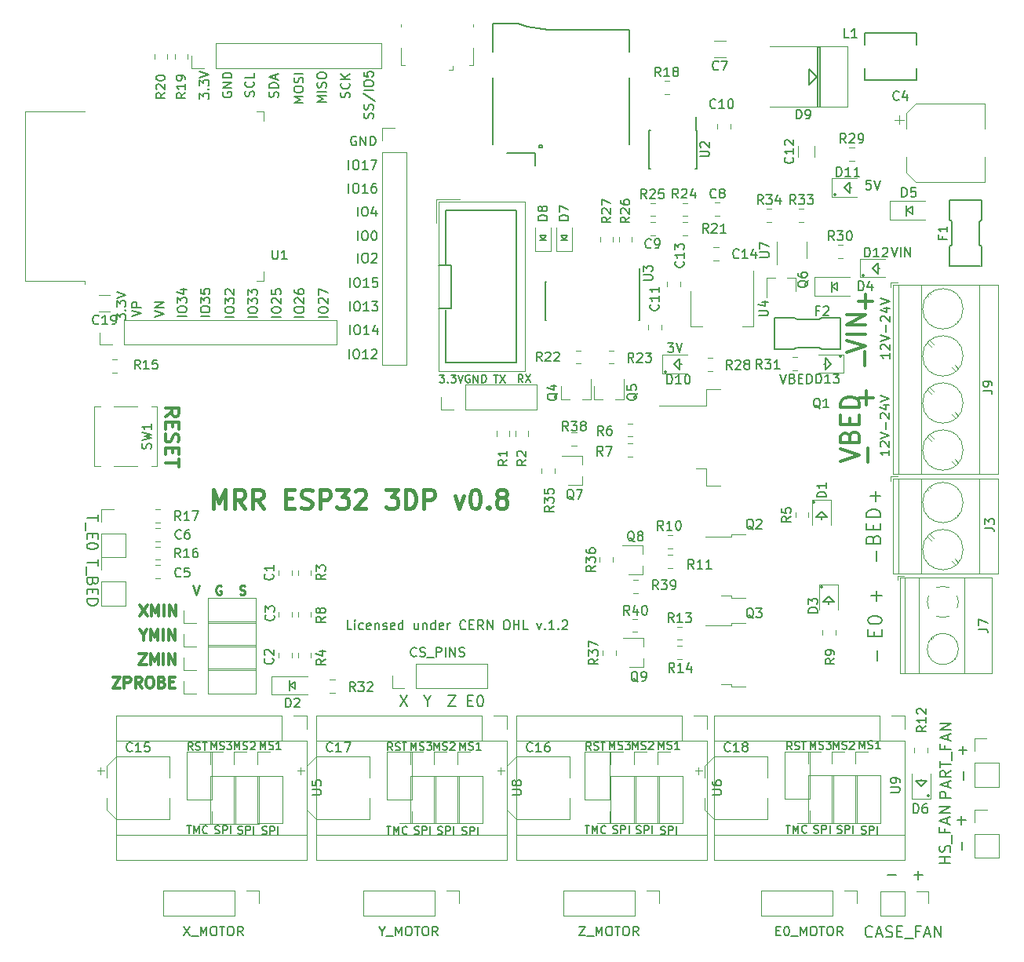
<source format=gto>
G04 #@! TF.GenerationSoftware,KiCad,Pcbnew,5.0.2-bee76a0~70~ubuntu18.04.1*
G04 #@! TF.CreationDate,2019-01-25T21:39:14+09:00*
G04 #@! TF.ProjectId,MRR_ESP_3DP,4d52525f-4553-4505-9f33-44502e6b6963,rev?*
G04 #@! TF.SameCoordinates,Original*
G04 #@! TF.FileFunction,Legend,Top*
G04 #@! TF.FilePolarity,Positive*
%FSLAX46Y46*%
G04 Gerber Fmt 4.6, Leading zero omitted, Abs format (unit mm)*
G04 Created by KiCad (PCBNEW 5.0.2-bee76a0~70~ubuntu18.04.1) date Fri 25 Jan 2019 09:39:14 PM JST*
%MOMM*%
%LPD*%
G01*
G04 APERTURE LIST*
%ADD10C,0.200000*%
%ADD11C,0.400000*%
%ADD12C,0.300000*%
%ADD13C,0.250000*%
%ADD14C,0.120000*%
%ADD15C,0.150000*%
G04 APERTURE END LIST*
D10*
X74094047Y-102552380D02*
X73617857Y-102552380D01*
X73617857Y-101552380D01*
X74427380Y-102552380D02*
X74427380Y-101885714D01*
X74427380Y-101552380D02*
X74379761Y-101600000D01*
X74427380Y-101647619D01*
X74475000Y-101600000D01*
X74427380Y-101552380D01*
X74427380Y-101647619D01*
X75332142Y-102504761D02*
X75236904Y-102552380D01*
X75046428Y-102552380D01*
X74951190Y-102504761D01*
X74903571Y-102457142D01*
X74855952Y-102361904D01*
X74855952Y-102076190D01*
X74903571Y-101980952D01*
X74951190Y-101933333D01*
X75046428Y-101885714D01*
X75236904Y-101885714D01*
X75332142Y-101933333D01*
X76141666Y-102504761D02*
X76046428Y-102552380D01*
X75855952Y-102552380D01*
X75760714Y-102504761D01*
X75713095Y-102409523D01*
X75713095Y-102028571D01*
X75760714Y-101933333D01*
X75855952Y-101885714D01*
X76046428Y-101885714D01*
X76141666Y-101933333D01*
X76189285Y-102028571D01*
X76189285Y-102123809D01*
X75713095Y-102219047D01*
X76617857Y-101885714D02*
X76617857Y-102552380D01*
X76617857Y-101980952D02*
X76665476Y-101933333D01*
X76760714Y-101885714D01*
X76903571Y-101885714D01*
X76998809Y-101933333D01*
X77046428Y-102028571D01*
X77046428Y-102552380D01*
X77475000Y-102504761D02*
X77570238Y-102552380D01*
X77760714Y-102552380D01*
X77855952Y-102504761D01*
X77903571Y-102409523D01*
X77903571Y-102361904D01*
X77855952Y-102266666D01*
X77760714Y-102219047D01*
X77617857Y-102219047D01*
X77522619Y-102171428D01*
X77475000Y-102076190D01*
X77475000Y-102028571D01*
X77522619Y-101933333D01*
X77617857Y-101885714D01*
X77760714Y-101885714D01*
X77855952Y-101933333D01*
X78713095Y-102504761D02*
X78617857Y-102552380D01*
X78427380Y-102552380D01*
X78332142Y-102504761D01*
X78284523Y-102409523D01*
X78284523Y-102028571D01*
X78332142Y-101933333D01*
X78427380Y-101885714D01*
X78617857Y-101885714D01*
X78713095Y-101933333D01*
X78760714Y-102028571D01*
X78760714Y-102123809D01*
X78284523Y-102219047D01*
X79617857Y-102552380D02*
X79617857Y-101552380D01*
X79617857Y-102504761D02*
X79522619Y-102552380D01*
X79332142Y-102552380D01*
X79236904Y-102504761D01*
X79189285Y-102457142D01*
X79141666Y-102361904D01*
X79141666Y-102076190D01*
X79189285Y-101980952D01*
X79236904Y-101933333D01*
X79332142Y-101885714D01*
X79522619Y-101885714D01*
X79617857Y-101933333D01*
X81284523Y-101885714D02*
X81284523Y-102552380D01*
X80855952Y-101885714D02*
X80855952Y-102409523D01*
X80903571Y-102504761D01*
X80998809Y-102552380D01*
X81141666Y-102552380D01*
X81236904Y-102504761D01*
X81284523Y-102457142D01*
X81760714Y-101885714D02*
X81760714Y-102552380D01*
X81760714Y-101980952D02*
X81808333Y-101933333D01*
X81903571Y-101885714D01*
X82046428Y-101885714D01*
X82141666Y-101933333D01*
X82189285Y-102028571D01*
X82189285Y-102552380D01*
X83094047Y-102552380D02*
X83094047Y-101552380D01*
X83094047Y-102504761D02*
X82998809Y-102552380D01*
X82808333Y-102552380D01*
X82713095Y-102504761D01*
X82665476Y-102457142D01*
X82617857Y-102361904D01*
X82617857Y-102076190D01*
X82665476Y-101980952D01*
X82713095Y-101933333D01*
X82808333Y-101885714D01*
X82998809Y-101885714D01*
X83094047Y-101933333D01*
X83951190Y-102504761D02*
X83855952Y-102552380D01*
X83665476Y-102552380D01*
X83570238Y-102504761D01*
X83522619Y-102409523D01*
X83522619Y-102028571D01*
X83570238Y-101933333D01*
X83665476Y-101885714D01*
X83855952Y-101885714D01*
X83951190Y-101933333D01*
X83998809Y-102028571D01*
X83998809Y-102123809D01*
X83522619Y-102219047D01*
X84427380Y-102552380D02*
X84427380Y-101885714D01*
X84427380Y-102076190D02*
X84475000Y-101980952D01*
X84522619Y-101933333D01*
X84617857Y-101885714D01*
X84713095Y-101885714D01*
X86379761Y-102457142D02*
X86332142Y-102504761D01*
X86189285Y-102552380D01*
X86094047Y-102552380D01*
X85951190Y-102504761D01*
X85855952Y-102409523D01*
X85808333Y-102314285D01*
X85760714Y-102123809D01*
X85760714Y-101980952D01*
X85808333Y-101790476D01*
X85855952Y-101695238D01*
X85951190Y-101600000D01*
X86094047Y-101552380D01*
X86189285Y-101552380D01*
X86332142Y-101600000D01*
X86379761Y-101647619D01*
X86808333Y-102028571D02*
X87141666Y-102028571D01*
X87284523Y-102552380D02*
X86808333Y-102552380D01*
X86808333Y-101552380D01*
X87284523Y-101552380D01*
X88284523Y-102552380D02*
X87951190Y-102076190D01*
X87713095Y-102552380D02*
X87713095Y-101552380D01*
X88094047Y-101552380D01*
X88189285Y-101600000D01*
X88236904Y-101647619D01*
X88284523Y-101742857D01*
X88284523Y-101885714D01*
X88236904Y-101980952D01*
X88189285Y-102028571D01*
X88094047Y-102076190D01*
X87713095Y-102076190D01*
X88713095Y-102552380D02*
X88713095Y-101552380D01*
X89284523Y-102552380D01*
X89284523Y-101552380D01*
X90713095Y-101552380D02*
X90903571Y-101552380D01*
X90998809Y-101600000D01*
X91094047Y-101695238D01*
X91141666Y-101885714D01*
X91141666Y-102219047D01*
X91094047Y-102409523D01*
X90998809Y-102504761D01*
X90903571Y-102552380D01*
X90713095Y-102552380D01*
X90617857Y-102504761D01*
X90522619Y-102409523D01*
X90475000Y-102219047D01*
X90475000Y-101885714D01*
X90522619Y-101695238D01*
X90617857Y-101600000D01*
X90713095Y-101552380D01*
X91570238Y-102552380D02*
X91570238Y-101552380D01*
X91570238Y-102028571D02*
X92141666Y-102028571D01*
X92141666Y-102552380D02*
X92141666Y-101552380D01*
X93094047Y-102552380D02*
X92617857Y-102552380D01*
X92617857Y-101552380D01*
X94094047Y-101885714D02*
X94332142Y-102552380D01*
X94570238Y-101885714D01*
X94951190Y-102457142D02*
X94998809Y-102504761D01*
X94951190Y-102552380D01*
X94903571Y-102504761D01*
X94951190Y-102457142D01*
X94951190Y-102552380D01*
X95951190Y-102552380D02*
X95379761Y-102552380D01*
X95665476Y-102552380D02*
X95665476Y-101552380D01*
X95570238Y-101695238D01*
X95475000Y-101790476D01*
X95379761Y-101838095D01*
X96379761Y-102457142D02*
X96427380Y-102504761D01*
X96379761Y-102552380D01*
X96332142Y-102504761D01*
X96379761Y-102457142D01*
X96379761Y-102552380D01*
X96808333Y-101647619D02*
X96855952Y-101600000D01*
X96951190Y-101552380D01*
X97189285Y-101552380D01*
X97284523Y-101600000D01*
X97332142Y-101647619D01*
X97379761Y-101742857D01*
X97379761Y-101838095D01*
X97332142Y-101980952D01*
X96760714Y-102552380D01*
X97379761Y-102552380D01*
D11*
X59140476Y-89479761D02*
X59140476Y-87479761D01*
X59807142Y-88908333D01*
X60473809Y-87479761D01*
X60473809Y-89479761D01*
X62569047Y-89479761D02*
X61902380Y-88527380D01*
X61426190Y-89479761D02*
X61426190Y-87479761D01*
X62188095Y-87479761D01*
X62378571Y-87575000D01*
X62473809Y-87670238D01*
X62569047Y-87860714D01*
X62569047Y-88146428D01*
X62473809Y-88336904D01*
X62378571Y-88432142D01*
X62188095Y-88527380D01*
X61426190Y-88527380D01*
X64569047Y-89479761D02*
X63902380Y-88527380D01*
X63426190Y-89479761D02*
X63426190Y-87479761D01*
X64188095Y-87479761D01*
X64378571Y-87575000D01*
X64473809Y-87670238D01*
X64569047Y-87860714D01*
X64569047Y-88146428D01*
X64473809Y-88336904D01*
X64378571Y-88432142D01*
X64188095Y-88527380D01*
X63426190Y-88527380D01*
X66950000Y-88432142D02*
X67616666Y-88432142D01*
X67902380Y-89479761D02*
X66950000Y-89479761D01*
X66950000Y-87479761D01*
X67902380Y-87479761D01*
X68664285Y-89384523D02*
X68950000Y-89479761D01*
X69426190Y-89479761D01*
X69616666Y-89384523D01*
X69711904Y-89289285D01*
X69807142Y-89098809D01*
X69807142Y-88908333D01*
X69711904Y-88717857D01*
X69616666Y-88622619D01*
X69426190Y-88527380D01*
X69045238Y-88432142D01*
X68854761Y-88336904D01*
X68759523Y-88241666D01*
X68664285Y-88051190D01*
X68664285Y-87860714D01*
X68759523Y-87670238D01*
X68854761Y-87575000D01*
X69045238Y-87479761D01*
X69521428Y-87479761D01*
X69807142Y-87575000D01*
X70664285Y-89479761D02*
X70664285Y-87479761D01*
X71426190Y-87479761D01*
X71616666Y-87575000D01*
X71711904Y-87670238D01*
X71807142Y-87860714D01*
X71807142Y-88146428D01*
X71711904Y-88336904D01*
X71616666Y-88432142D01*
X71426190Y-88527380D01*
X70664285Y-88527380D01*
X72473809Y-87479761D02*
X73711904Y-87479761D01*
X73045238Y-88241666D01*
X73330952Y-88241666D01*
X73521428Y-88336904D01*
X73616666Y-88432142D01*
X73711904Y-88622619D01*
X73711904Y-89098809D01*
X73616666Y-89289285D01*
X73521428Y-89384523D01*
X73330952Y-89479761D01*
X72759523Y-89479761D01*
X72569047Y-89384523D01*
X72473809Y-89289285D01*
X74473809Y-87670238D02*
X74569047Y-87575000D01*
X74759523Y-87479761D01*
X75235714Y-87479761D01*
X75426190Y-87575000D01*
X75521428Y-87670238D01*
X75616666Y-87860714D01*
X75616666Y-88051190D01*
X75521428Y-88336904D01*
X74378571Y-89479761D01*
X75616666Y-89479761D01*
X77807142Y-87479761D02*
X79045238Y-87479761D01*
X78378571Y-88241666D01*
X78664285Y-88241666D01*
X78854761Y-88336904D01*
X78950000Y-88432142D01*
X79045238Y-88622619D01*
X79045238Y-89098809D01*
X78950000Y-89289285D01*
X78854761Y-89384523D01*
X78664285Y-89479761D01*
X78092857Y-89479761D01*
X77902380Y-89384523D01*
X77807142Y-89289285D01*
X79902380Y-89479761D02*
X79902380Y-87479761D01*
X80378571Y-87479761D01*
X80664285Y-87575000D01*
X80854761Y-87765476D01*
X80950000Y-87955952D01*
X81045238Y-88336904D01*
X81045238Y-88622619D01*
X80950000Y-89003571D01*
X80854761Y-89194047D01*
X80664285Y-89384523D01*
X80378571Y-89479761D01*
X79902380Y-89479761D01*
X81902380Y-89479761D02*
X81902380Y-87479761D01*
X82664285Y-87479761D01*
X82854761Y-87575000D01*
X82950000Y-87670238D01*
X83045238Y-87860714D01*
X83045238Y-88146428D01*
X82950000Y-88336904D01*
X82854761Y-88432142D01*
X82664285Y-88527380D01*
X81902380Y-88527380D01*
X85235714Y-88146428D02*
X85711904Y-89479761D01*
X86188095Y-88146428D01*
X87330952Y-87479761D02*
X87521428Y-87479761D01*
X87711904Y-87575000D01*
X87807142Y-87670238D01*
X87902380Y-87860714D01*
X87997619Y-88241666D01*
X87997619Y-88717857D01*
X87902380Y-89098809D01*
X87807142Y-89289285D01*
X87711904Y-89384523D01*
X87521428Y-89479761D01*
X87330952Y-89479761D01*
X87140476Y-89384523D01*
X87045238Y-89289285D01*
X86950000Y-89098809D01*
X86854761Y-88717857D01*
X86854761Y-88241666D01*
X86950000Y-87860714D01*
X87045238Y-87670238D01*
X87140476Y-87575000D01*
X87330952Y-87479761D01*
X88854761Y-89289285D02*
X88950000Y-89384523D01*
X88854761Y-89479761D01*
X88759523Y-89384523D01*
X88854761Y-89289285D01*
X88854761Y-89479761D01*
X90092857Y-88336904D02*
X89902380Y-88241666D01*
X89807142Y-88146428D01*
X89711904Y-87955952D01*
X89711904Y-87860714D01*
X89807142Y-87670238D01*
X89902380Y-87575000D01*
X90092857Y-87479761D01*
X90473809Y-87479761D01*
X90664285Y-87575000D01*
X90759523Y-87670238D01*
X90854761Y-87860714D01*
X90854761Y-87955952D01*
X90759523Y-88146428D01*
X90664285Y-88241666D01*
X90473809Y-88336904D01*
X90092857Y-88336904D01*
X89902380Y-88432142D01*
X89807142Y-88527380D01*
X89711904Y-88717857D01*
X89711904Y-89098809D01*
X89807142Y-89289285D01*
X89902380Y-89384523D01*
X90092857Y-89479761D01*
X90473809Y-89479761D01*
X90664285Y-89384523D01*
X90759523Y-89289285D01*
X90854761Y-89098809D01*
X90854761Y-88717857D01*
X90759523Y-88527380D01*
X90664285Y-88432142D01*
X90473809Y-88336904D01*
D10*
X120314285Y-75002380D02*
X120647619Y-76002380D01*
X120980952Y-75002380D01*
X121647619Y-75478571D02*
X121790476Y-75526190D01*
X121838095Y-75573809D01*
X121885714Y-75669047D01*
X121885714Y-75811904D01*
X121838095Y-75907142D01*
X121790476Y-75954761D01*
X121695238Y-76002380D01*
X121314285Y-76002380D01*
X121314285Y-75002380D01*
X121647619Y-75002380D01*
X121742857Y-75050000D01*
X121790476Y-75097619D01*
X121838095Y-75192857D01*
X121838095Y-75288095D01*
X121790476Y-75383333D01*
X121742857Y-75430952D01*
X121647619Y-75478571D01*
X121314285Y-75478571D01*
X122314285Y-75478571D02*
X122647619Y-75478571D01*
X122790476Y-76002380D02*
X122314285Y-76002380D01*
X122314285Y-75002380D01*
X122790476Y-75002380D01*
X123219047Y-76002380D02*
X123219047Y-75002380D01*
X123457142Y-75002380D01*
X123599999Y-75050000D01*
X123695238Y-75145238D01*
X123742857Y-75240476D01*
X123790476Y-75430952D01*
X123790476Y-75573809D01*
X123742857Y-75764285D01*
X123695238Y-75859523D01*
X123599999Y-75954761D01*
X123457142Y-76002380D01*
X123219047Y-76002380D01*
X132329761Y-61327380D02*
X132663095Y-62327380D01*
X132996428Y-61327380D01*
X133329761Y-62327380D02*
X133329761Y-61327380D01*
X133805952Y-62327380D02*
X133805952Y-61327380D01*
X134377380Y-62327380D01*
X134377380Y-61327380D01*
X130109523Y-54077380D02*
X129633333Y-54077380D01*
X129585714Y-54553571D01*
X129633333Y-54505952D01*
X129728571Y-54458333D01*
X129966666Y-54458333D01*
X130061904Y-54505952D01*
X130109523Y-54553571D01*
X130157142Y-54648809D01*
X130157142Y-54886904D01*
X130109523Y-54982142D01*
X130061904Y-55029761D01*
X129966666Y-55077380D01*
X129728571Y-55077380D01*
X129633333Y-55029761D01*
X129585714Y-54982142D01*
X130442857Y-54077380D02*
X130776190Y-55077380D01*
X131109523Y-54077380D01*
X108188095Y-71627380D02*
X108807142Y-71627380D01*
X108473809Y-72008333D01*
X108616666Y-72008333D01*
X108711904Y-72055952D01*
X108759523Y-72103571D01*
X108807142Y-72198809D01*
X108807142Y-72436904D01*
X108759523Y-72532142D01*
X108711904Y-72579761D01*
X108616666Y-72627380D01*
X108330952Y-72627380D01*
X108235714Y-72579761D01*
X108188095Y-72532142D01*
X109092857Y-71627380D02*
X109426190Y-72627380D01*
X109759523Y-71627380D01*
X84200000Y-73775000D02*
X84200000Y-68050000D01*
X84525000Y-73775000D02*
X84200000Y-73775000D01*
X91825000Y-73775000D02*
X84525000Y-73775000D01*
X91825000Y-57325000D02*
X91825000Y-73775000D01*
X84200000Y-57325000D02*
X91825000Y-57325000D01*
X84200000Y-63250000D02*
X84200000Y-57325000D01*
X84850000Y-67925000D02*
X83500000Y-67925000D01*
X84850000Y-63250000D02*
X84850000Y-67925000D01*
X83500000Y-63250000D02*
X84850000Y-63250000D01*
X73823809Y-73327380D02*
X73823809Y-72327380D01*
X74490476Y-72327380D02*
X74680952Y-72327380D01*
X74776190Y-72375000D01*
X74871428Y-72470238D01*
X74919047Y-72660714D01*
X74919047Y-72994047D01*
X74871428Y-73184523D01*
X74776190Y-73279761D01*
X74680952Y-73327380D01*
X74490476Y-73327380D01*
X74395238Y-73279761D01*
X74300000Y-73184523D01*
X74252380Y-72994047D01*
X74252380Y-72660714D01*
X74300000Y-72470238D01*
X74395238Y-72375000D01*
X74490476Y-72327380D01*
X75871428Y-73327380D02*
X75300000Y-73327380D01*
X75585714Y-73327380D02*
X75585714Y-72327380D01*
X75490476Y-72470238D01*
X75395238Y-72565476D01*
X75300000Y-72613095D01*
X76252380Y-72422619D02*
X76300000Y-72375000D01*
X76395238Y-72327380D01*
X76633333Y-72327380D01*
X76728571Y-72375000D01*
X76776190Y-72422619D01*
X76823809Y-72517857D01*
X76823809Y-72613095D01*
X76776190Y-72755952D01*
X76204761Y-73327380D01*
X76823809Y-73327380D01*
X73923809Y-70702380D02*
X73923809Y-69702380D01*
X74590476Y-69702380D02*
X74780952Y-69702380D01*
X74876190Y-69750000D01*
X74971428Y-69845238D01*
X75019047Y-70035714D01*
X75019047Y-70369047D01*
X74971428Y-70559523D01*
X74876190Y-70654761D01*
X74780952Y-70702380D01*
X74590476Y-70702380D01*
X74495238Y-70654761D01*
X74400000Y-70559523D01*
X74352380Y-70369047D01*
X74352380Y-70035714D01*
X74400000Y-69845238D01*
X74495238Y-69750000D01*
X74590476Y-69702380D01*
X75971428Y-70702380D02*
X75400000Y-70702380D01*
X75685714Y-70702380D02*
X75685714Y-69702380D01*
X75590476Y-69845238D01*
X75495238Y-69940476D01*
X75400000Y-69988095D01*
X76828571Y-70035714D02*
X76828571Y-70702380D01*
X76590476Y-69654761D02*
X76352380Y-70369047D01*
X76971428Y-70369047D01*
X73898809Y-68177380D02*
X73898809Y-67177380D01*
X74565476Y-67177380D02*
X74755952Y-67177380D01*
X74851190Y-67225000D01*
X74946428Y-67320238D01*
X74994047Y-67510714D01*
X74994047Y-67844047D01*
X74946428Y-68034523D01*
X74851190Y-68129761D01*
X74755952Y-68177380D01*
X74565476Y-68177380D01*
X74470238Y-68129761D01*
X74375000Y-68034523D01*
X74327380Y-67844047D01*
X74327380Y-67510714D01*
X74375000Y-67320238D01*
X74470238Y-67225000D01*
X74565476Y-67177380D01*
X75946428Y-68177380D02*
X75375000Y-68177380D01*
X75660714Y-68177380D02*
X75660714Y-67177380D01*
X75565476Y-67320238D01*
X75470238Y-67415476D01*
X75375000Y-67463095D01*
X76279761Y-67177380D02*
X76898809Y-67177380D01*
X76565476Y-67558333D01*
X76708333Y-67558333D01*
X76803571Y-67605952D01*
X76851190Y-67653571D01*
X76898809Y-67748809D01*
X76898809Y-67986904D01*
X76851190Y-68082142D01*
X76803571Y-68129761D01*
X76708333Y-68177380D01*
X76422619Y-68177380D01*
X76327380Y-68129761D01*
X76279761Y-68082142D01*
X73898809Y-65602380D02*
X73898809Y-64602380D01*
X74565476Y-64602380D02*
X74755952Y-64602380D01*
X74851190Y-64650000D01*
X74946428Y-64745238D01*
X74994047Y-64935714D01*
X74994047Y-65269047D01*
X74946428Y-65459523D01*
X74851190Y-65554761D01*
X74755952Y-65602380D01*
X74565476Y-65602380D01*
X74470238Y-65554761D01*
X74375000Y-65459523D01*
X74327380Y-65269047D01*
X74327380Y-64935714D01*
X74375000Y-64745238D01*
X74470238Y-64650000D01*
X74565476Y-64602380D01*
X75946428Y-65602380D02*
X75375000Y-65602380D01*
X75660714Y-65602380D02*
X75660714Y-64602380D01*
X75565476Y-64745238D01*
X75470238Y-64840476D01*
X75375000Y-64888095D01*
X76851190Y-64602380D02*
X76375000Y-64602380D01*
X76327380Y-65078571D01*
X76375000Y-65030952D01*
X76470238Y-64983333D01*
X76708333Y-64983333D01*
X76803571Y-65030952D01*
X76851190Y-65078571D01*
X76898809Y-65173809D01*
X76898809Y-65411904D01*
X76851190Y-65507142D01*
X76803571Y-65554761D01*
X76708333Y-65602380D01*
X76470238Y-65602380D01*
X76375000Y-65554761D01*
X76327380Y-65507142D01*
X74775000Y-62952380D02*
X74775000Y-61952380D01*
X75441666Y-61952380D02*
X75632142Y-61952380D01*
X75727380Y-62000000D01*
X75822619Y-62095238D01*
X75870238Y-62285714D01*
X75870238Y-62619047D01*
X75822619Y-62809523D01*
X75727380Y-62904761D01*
X75632142Y-62952380D01*
X75441666Y-62952380D01*
X75346428Y-62904761D01*
X75251190Y-62809523D01*
X75203571Y-62619047D01*
X75203571Y-62285714D01*
X75251190Y-62095238D01*
X75346428Y-62000000D01*
X75441666Y-61952380D01*
X76251190Y-62047619D02*
X76298809Y-62000000D01*
X76394047Y-61952380D01*
X76632142Y-61952380D01*
X76727380Y-62000000D01*
X76775000Y-62047619D01*
X76822619Y-62142857D01*
X76822619Y-62238095D01*
X76775000Y-62380952D01*
X76203571Y-62952380D01*
X76822619Y-62952380D01*
X74750000Y-60552380D02*
X74750000Y-59552380D01*
X75416666Y-59552380D02*
X75607142Y-59552380D01*
X75702380Y-59600000D01*
X75797619Y-59695238D01*
X75845238Y-59885714D01*
X75845238Y-60219047D01*
X75797619Y-60409523D01*
X75702380Y-60504761D01*
X75607142Y-60552380D01*
X75416666Y-60552380D01*
X75321428Y-60504761D01*
X75226190Y-60409523D01*
X75178571Y-60219047D01*
X75178571Y-59885714D01*
X75226190Y-59695238D01*
X75321428Y-59600000D01*
X75416666Y-59552380D01*
X76464285Y-59552380D02*
X76559523Y-59552380D01*
X76654761Y-59600000D01*
X76702380Y-59647619D01*
X76750000Y-59742857D01*
X76797619Y-59933333D01*
X76797619Y-60171428D01*
X76750000Y-60361904D01*
X76702380Y-60457142D01*
X76654761Y-60504761D01*
X76559523Y-60552380D01*
X76464285Y-60552380D01*
X76369047Y-60504761D01*
X76321428Y-60457142D01*
X76273809Y-60361904D01*
X76226190Y-60171428D01*
X76226190Y-59933333D01*
X76273809Y-59742857D01*
X76321428Y-59647619D01*
X76369047Y-59600000D01*
X76464285Y-59552380D01*
X74750000Y-57952380D02*
X74750000Y-56952380D01*
X75416666Y-56952380D02*
X75607142Y-56952380D01*
X75702380Y-57000000D01*
X75797619Y-57095238D01*
X75845238Y-57285714D01*
X75845238Y-57619047D01*
X75797619Y-57809523D01*
X75702380Y-57904761D01*
X75607142Y-57952380D01*
X75416666Y-57952380D01*
X75321428Y-57904761D01*
X75226190Y-57809523D01*
X75178571Y-57619047D01*
X75178571Y-57285714D01*
X75226190Y-57095238D01*
X75321428Y-57000000D01*
X75416666Y-56952380D01*
X76702380Y-57285714D02*
X76702380Y-57952380D01*
X76464285Y-56904761D02*
X76226190Y-57619047D01*
X76845238Y-57619047D01*
X73773809Y-55427380D02*
X73773809Y-54427380D01*
X74440476Y-54427380D02*
X74630952Y-54427380D01*
X74726190Y-54475000D01*
X74821428Y-54570238D01*
X74869047Y-54760714D01*
X74869047Y-55094047D01*
X74821428Y-55284523D01*
X74726190Y-55379761D01*
X74630952Y-55427380D01*
X74440476Y-55427380D01*
X74345238Y-55379761D01*
X74250000Y-55284523D01*
X74202380Y-55094047D01*
X74202380Y-54760714D01*
X74250000Y-54570238D01*
X74345238Y-54475000D01*
X74440476Y-54427380D01*
X75821428Y-55427380D02*
X75250000Y-55427380D01*
X75535714Y-55427380D02*
X75535714Y-54427380D01*
X75440476Y-54570238D01*
X75345238Y-54665476D01*
X75250000Y-54713095D01*
X76678571Y-54427380D02*
X76488095Y-54427380D01*
X76392857Y-54475000D01*
X76345238Y-54522619D01*
X76250000Y-54665476D01*
X76202380Y-54855952D01*
X76202380Y-55236904D01*
X76250000Y-55332142D01*
X76297619Y-55379761D01*
X76392857Y-55427380D01*
X76583333Y-55427380D01*
X76678571Y-55379761D01*
X76726190Y-55332142D01*
X76773809Y-55236904D01*
X76773809Y-54998809D01*
X76726190Y-54903571D01*
X76678571Y-54855952D01*
X76583333Y-54808333D01*
X76392857Y-54808333D01*
X76297619Y-54855952D01*
X76250000Y-54903571D01*
X76202380Y-54998809D01*
X73773809Y-52902380D02*
X73773809Y-51902380D01*
X74440476Y-51902380D02*
X74630952Y-51902380D01*
X74726190Y-51950000D01*
X74821428Y-52045238D01*
X74869047Y-52235714D01*
X74869047Y-52569047D01*
X74821428Y-52759523D01*
X74726190Y-52854761D01*
X74630952Y-52902380D01*
X74440476Y-52902380D01*
X74345238Y-52854761D01*
X74250000Y-52759523D01*
X74202380Y-52569047D01*
X74202380Y-52235714D01*
X74250000Y-52045238D01*
X74345238Y-51950000D01*
X74440476Y-51902380D01*
X75821428Y-52902380D02*
X75250000Y-52902380D01*
X75535714Y-52902380D02*
X75535714Y-51902380D01*
X75440476Y-52045238D01*
X75345238Y-52140476D01*
X75250000Y-52188095D01*
X76154761Y-51902380D02*
X76821428Y-51902380D01*
X76392857Y-52902380D01*
X74563095Y-49375000D02*
X74467857Y-49327380D01*
X74325000Y-49327380D01*
X74182142Y-49375000D01*
X74086904Y-49470238D01*
X74039285Y-49565476D01*
X73991666Y-49755952D01*
X73991666Y-49898809D01*
X74039285Y-50089285D01*
X74086904Y-50184523D01*
X74182142Y-50279761D01*
X74325000Y-50327380D01*
X74420238Y-50327380D01*
X74563095Y-50279761D01*
X74610714Y-50232142D01*
X74610714Y-49898809D01*
X74420238Y-49898809D01*
X75039285Y-50327380D02*
X75039285Y-49327380D01*
X75610714Y-50327380D01*
X75610714Y-49327380D01*
X76086904Y-50327380D02*
X76086904Y-49327380D01*
X76325000Y-49327380D01*
X76467857Y-49375000D01*
X76563095Y-49470238D01*
X76610714Y-49565476D01*
X76658333Y-49755952D01*
X76658333Y-49898809D01*
X76610714Y-50089285D01*
X76563095Y-50184523D01*
X76467857Y-50279761D01*
X76325000Y-50327380D01*
X76086904Y-50327380D01*
X71502380Y-68826190D02*
X70502380Y-68826190D01*
X70502380Y-68159523D02*
X70502380Y-67969047D01*
X70550000Y-67873809D01*
X70645238Y-67778571D01*
X70835714Y-67730952D01*
X71169047Y-67730952D01*
X71359523Y-67778571D01*
X71454761Y-67873809D01*
X71502380Y-67969047D01*
X71502380Y-68159523D01*
X71454761Y-68254761D01*
X71359523Y-68350000D01*
X71169047Y-68397619D01*
X70835714Y-68397619D01*
X70645238Y-68350000D01*
X70550000Y-68254761D01*
X70502380Y-68159523D01*
X70597619Y-67350000D02*
X70550000Y-67302380D01*
X70502380Y-67207142D01*
X70502380Y-66969047D01*
X70550000Y-66873809D01*
X70597619Y-66826190D01*
X70692857Y-66778571D01*
X70788095Y-66778571D01*
X70930952Y-66826190D01*
X71502380Y-67397619D01*
X71502380Y-66778571D01*
X70502380Y-66445238D02*
X70502380Y-65778571D01*
X71502380Y-66207142D01*
X68927380Y-68801190D02*
X67927380Y-68801190D01*
X67927380Y-68134523D02*
X67927380Y-67944047D01*
X67975000Y-67848809D01*
X68070238Y-67753571D01*
X68260714Y-67705952D01*
X68594047Y-67705952D01*
X68784523Y-67753571D01*
X68879761Y-67848809D01*
X68927380Y-67944047D01*
X68927380Y-68134523D01*
X68879761Y-68229761D01*
X68784523Y-68325000D01*
X68594047Y-68372619D01*
X68260714Y-68372619D01*
X68070238Y-68325000D01*
X67975000Y-68229761D01*
X67927380Y-68134523D01*
X68022619Y-67325000D02*
X67975000Y-67277380D01*
X67927380Y-67182142D01*
X67927380Y-66944047D01*
X67975000Y-66848809D01*
X68022619Y-66801190D01*
X68117857Y-66753571D01*
X68213095Y-66753571D01*
X68355952Y-66801190D01*
X68927380Y-67372619D01*
X68927380Y-66753571D01*
X67927380Y-65896428D02*
X67927380Y-66086904D01*
X67975000Y-66182142D01*
X68022619Y-66229761D01*
X68165476Y-66325000D01*
X68355952Y-66372619D01*
X68736904Y-66372619D01*
X68832142Y-66325000D01*
X68879761Y-66277380D01*
X68927380Y-66182142D01*
X68927380Y-65991666D01*
X68879761Y-65896428D01*
X68832142Y-65848809D01*
X68736904Y-65801190D01*
X68498809Y-65801190D01*
X68403571Y-65848809D01*
X68355952Y-65896428D01*
X68308333Y-65991666D01*
X68308333Y-66182142D01*
X68355952Y-66277380D01*
X68403571Y-66325000D01*
X68498809Y-66372619D01*
X66452380Y-68826190D02*
X65452380Y-68826190D01*
X65452380Y-68159523D02*
X65452380Y-67969047D01*
X65500000Y-67873809D01*
X65595238Y-67778571D01*
X65785714Y-67730952D01*
X66119047Y-67730952D01*
X66309523Y-67778571D01*
X66404761Y-67873809D01*
X66452380Y-67969047D01*
X66452380Y-68159523D01*
X66404761Y-68254761D01*
X66309523Y-68350000D01*
X66119047Y-68397619D01*
X65785714Y-68397619D01*
X65595238Y-68350000D01*
X65500000Y-68254761D01*
X65452380Y-68159523D01*
X65547619Y-67350000D02*
X65500000Y-67302380D01*
X65452380Y-67207142D01*
X65452380Y-66969047D01*
X65500000Y-66873809D01*
X65547619Y-66826190D01*
X65642857Y-66778571D01*
X65738095Y-66778571D01*
X65880952Y-66826190D01*
X66452380Y-67397619D01*
X66452380Y-66778571D01*
X65452380Y-65873809D02*
X65452380Y-66350000D01*
X65928571Y-66397619D01*
X65880952Y-66350000D01*
X65833333Y-66254761D01*
X65833333Y-66016666D01*
X65880952Y-65921428D01*
X65928571Y-65873809D01*
X66023809Y-65826190D01*
X66261904Y-65826190D01*
X66357142Y-65873809D01*
X66404761Y-65921428D01*
X66452380Y-66016666D01*
X66452380Y-66254761D01*
X66404761Y-66350000D01*
X66357142Y-66397619D01*
X63902380Y-68851190D02*
X62902380Y-68851190D01*
X62902380Y-68184523D02*
X62902380Y-67994047D01*
X62950000Y-67898809D01*
X63045238Y-67803571D01*
X63235714Y-67755952D01*
X63569047Y-67755952D01*
X63759523Y-67803571D01*
X63854761Y-67898809D01*
X63902380Y-67994047D01*
X63902380Y-68184523D01*
X63854761Y-68279761D01*
X63759523Y-68375000D01*
X63569047Y-68422619D01*
X63235714Y-68422619D01*
X63045238Y-68375000D01*
X62950000Y-68279761D01*
X62902380Y-68184523D01*
X62902380Y-67422619D02*
X62902380Y-66803571D01*
X63283333Y-67136904D01*
X63283333Y-66994047D01*
X63330952Y-66898809D01*
X63378571Y-66851190D01*
X63473809Y-66803571D01*
X63711904Y-66803571D01*
X63807142Y-66851190D01*
X63854761Y-66898809D01*
X63902380Y-66994047D01*
X63902380Y-67279761D01*
X63854761Y-67375000D01*
X63807142Y-67422619D01*
X62902380Y-66470238D02*
X62902380Y-65851190D01*
X63283333Y-66184523D01*
X63283333Y-66041666D01*
X63330952Y-65946428D01*
X63378571Y-65898809D01*
X63473809Y-65851190D01*
X63711904Y-65851190D01*
X63807142Y-65898809D01*
X63854761Y-65946428D01*
X63902380Y-66041666D01*
X63902380Y-66327380D01*
X63854761Y-66422619D01*
X63807142Y-66470238D01*
X61402380Y-68826190D02*
X60402380Y-68826190D01*
X60402380Y-68159523D02*
X60402380Y-67969047D01*
X60450000Y-67873809D01*
X60545238Y-67778571D01*
X60735714Y-67730952D01*
X61069047Y-67730952D01*
X61259523Y-67778571D01*
X61354761Y-67873809D01*
X61402380Y-67969047D01*
X61402380Y-68159523D01*
X61354761Y-68254761D01*
X61259523Y-68350000D01*
X61069047Y-68397619D01*
X60735714Y-68397619D01*
X60545238Y-68350000D01*
X60450000Y-68254761D01*
X60402380Y-68159523D01*
X60402380Y-67397619D02*
X60402380Y-66778571D01*
X60783333Y-67111904D01*
X60783333Y-66969047D01*
X60830952Y-66873809D01*
X60878571Y-66826190D01*
X60973809Y-66778571D01*
X61211904Y-66778571D01*
X61307142Y-66826190D01*
X61354761Y-66873809D01*
X61402380Y-66969047D01*
X61402380Y-67254761D01*
X61354761Y-67350000D01*
X61307142Y-67397619D01*
X60497619Y-66397619D02*
X60450000Y-66350000D01*
X60402380Y-66254761D01*
X60402380Y-66016666D01*
X60450000Y-65921428D01*
X60497619Y-65873809D01*
X60592857Y-65826190D01*
X60688095Y-65826190D01*
X60830952Y-65873809D01*
X61402380Y-66445238D01*
X61402380Y-65826190D01*
X58777380Y-68776190D02*
X57777380Y-68776190D01*
X57777380Y-68109523D02*
X57777380Y-67919047D01*
X57825000Y-67823809D01*
X57920238Y-67728571D01*
X58110714Y-67680952D01*
X58444047Y-67680952D01*
X58634523Y-67728571D01*
X58729761Y-67823809D01*
X58777380Y-67919047D01*
X58777380Y-68109523D01*
X58729761Y-68204761D01*
X58634523Y-68300000D01*
X58444047Y-68347619D01*
X58110714Y-68347619D01*
X57920238Y-68300000D01*
X57825000Y-68204761D01*
X57777380Y-68109523D01*
X57777380Y-67347619D02*
X57777380Y-66728571D01*
X58158333Y-67061904D01*
X58158333Y-66919047D01*
X58205952Y-66823809D01*
X58253571Y-66776190D01*
X58348809Y-66728571D01*
X58586904Y-66728571D01*
X58682142Y-66776190D01*
X58729761Y-66823809D01*
X58777380Y-66919047D01*
X58777380Y-67204761D01*
X58729761Y-67300000D01*
X58682142Y-67347619D01*
X57777380Y-65823809D02*
X57777380Y-66300000D01*
X58253571Y-66347619D01*
X58205952Y-66300000D01*
X58158333Y-66204761D01*
X58158333Y-65966666D01*
X58205952Y-65871428D01*
X58253571Y-65823809D01*
X58348809Y-65776190D01*
X58586904Y-65776190D01*
X58682142Y-65823809D01*
X58729761Y-65871428D01*
X58777380Y-65966666D01*
X58777380Y-66204761D01*
X58729761Y-66300000D01*
X58682142Y-66347619D01*
X56277380Y-68776190D02*
X55277380Y-68776190D01*
X55277380Y-68109523D02*
X55277380Y-67919047D01*
X55325000Y-67823809D01*
X55420238Y-67728571D01*
X55610714Y-67680952D01*
X55944047Y-67680952D01*
X56134523Y-67728571D01*
X56229761Y-67823809D01*
X56277380Y-67919047D01*
X56277380Y-68109523D01*
X56229761Y-68204761D01*
X56134523Y-68300000D01*
X55944047Y-68347619D01*
X55610714Y-68347619D01*
X55420238Y-68300000D01*
X55325000Y-68204761D01*
X55277380Y-68109523D01*
X55277380Y-67347619D02*
X55277380Y-66728571D01*
X55658333Y-67061904D01*
X55658333Y-66919047D01*
X55705952Y-66823809D01*
X55753571Y-66776190D01*
X55848809Y-66728571D01*
X56086904Y-66728571D01*
X56182142Y-66776190D01*
X56229761Y-66823809D01*
X56277380Y-66919047D01*
X56277380Y-67204761D01*
X56229761Y-67300000D01*
X56182142Y-67347619D01*
X55610714Y-65871428D02*
X56277380Y-65871428D01*
X55229761Y-66109523D02*
X55944047Y-66347619D01*
X55944047Y-65728571D01*
X52802380Y-68832142D02*
X53802380Y-68498809D01*
X52802380Y-68165476D01*
X53802380Y-67832142D02*
X52802380Y-67832142D01*
X53802380Y-67260714D01*
X52802380Y-67260714D01*
X50377380Y-68783333D02*
X51377380Y-68450000D01*
X50377380Y-68116666D01*
X51377380Y-67783333D02*
X50377380Y-67783333D01*
X50377380Y-67402380D01*
X50425000Y-67307142D01*
X50472619Y-67259523D01*
X50567857Y-67211904D01*
X50710714Y-67211904D01*
X50805952Y-67259523D01*
X50853571Y-67307142D01*
X50901190Y-67402380D01*
X50901190Y-67783333D01*
X48727380Y-69126190D02*
X48727380Y-68507142D01*
X49108333Y-68840476D01*
X49108333Y-68697619D01*
X49155952Y-68602380D01*
X49203571Y-68554761D01*
X49298809Y-68507142D01*
X49536904Y-68507142D01*
X49632142Y-68554761D01*
X49679761Y-68602380D01*
X49727380Y-68697619D01*
X49727380Y-68983333D01*
X49679761Y-69078571D01*
X49632142Y-69126190D01*
X49632142Y-68078571D02*
X49679761Y-68030952D01*
X49727380Y-68078571D01*
X49679761Y-68126190D01*
X49632142Y-68078571D01*
X49727380Y-68078571D01*
X48727380Y-67697619D02*
X48727380Y-67078571D01*
X49108333Y-67411904D01*
X49108333Y-67269047D01*
X49155952Y-67173809D01*
X49203571Y-67126190D01*
X49298809Y-67078571D01*
X49536904Y-67078571D01*
X49632142Y-67126190D01*
X49679761Y-67173809D01*
X49727380Y-67269047D01*
X49727380Y-67554761D01*
X49679761Y-67650000D01*
X49632142Y-67697619D01*
X48727380Y-66792857D02*
X49727380Y-66459523D01*
X48727380Y-66126190D01*
X76354761Y-47398809D02*
X76402380Y-47255952D01*
X76402380Y-47017857D01*
X76354761Y-46922619D01*
X76307142Y-46875000D01*
X76211904Y-46827380D01*
X76116666Y-46827380D01*
X76021428Y-46875000D01*
X75973809Y-46922619D01*
X75926190Y-47017857D01*
X75878571Y-47208333D01*
X75830952Y-47303571D01*
X75783333Y-47351190D01*
X75688095Y-47398809D01*
X75592857Y-47398809D01*
X75497619Y-47351190D01*
X75450000Y-47303571D01*
X75402380Y-47208333D01*
X75402380Y-46970238D01*
X75450000Y-46827380D01*
X76354761Y-46446428D02*
X76402380Y-46303571D01*
X76402380Y-46065476D01*
X76354761Y-45970238D01*
X76307142Y-45922619D01*
X76211904Y-45875000D01*
X76116666Y-45875000D01*
X76021428Y-45922619D01*
X75973809Y-45970238D01*
X75926190Y-46065476D01*
X75878571Y-46255952D01*
X75830952Y-46351190D01*
X75783333Y-46398809D01*
X75688095Y-46446428D01*
X75592857Y-46446428D01*
X75497619Y-46398809D01*
X75450000Y-46351190D01*
X75402380Y-46255952D01*
X75402380Y-46017857D01*
X75450000Y-45875000D01*
X75354761Y-44732142D02*
X76640476Y-45589285D01*
X76402380Y-44398809D02*
X75402380Y-44398809D01*
X75402380Y-43732142D02*
X75402380Y-43541666D01*
X75450000Y-43446428D01*
X75545238Y-43351190D01*
X75735714Y-43303571D01*
X76069047Y-43303571D01*
X76259523Y-43351190D01*
X76354761Y-43446428D01*
X76402380Y-43541666D01*
X76402380Y-43732142D01*
X76354761Y-43827380D01*
X76259523Y-43922619D01*
X76069047Y-43970238D01*
X75735714Y-43970238D01*
X75545238Y-43922619D01*
X75450000Y-43827380D01*
X75402380Y-43732142D01*
X75402380Y-42398809D02*
X75402380Y-42875000D01*
X75878571Y-42922619D01*
X75830952Y-42875000D01*
X75783333Y-42779761D01*
X75783333Y-42541666D01*
X75830952Y-42446428D01*
X75878571Y-42398809D01*
X75973809Y-42351190D01*
X76211904Y-42351190D01*
X76307142Y-42398809D01*
X76354761Y-42446428D01*
X76402380Y-42541666D01*
X76402380Y-42779761D01*
X76354761Y-42875000D01*
X76307142Y-42922619D01*
X73854761Y-45160714D02*
X73902380Y-45017857D01*
X73902380Y-44779761D01*
X73854761Y-44684523D01*
X73807142Y-44636904D01*
X73711904Y-44589285D01*
X73616666Y-44589285D01*
X73521428Y-44636904D01*
X73473809Y-44684523D01*
X73426190Y-44779761D01*
X73378571Y-44970238D01*
X73330952Y-45065476D01*
X73283333Y-45113095D01*
X73188095Y-45160714D01*
X73092857Y-45160714D01*
X72997619Y-45113095D01*
X72950000Y-45065476D01*
X72902380Y-44970238D01*
X72902380Y-44732142D01*
X72950000Y-44589285D01*
X73807142Y-43589285D02*
X73854761Y-43636904D01*
X73902380Y-43779761D01*
X73902380Y-43875000D01*
X73854761Y-44017857D01*
X73759523Y-44113095D01*
X73664285Y-44160714D01*
X73473809Y-44208333D01*
X73330952Y-44208333D01*
X73140476Y-44160714D01*
X73045238Y-44113095D01*
X72950000Y-44017857D01*
X72902380Y-43875000D01*
X72902380Y-43779761D01*
X72950000Y-43636904D01*
X72997619Y-43589285D01*
X73902380Y-43160714D02*
X72902380Y-43160714D01*
X73902380Y-42589285D02*
X73330952Y-43017857D01*
X72902380Y-42589285D02*
X73473809Y-43160714D01*
X71352380Y-45646428D02*
X70352380Y-45646428D01*
X71066666Y-45313095D01*
X70352380Y-44979761D01*
X71352380Y-44979761D01*
X71352380Y-44503571D02*
X70352380Y-44503571D01*
X71304761Y-44075000D02*
X71352380Y-43932142D01*
X71352380Y-43694047D01*
X71304761Y-43598809D01*
X71257142Y-43551190D01*
X71161904Y-43503571D01*
X71066666Y-43503571D01*
X70971428Y-43551190D01*
X70923809Y-43598809D01*
X70876190Y-43694047D01*
X70828571Y-43884523D01*
X70780952Y-43979761D01*
X70733333Y-44027380D01*
X70638095Y-44075000D01*
X70542857Y-44075000D01*
X70447619Y-44027380D01*
X70400000Y-43979761D01*
X70352380Y-43884523D01*
X70352380Y-43646428D01*
X70400000Y-43503571D01*
X70352380Y-42884523D02*
X70352380Y-42694047D01*
X70400000Y-42598809D01*
X70495238Y-42503571D01*
X70685714Y-42455952D01*
X71019047Y-42455952D01*
X71209523Y-42503571D01*
X71304761Y-42598809D01*
X71352380Y-42694047D01*
X71352380Y-42884523D01*
X71304761Y-42979761D01*
X71209523Y-43075000D01*
X71019047Y-43122619D01*
X70685714Y-43122619D01*
X70495238Y-43075000D01*
X70400000Y-42979761D01*
X70352380Y-42884523D01*
X68852380Y-45696428D02*
X67852380Y-45696428D01*
X68566666Y-45363095D01*
X67852380Y-45029761D01*
X68852380Y-45029761D01*
X67852380Y-44363095D02*
X67852380Y-44172619D01*
X67900000Y-44077380D01*
X67995238Y-43982142D01*
X68185714Y-43934523D01*
X68519047Y-43934523D01*
X68709523Y-43982142D01*
X68804761Y-44077380D01*
X68852380Y-44172619D01*
X68852380Y-44363095D01*
X68804761Y-44458333D01*
X68709523Y-44553571D01*
X68519047Y-44601190D01*
X68185714Y-44601190D01*
X67995238Y-44553571D01*
X67900000Y-44458333D01*
X67852380Y-44363095D01*
X68804761Y-43553571D02*
X68852380Y-43410714D01*
X68852380Y-43172619D01*
X68804761Y-43077380D01*
X68757142Y-43029761D01*
X68661904Y-42982142D01*
X68566666Y-42982142D01*
X68471428Y-43029761D01*
X68423809Y-43077380D01*
X68376190Y-43172619D01*
X68328571Y-43363095D01*
X68280952Y-43458333D01*
X68233333Y-43505952D01*
X68138095Y-43553571D01*
X68042857Y-43553571D01*
X67947619Y-43505952D01*
X67900000Y-43458333D01*
X67852380Y-43363095D01*
X67852380Y-43125000D01*
X67900000Y-42982142D01*
X68852380Y-42553571D02*
X67852380Y-42553571D01*
X66129761Y-45114285D02*
X66177380Y-44971428D01*
X66177380Y-44733333D01*
X66129761Y-44638095D01*
X66082142Y-44590476D01*
X65986904Y-44542857D01*
X65891666Y-44542857D01*
X65796428Y-44590476D01*
X65748809Y-44638095D01*
X65701190Y-44733333D01*
X65653571Y-44923809D01*
X65605952Y-45019047D01*
X65558333Y-45066666D01*
X65463095Y-45114285D01*
X65367857Y-45114285D01*
X65272619Y-45066666D01*
X65225000Y-45019047D01*
X65177380Y-44923809D01*
X65177380Y-44685714D01*
X65225000Y-44542857D01*
X66177380Y-44114285D02*
X65177380Y-44114285D01*
X65177380Y-43876190D01*
X65225000Y-43733333D01*
X65320238Y-43638095D01*
X65415476Y-43590476D01*
X65605952Y-43542857D01*
X65748809Y-43542857D01*
X65939285Y-43590476D01*
X66034523Y-43638095D01*
X66129761Y-43733333D01*
X66177380Y-43876190D01*
X66177380Y-44114285D01*
X65891666Y-43161904D02*
X65891666Y-42685714D01*
X66177380Y-43257142D02*
X65177380Y-42923809D01*
X66177380Y-42590476D01*
X63529761Y-45015476D02*
X63577380Y-44872619D01*
X63577380Y-44634523D01*
X63529761Y-44539285D01*
X63482142Y-44491666D01*
X63386904Y-44444047D01*
X63291666Y-44444047D01*
X63196428Y-44491666D01*
X63148809Y-44539285D01*
X63101190Y-44634523D01*
X63053571Y-44825000D01*
X63005952Y-44920238D01*
X62958333Y-44967857D01*
X62863095Y-45015476D01*
X62767857Y-45015476D01*
X62672619Y-44967857D01*
X62625000Y-44920238D01*
X62577380Y-44825000D01*
X62577380Y-44586904D01*
X62625000Y-44444047D01*
X63482142Y-43444047D02*
X63529761Y-43491666D01*
X63577380Y-43634523D01*
X63577380Y-43729761D01*
X63529761Y-43872619D01*
X63434523Y-43967857D01*
X63339285Y-44015476D01*
X63148809Y-44063095D01*
X63005952Y-44063095D01*
X62815476Y-44015476D01*
X62720238Y-43967857D01*
X62625000Y-43872619D01*
X62577380Y-43729761D01*
X62577380Y-43634523D01*
X62625000Y-43491666D01*
X62672619Y-43444047D01*
X63577380Y-42539285D02*
X63577380Y-43015476D01*
X62577380Y-43015476D01*
X60200000Y-44561904D02*
X60152380Y-44657142D01*
X60152380Y-44800000D01*
X60200000Y-44942857D01*
X60295238Y-45038095D01*
X60390476Y-45085714D01*
X60580952Y-45133333D01*
X60723809Y-45133333D01*
X60914285Y-45085714D01*
X61009523Y-45038095D01*
X61104761Y-44942857D01*
X61152380Y-44800000D01*
X61152380Y-44704761D01*
X61104761Y-44561904D01*
X61057142Y-44514285D01*
X60723809Y-44514285D01*
X60723809Y-44704761D01*
X61152380Y-44085714D02*
X60152380Y-44085714D01*
X61152380Y-43514285D01*
X60152380Y-43514285D01*
X61152380Y-43038095D02*
X60152380Y-43038095D01*
X60152380Y-42800000D01*
X60200000Y-42657142D01*
X60295238Y-42561904D01*
X60390476Y-42514285D01*
X60580952Y-42466666D01*
X60723809Y-42466666D01*
X60914285Y-42514285D01*
X61009523Y-42561904D01*
X61104761Y-42657142D01*
X61152380Y-42800000D01*
X61152380Y-43038095D01*
X57677380Y-45301190D02*
X57677380Y-44682142D01*
X58058333Y-45015476D01*
X58058333Y-44872619D01*
X58105952Y-44777380D01*
X58153571Y-44729761D01*
X58248809Y-44682142D01*
X58486904Y-44682142D01*
X58582142Y-44729761D01*
X58629761Y-44777380D01*
X58677380Y-44872619D01*
X58677380Y-45158333D01*
X58629761Y-45253571D01*
X58582142Y-45301190D01*
X58582142Y-44253571D02*
X58629761Y-44205952D01*
X58677380Y-44253571D01*
X58629761Y-44301190D01*
X58582142Y-44253571D01*
X58677380Y-44253571D01*
X57677380Y-43872619D02*
X57677380Y-43253571D01*
X58058333Y-43586904D01*
X58058333Y-43444047D01*
X58105952Y-43348809D01*
X58153571Y-43301190D01*
X58248809Y-43253571D01*
X58486904Y-43253571D01*
X58582142Y-43301190D01*
X58629761Y-43348809D01*
X58677380Y-43444047D01*
X58677380Y-43729761D01*
X58629761Y-43825000D01*
X58582142Y-43872619D01*
X57677380Y-42967857D02*
X58677380Y-42634523D01*
X57677380Y-42301190D01*
X132102380Y-83194047D02*
X132102380Y-83765476D01*
X132102380Y-83479761D02*
X131102380Y-83479761D01*
X131245238Y-83575000D01*
X131340476Y-83670238D01*
X131388095Y-83765476D01*
X131197619Y-82813095D02*
X131150000Y-82765476D01*
X131102380Y-82670238D01*
X131102380Y-82432142D01*
X131150000Y-82336904D01*
X131197619Y-82289285D01*
X131292857Y-82241666D01*
X131388095Y-82241666D01*
X131530952Y-82289285D01*
X132102380Y-82860714D01*
X132102380Y-82241666D01*
X131102380Y-81955952D02*
X132102380Y-81622619D01*
X131102380Y-81289285D01*
X131721428Y-80955952D02*
X131721428Y-80194047D01*
X131197619Y-79765476D02*
X131150000Y-79717857D01*
X131102380Y-79622619D01*
X131102380Y-79384523D01*
X131150000Y-79289285D01*
X131197619Y-79241666D01*
X131292857Y-79194047D01*
X131388095Y-79194047D01*
X131530952Y-79241666D01*
X132102380Y-79813095D01*
X132102380Y-79194047D01*
X131435714Y-78336904D02*
X132102380Y-78336904D01*
X131054761Y-78575000D02*
X131769047Y-78813095D01*
X131769047Y-78194047D01*
X131102380Y-77955952D02*
X132102380Y-77622619D01*
X131102380Y-77289285D01*
X132152380Y-72719047D02*
X132152380Y-73290476D01*
X132152380Y-73004761D02*
X131152380Y-73004761D01*
X131295238Y-73100000D01*
X131390476Y-73195238D01*
X131438095Y-73290476D01*
X131247619Y-72338095D02*
X131200000Y-72290476D01*
X131152380Y-72195238D01*
X131152380Y-71957142D01*
X131200000Y-71861904D01*
X131247619Y-71814285D01*
X131342857Y-71766666D01*
X131438095Y-71766666D01*
X131580952Y-71814285D01*
X132152380Y-72385714D01*
X132152380Y-71766666D01*
X131152380Y-71480952D02*
X132152380Y-71147619D01*
X131152380Y-70814285D01*
X131771428Y-70480952D02*
X131771428Y-69719047D01*
X131247619Y-69290476D02*
X131200000Y-69242857D01*
X131152380Y-69147619D01*
X131152380Y-68909523D01*
X131200000Y-68814285D01*
X131247619Y-68766666D01*
X131342857Y-68719047D01*
X131438095Y-68719047D01*
X131580952Y-68766666D01*
X132152380Y-69338095D01*
X132152380Y-68719047D01*
X131485714Y-67861904D02*
X132152380Y-67861904D01*
X131104761Y-68100000D02*
X131819047Y-68338095D01*
X131819047Y-67719047D01*
X131152380Y-67480952D02*
X132152380Y-67147619D01*
X131152380Y-66814285D01*
D12*
X126854761Y-84396428D02*
X128854761Y-83729761D01*
X126854761Y-83063095D01*
X127807142Y-81729761D02*
X127902380Y-81444047D01*
X127997619Y-81348809D01*
X128188095Y-81253571D01*
X128473809Y-81253571D01*
X128664285Y-81348809D01*
X128759523Y-81444047D01*
X128854761Y-81634523D01*
X128854761Y-82396428D01*
X126854761Y-82396428D01*
X126854761Y-81729761D01*
X126950000Y-81539285D01*
X127045238Y-81444047D01*
X127235714Y-81348809D01*
X127426190Y-81348809D01*
X127616666Y-81444047D01*
X127711904Y-81539285D01*
X127807142Y-81729761D01*
X127807142Y-82396428D01*
X127807142Y-80396428D02*
X127807142Y-79729761D01*
X128854761Y-79444047D02*
X128854761Y-80396428D01*
X126854761Y-80396428D01*
X126854761Y-79444047D01*
X128854761Y-78586904D02*
X126854761Y-78586904D01*
X126854761Y-78110714D01*
X126950000Y-77825000D01*
X127140476Y-77634523D01*
X127330952Y-77539285D01*
X127711904Y-77444047D01*
X127997619Y-77444047D01*
X128378571Y-77539285D01*
X128569047Y-77634523D01*
X128759523Y-77825000D01*
X128854761Y-78110714D01*
X128854761Y-78586904D01*
X127529761Y-72665476D02*
X129529761Y-71998809D01*
X127529761Y-71332142D01*
X129529761Y-70665476D02*
X127529761Y-70665476D01*
X129529761Y-69713095D02*
X127529761Y-69713095D01*
X129529761Y-68570238D01*
X127529761Y-68570238D01*
X129767857Y-84511904D02*
X129767857Y-82988095D01*
X128888095Y-77542857D02*
X130411904Y-77542857D01*
X129650000Y-78304761D02*
X129650000Y-76780952D01*
X129417857Y-74111904D02*
X129417857Y-72588095D01*
X128763095Y-67142857D02*
X130286904Y-67142857D01*
X129525000Y-67904761D02*
X129525000Y-66380952D01*
D10*
X130682142Y-95196428D02*
X130682142Y-94053571D01*
X130607142Y-88746428D02*
X130607142Y-87603571D01*
X131178571Y-88175000D02*
X130035714Y-88175000D01*
X130367857Y-92796428D02*
X130439285Y-92582142D01*
X130510714Y-92510714D01*
X130653571Y-92439285D01*
X130867857Y-92439285D01*
X131010714Y-92510714D01*
X131082142Y-92582142D01*
X131153571Y-92725000D01*
X131153571Y-93296428D01*
X129653571Y-93296428D01*
X129653571Y-92796428D01*
X129725000Y-92653571D01*
X129796428Y-92582142D01*
X129939285Y-92510714D01*
X130082142Y-92510714D01*
X130225000Y-92582142D01*
X130296428Y-92653571D01*
X130367857Y-92796428D01*
X130367857Y-93296428D01*
X130367857Y-91796428D02*
X130367857Y-91296428D01*
X131153571Y-91082142D02*
X131153571Y-91796428D01*
X129653571Y-91796428D01*
X129653571Y-91082142D01*
X131153571Y-90439285D02*
X129653571Y-90439285D01*
X129653571Y-90082142D01*
X129725000Y-89867857D01*
X129867857Y-89725000D01*
X130010714Y-89653571D01*
X130296428Y-89582142D01*
X130510714Y-89582142D01*
X130796428Y-89653571D01*
X130939285Y-89725000D01*
X131082142Y-89867857D01*
X131153571Y-90082142D01*
X131153571Y-90439285D01*
X130492857Y-103260714D02*
X130492857Y-102760714D01*
X131278571Y-102546428D02*
X131278571Y-103260714D01*
X129778571Y-103260714D01*
X129778571Y-102546428D01*
X129778571Y-101617857D02*
X129778571Y-101475000D01*
X129850000Y-101332142D01*
X129921428Y-101260714D01*
X130064285Y-101189285D01*
X130350000Y-101117857D01*
X130707142Y-101117857D01*
X130992857Y-101189285D01*
X131135714Y-101260714D01*
X131207142Y-101332142D01*
X131278571Y-101475000D01*
X131278571Y-101617857D01*
X131207142Y-101760714D01*
X131135714Y-101832142D01*
X130992857Y-101903571D01*
X130707142Y-101975000D01*
X130350000Y-101975000D01*
X130064285Y-101903571D01*
X129921428Y-101832142D01*
X129850000Y-101760714D01*
X129778571Y-101617857D01*
X130732142Y-99496428D02*
X130732142Y-98353571D01*
X131303571Y-98925000D02*
X130160714Y-98925000D01*
X130807142Y-105946428D02*
X130807142Y-104803571D01*
X138742857Y-120700000D02*
X137542857Y-120700000D01*
X137542857Y-120242857D01*
X137600000Y-120128571D01*
X137657142Y-120071428D01*
X137771428Y-120014285D01*
X137942857Y-120014285D01*
X138057142Y-120071428D01*
X138114285Y-120128571D01*
X138171428Y-120242857D01*
X138171428Y-120700000D01*
X138400000Y-119557142D02*
X138400000Y-118985714D01*
X138742857Y-119671428D02*
X137542857Y-119271428D01*
X138742857Y-118871428D01*
X138742857Y-117785714D02*
X138171428Y-118185714D01*
X138742857Y-118471428D02*
X137542857Y-118471428D01*
X137542857Y-118014285D01*
X137600000Y-117900000D01*
X137657142Y-117842857D01*
X137771428Y-117785714D01*
X137942857Y-117785714D01*
X138057142Y-117842857D01*
X138114285Y-117900000D01*
X138171428Y-118014285D01*
X138171428Y-118471428D01*
X137542857Y-117442857D02*
X137542857Y-116757142D01*
X138742857Y-117100000D02*
X137542857Y-117100000D01*
X138857142Y-116642857D02*
X138857142Y-115728571D01*
X138114285Y-115042857D02*
X138114285Y-115442857D01*
X138742857Y-115442857D02*
X137542857Y-115442857D01*
X137542857Y-114871428D01*
X138400000Y-114471428D02*
X138400000Y-113900000D01*
X138742857Y-114585714D02*
X137542857Y-114185714D01*
X138742857Y-113785714D01*
X138742857Y-113385714D02*
X137542857Y-113385714D01*
X138742857Y-112700000D01*
X137542857Y-112700000D01*
X138692857Y-127753571D02*
X137492857Y-127753571D01*
X138064285Y-127753571D02*
X138064285Y-127067857D01*
X138692857Y-127067857D02*
X137492857Y-127067857D01*
X138635714Y-126553571D02*
X138692857Y-126382142D01*
X138692857Y-126096428D01*
X138635714Y-125982142D01*
X138578571Y-125925000D01*
X138464285Y-125867857D01*
X138350000Y-125867857D01*
X138235714Y-125925000D01*
X138178571Y-125982142D01*
X138121428Y-126096428D01*
X138064285Y-126325000D01*
X138007142Y-126439285D01*
X137950000Y-126496428D01*
X137835714Y-126553571D01*
X137721428Y-126553571D01*
X137607142Y-126496428D01*
X137550000Y-126439285D01*
X137492857Y-126325000D01*
X137492857Y-126039285D01*
X137550000Y-125867857D01*
X138807142Y-125639285D02*
X138807142Y-124725000D01*
X138064285Y-124039285D02*
X138064285Y-124439285D01*
X138692857Y-124439285D02*
X137492857Y-124439285D01*
X137492857Y-123867857D01*
X138350000Y-123467857D02*
X138350000Y-122896428D01*
X138692857Y-123582142D02*
X137492857Y-123182142D01*
X138692857Y-122782142D01*
X138692857Y-122382142D02*
X137492857Y-122382142D01*
X138692857Y-121696428D01*
X137492857Y-121696428D01*
X140085714Y-118782142D02*
X140085714Y-117867857D01*
X139567857Y-115560714D02*
X140482142Y-115560714D01*
X140025000Y-116017857D02*
X140025000Y-115103571D01*
X139442857Y-123135714D02*
X140357142Y-123135714D01*
X139900000Y-123592857D02*
X139900000Y-122678571D01*
X139960714Y-126357142D02*
X139960714Y-125442857D01*
X134767857Y-129060714D02*
X135682142Y-129060714D01*
X135225000Y-129517857D02*
X135225000Y-128603571D01*
X131917857Y-129060714D02*
X132832142Y-129060714D01*
X130253571Y-135628571D02*
X130196428Y-135685714D01*
X130025000Y-135742857D01*
X129910714Y-135742857D01*
X129739285Y-135685714D01*
X129625000Y-135571428D01*
X129567857Y-135457142D01*
X129510714Y-135228571D01*
X129510714Y-135057142D01*
X129567857Y-134828571D01*
X129625000Y-134714285D01*
X129739285Y-134600000D01*
X129910714Y-134542857D01*
X130025000Y-134542857D01*
X130196428Y-134600000D01*
X130253571Y-134657142D01*
X130710714Y-135400000D02*
X131282142Y-135400000D01*
X130596428Y-135742857D02*
X130996428Y-134542857D01*
X131396428Y-135742857D01*
X131739285Y-135685714D02*
X131910714Y-135742857D01*
X132196428Y-135742857D01*
X132310714Y-135685714D01*
X132367857Y-135628571D01*
X132425000Y-135514285D01*
X132425000Y-135400000D01*
X132367857Y-135285714D01*
X132310714Y-135228571D01*
X132196428Y-135171428D01*
X131967857Y-135114285D01*
X131853571Y-135057142D01*
X131796428Y-135000000D01*
X131739285Y-134885714D01*
X131739285Y-134771428D01*
X131796428Y-134657142D01*
X131853571Y-134600000D01*
X131967857Y-134542857D01*
X132253571Y-134542857D01*
X132425000Y-134600000D01*
X132939285Y-135114285D02*
X133339285Y-135114285D01*
X133510714Y-135742857D02*
X132939285Y-135742857D01*
X132939285Y-134542857D01*
X133510714Y-134542857D01*
X133739285Y-135857142D02*
X134653571Y-135857142D01*
X135339285Y-135114285D02*
X134939285Y-135114285D01*
X134939285Y-135742857D02*
X134939285Y-134542857D01*
X135510714Y-134542857D01*
X135910714Y-135400000D02*
X136482142Y-135400000D01*
X135796428Y-135742857D02*
X136196428Y-134542857D01*
X136596428Y-135742857D01*
X136996428Y-135742857D02*
X136996428Y-134542857D01*
X137682142Y-135742857D01*
X137682142Y-134542857D01*
X123582142Y-115459523D02*
X123582142Y-114609523D01*
X123865476Y-115216666D01*
X124148809Y-114609523D01*
X124148809Y-115459523D01*
X124513095Y-115419047D02*
X124634523Y-115459523D01*
X124836904Y-115459523D01*
X124917857Y-115419047D01*
X124958333Y-115378571D01*
X124998809Y-115297619D01*
X124998809Y-115216666D01*
X124958333Y-115135714D01*
X124917857Y-115095238D01*
X124836904Y-115054761D01*
X124675000Y-115014285D01*
X124594047Y-114973809D01*
X124553571Y-114933333D01*
X124513095Y-114852380D01*
X124513095Y-114771428D01*
X124553571Y-114690476D01*
X124594047Y-114650000D01*
X124675000Y-114609523D01*
X124877380Y-114609523D01*
X124998809Y-114650000D01*
X125282142Y-114609523D02*
X125808333Y-114609523D01*
X125525000Y-114933333D01*
X125646428Y-114933333D01*
X125727380Y-114973809D01*
X125767857Y-115014285D01*
X125808333Y-115095238D01*
X125808333Y-115297619D01*
X125767857Y-115378571D01*
X125727380Y-115419047D01*
X125646428Y-115459523D01*
X125403571Y-115459523D01*
X125322619Y-115419047D01*
X125282142Y-115378571D01*
X120946428Y-123684523D02*
X121432142Y-123684523D01*
X121189285Y-124534523D02*
X121189285Y-123684523D01*
X121715476Y-124534523D02*
X121715476Y-123684523D01*
X121998809Y-124291666D01*
X122282142Y-123684523D01*
X122282142Y-124534523D01*
X123172619Y-124453571D02*
X123132142Y-124494047D01*
X123010714Y-124534523D01*
X122929761Y-124534523D01*
X122808333Y-124494047D01*
X122727380Y-124413095D01*
X122686904Y-124332142D01*
X122646428Y-124170238D01*
X122646428Y-124048809D01*
X122686904Y-123886904D01*
X122727380Y-123805952D01*
X122808333Y-123725000D01*
X122929761Y-123684523D01*
X123010714Y-123684523D01*
X123132142Y-123725000D01*
X123172619Y-123765476D01*
X121584523Y-115509523D02*
X121301190Y-115104761D01*
X121098809Y-115509523D02*
X121098809Y-114659523D01*
X121422619Y-114659523D01*
X121503571Y-114700000D01*
X121544047Y-114740476D01*
X121584523Y-114821428D01*
X121584523Y-114942857D01*
X121544047Y-115023809D01*
X121503571Y-115064285D01*
X121422619Y-115104761D01*
X121098809Y-115104761D01*
X121908333Y-115469047D02*
X122029761Y-115509523D01*
X122232142Y-115509523D01*
X122313095Y-115469047D01*
X122353571Y-115428571D01*
X122394047Y-115347619D01*
X122394047Y-115266666D01*
X122353571Y-115185714D01*
X122313095Y-115145238D01*
X122232142Y-115104761D01*
X122070238Y-115064285D01*
X121989285Y-115023809D01*
X121948809Y-114983333D01*
X121908333Y-114902380D01*
X121908333Y-114821428D01*
X121948809Y-114740476D01*
X121989285Y-114700000D01*
X122070238Y-114659523D01*
X122272619Y-114659523D01*
X122394047Y-114700000D01*
X122636904Y-114659523D02*
X123122619Y-114659523D01*
X122879761Y-115509523D02*
X122879761Y-114659523D01*
X126082142Y-115459523D02*
X126082142Y-114609523D01*
X126365476Y-115216666D01*
X126648809Y-114609523D01*
X126648809Y-115459523D01*
X127013095Y-115419047D02*
X127134523Y-115459523D01*
X127336904Y-115459523D01*
X127417857Y-115419047D01*
X127458333Y-115378571D01*
X127498809Y-115297619D01*
X127498809Y-115216666D01*
X127458333Y-115135714D01*
X127417857Y-115095238D01*
X127336904Y-115054761D01*
X127175000Y-115014285D01*
X127094047Y-114973809D01*
X127053571Y-114933333D01*
X127013095Y-114852380D01*
X127013095Y-114771428D01*
X127053571Y-114690476D01*
X127094047Y-114650000D01*
X127175000Y-114609523D01*
X127377380Y-114609523D01*
X127498809Y-114650000D01*
X127822619Y-114690476D02*
X127863095Y-114650000D01*
X127944047Y-114609523D01*
X128146428Y-114609523D01*
X128227380Y-114650000D01*
X128267857Y-114690476D01*
X128308333Y-114771428D01*
X128308333Y-114852380D01*
X128267857Y-114973809D01*
X127782142Y-115459523D01*
X128308333Y-115459523D01*
X129104761Y-124569047D02*
X129226190Y-124609523D01*
X129428571Y-124609523D01*
X129509523Y-124569047D01*
X129550000Y-124528571D01*
X129590476Y-124447619D01*
X129590476Y-124366666D01*
X129550000Y-124285714D01*
X129509523Y-124245238D01*
X129428571Y-124204761D01*
X129266666Y-124164285D01*
X129185714Y-124123809D01*
X129145238Y-124083333D01*
X129104761Y-124002380D01*
X129104761Y-123921428D01*
X129145238Y-123840476D01*
X129185714Y-123800000D01*
X129266666Y-123759523D01*
X129469047Y-123759523D01*
X129590476Y-123800000D01*
X129954761Y-124609523D02*
X129954761Y-123759523D01*
X130278571Y-123759523D01*
X130359523Y-123800000D01*
X130400000Y-123840476D01*
X130440476Y-123921428D01*
X130440476Y-124042857D01*
X130400000Y-124123809D01*
X130359523Y-124164285D01*
X130278571Y-124204761D01*
X129954761Y-124204761D01*
X130804761Y-124609523D02*
X130804761Y-123759523D01*
X128882142Y-115434523D02*
X128882142Y-114584523D01*
X129165476Y-115191666D01*
X129448809Y-114584523D01*
X129448809Y-115434523D01*
X129813095Y-115394047D02*
X129934523Y-115434523D01*
X130136904Y-115434523D01*
X130217857Y-115394047D01*
X130258333Y-115353571D01*
X130298809Y-115272619D01*
X130298809Y-115191666D01*
X130258333Y-115110714D01*
X130217857Y-115070238D01*
X130136904Y-115029761D01*
X129975000Y-114989285D01*
X129894047Y-114948809D01*
X129853571Y-114908333D01*
X129813095Y-114827380D01*
X129813095Y-114746428D01*
X129853571Y-114665476D01*
X129894047Y-114625000D01*
X129975000Y-114584523D01*
X130177380Y-114584523D01*
X130298809Y-114625000D01*
X131108333Y-115434523D02*
X130622619Y-115434523D01*
X130865476Y-115434523D02*
X130865476Y-114584523D01*
X130784523Y-114705952D01*
X130703571Y-114786904D01*
X130622619Y-114827380D01*
X123979761Y-124494047D02*
X124101190Y-124534523D01*
X124303571Y-124534523D01*
X124384523Y-124494047D01*
X124425000Y-124453571D01*
X124465476Y-124372619D01*
X124465476Y-124291666D01*
X124425000Y-124210714D01*
X124384523Y-124170238D01*
X124303571Y-124129761D01*
X124141666Y-124089285D01*
X124060714Y-124048809D01*
X124020238Y-124008333D01*
X123979761Y-123927380D01*
X123979761Y-123846428D01*
X124020238Y-123765476D01*
X124060714Y-123725000D01*
X124141666Y-123684523D01*
X124344047Y-123684523D01*
X124465476Y-123725000D01*
X124829761Y-124534523D02*
X124829761Y-123684523D01*
X125153571Y-123684523D01*
X125234523Y-123725000D01*
X125275000Y-123765476D01*
X125315476Y-123846428D01*
X125315476Y-123967857D01*
X125275000Y-124048809D01*
X125234523Y-124089285D01*
X125153571Y-124129761D01*
X124829761Y-124129761D01*
X125679761Y-124534523D02*
X125679761Y-123684523D01*
X126479761Y-124519047D02*
X126601190Y-124559523D01*
X126803571Y-124559523D01*
X126884523Y-124519047D01*
X126925000Y-124478571D01*
X126965476Y-124397619D01*
X126965476Y-124316666D01*
X126925000Y-124235714D01*
X126884523Y-124195238D01*
X126803571Y-124154761D01*
X126641666Y-124114285D01*
X126560714Y-124073809D01*
X126520238Y-124033333D01*
X126479761Y-123952380D01*
X126479761Y-123871428D01*
X126520238Y-123790476D01*
X126560714Y-123750000D01*
X126641666Y-123709523D01*
X126844047Y-123709523D01*
X126965476Y-123750000D01*
X127329761Y-124559523D02*
X127329761Y-123709523D01*
X127653571Y-123709523D01*
X127734523Y-123750000D01*
X127775000Y-123790476D01*
X127815476Y-123871428D01*
X127815476Y-123992857D01*
X127775000Y-124073809D01*
X127734523Y-124114285D01*
X127653571Y-124154761D01*
X127329761Y-124154761D01*
X128179761Y-124559523D02*
X128179761Y-123709523D01*
X101907142Y-115484523D02*
X101907142Y-114634523D01*
X102190476Y-115241666D01*
X102473809Y-114634523D01*
X102473809Y-115484523D01*
X102838095Y-115444047D02*
X102959523Y-115484523D01*
X103161904Y-115484523D01*
X103242857Y-115444047D01*
X103283333Y-115403571D01*
X103323809Y-115322619D01*
X103323809Y-115241666D01*
X103283333Y-115160714D01*
X103242857Y-115120238D01*
X103161904Y-115079761D01*
X103000000Y-115039285D01*
X102919047Y-114998809D01*
X102878571Y-114958333D01*
X102838095Y-114877380D01*
X102838095Y-114796428D01*
X102878571Y-114715476D01*
X102919047Y-114675000D01*
X103000000Y-114634523D01*
X103202380Y-114634523D01*
X103323809Y-114675000D01*
X103607142Y-114634523D02*
X104133333Y-114634523D01*
X103850000Y-114958333D01*
X103971428Y-114958333D01*
X104052380Y-114998809D01*
X104092857Y-115039285D01*
X104133333Y-115120238D01*
X104133333Y-115322619D01*
X104092857Y-115403571D01*
X104052380Y-115444047D01*
X103971428Y-115484523D01*
X103728571Y-115484523D01*
X103647619Y-115444047D01*
X103607142Y-115403571D01*
X99271428Y-123709523D02*
X99757142Y-123709523D01*
X99514285Y-124559523D02*
X99514285Y-123709523D01*
X100040476Y-124559523D02*
X100040476Y-123709523D01*
X100323809Y-124316666D01*
X100607142Y-123709523D01*
X100607142Y-124559523D01*
X101497619Y-124478571D02*
X101457142Y-124519047D01*
X101335714Y-124559523D01*
X101254761Y-124559523D01*
X101133333Y-124519047D01*
X101052380Y-124438095D01*
X101011904Y-124357142D01*
X100971428Y-124195238D01*
X100971428Y-124073809D01*
X101011904Y-123911904D01*
X101052380Y-123830952D01*
X101133333Y-123750000D01*
X101254761Y-123709523D01*
X101335714Y-123709523D01*
X101457142Y-123750000D01*
X101497619Y-123790476D01*
X99909523Y-115534523D02*
X99626190Y-115129761D01*
X99423809Y-115534523D02*
X99423809Y-114684523D01*
X99747619Y-114684523D01*
X99828571Y-114725000D01*
X99869047Y-114765476D01*
X99909523Y-114846428D01*
X99909523Y-114967857D01*
X99869047Y-115048809D01*
X99828571Y-115089285D01*
X99747619Y-115129761D01*
X99423809Y-115129761D01*
X100233333Y-115494047D02*
X100354761Y-115534523D01*
X100557142Y-115534523D01*
X100638095Y-115494047D01*
X100678571Y-115453571D01*
X100719047Y-115372619D01*
X100719047Y-115291666D01*
X100678571Y-115210714D01*
X100638095Y-115170238D01*
X100557142Y-115129761D01*
X100395238Y-115089285D01*
X100314285Y-115048809D01*
X100273809Y-115008333D01*
X100233333Y-114927380D01*
X100233333Y-114846428D01*
X100273809Y-114765476D01*
X100314285Y-114725000D01*
X100395238Y-114684523D01*
X100597619Y-114684523D01*
X100719047Y-114725000D01*
X100961904Y-114684523D02*
X101447619Y-114684523D01*
X101204761Y-115534523D02*
X101204761Y-114684523D01*
X104407142Y-115484523D02*
X104407142Y-114634523D01*
X104690476Y-115241666D01*
X104973809Y-114634523D01*
X104973809Y-115484523D01*
X105338095Y-115444047D02*
X105459523Y-115484523D01*
X105661904Y-115484523D01*
X105742857Y-115444047D01*
X105783333Y-115403571D01*
X105823809Y-115322619D01*
X105823809Y-115241666D01*
X105783333Y-115160714D01*
X105742857Y-115120238D01*
X105661904Y-115079761D01*
X105500000Y-115039285D01*
X105419047Y-114998809D01*
X105378571Y-114958333D01*
X105338095Y-114877380D01*
X105338095Y-114796428D01*
X105378571Y-114715476D01*
X105419047Y-114675000D01*
X105500000Y-114634523D01*
X105702380Y-114634523D01*
X105823809Y-114675000D01*
X106147619Y-114715476D02*
X106188095Y-114675000D01*
X106269047Y-114634523D01*
X106471428Y-114634523D01*
X106552380Y-114675000D01*
X106592857Y-114715476D01*
X106633333Y-114796428D01*
X106633333Y-114877380D01*
X106592857Y-114998809D01*
X106107142Y-115484523D01*
X106633333Y-115484523D01*
X107429761Y-124594047D02*
X107551190Y-124634523D01*
X107753571Y-124634523D01*
X107834523Y-124594047D01*
X107875000Y-124553571D01*
X107915476Y-124472619D01*
X107915476Y-124391666D01*
X107875000Y-124310714D01*
X107834523Y-124270238D01*
X107753571Y-124229761D01*
X107591666Y-124189285D01*
X107510714Y-124148809D01*
X107470238Y-124108333D01*
X107429761Y-124027380D01*
X107429761Y-123946428D01*
X107470238Y-123865476D01*
X107510714Y-123825000D01*
X107591666Y-123784523D01*
X107794047Y-123784523D01*
X107915476Y-123825000D01*
X108279761Y-124634523D02*
X108279761Y-123784523D01*
X108603571Y-123784523D01*
X108684523Y-123825000D01*
X108725000Y-123865476D01*
X108765476Y-123946428D01*
X108765476Y-124067857D01*
X108725000Y-124148809D01*
X108684523Y-124189285D01*
X108603571Y-124229761D01*
X108279761Y-124229761D01*
X109129761Y-124634523D02*
X109129761Y-123784523D01*
X107207142Y-115459523D02*
X107207142Y-114609523D01*
X107490476Y-115216666D01*
X107773809Y-114609523D01*
X107773809Y-115459523D01*
X108138095Y-115419047D02*
X108259523Y-115459523D01*
X108461904Y-115459523D01*
X108542857Y-115419047D01*
X108583333Y-115378571D01*
X108623809Y-115297619D01*
X108623809Y-115216666D01*
X108583333Y-115135714D01*
X108542857Y-115095238D01*
X108461904Y-115054761D01*
X108300000Y-115014285D01*
X108219047Y-114973809D01*
X108178571Y-114933333D01*
X108138095Y-114852380D01*
X108138095Y-114771428D01*
X108178571Y-114690476D01*
X108219047Y-114650000D01*
X108300000Y-114609523D01*
X108502380Y-114609523D01*
X108623809Y-114650000D01*
X109433333Y-115459523D02*
X108947619Y-115459523D01*
X109190476Y-115459523D02*
X109190476Y-114609523D01*
X109109523Y-114730952D01*
X109028571Y-114811904D01*
X108947619Y-114852380D01*
X102304761Y-124519047D02*
X102426190Y-124559523D01*
X102628571Y-124559523D01*
X102709523Y-124519047D01*
X102750000Y-124478571D01*
X102790476Y-124397619D01*
X102790476Y-124316666D01*
X102750000Y-124235714D01*
X102709523Y-124195238D01*
X102628571Y-124154761D01*
X102466666Y-124114285D01*
X102385714Y-124073809D01*
X102345238Y-124033333D01*
X102304761Y-123952380D01*
X102304761Y-123871428D01*
X102345238Y-123790476D01*
X102385714Y-123750000D01*
X102466666Y-123709523D01*
X102669047Y-123709523D01*
X102790476Y-123750000D01*
X103154761Y-124559523D02*
X103154761Y-123709523D01*
X103478571Y-123709523D01*
X103559523Y-123750000D01*
X103600000Y-123790476D01*
X103640476Y-123871428D01*
X103640476Y-123992857D01*
X103600000Y-124073809D01*
X103559523Y-124114285D01*
X103478571Y-124154761D01*
X103154761Y-124154761D01*
X104004761Y-124559523D02*
X104004761Y-123709523D01*
X104804761Y-124544047D02*
X104926190Y-124584523D01*
X105128571Y-124584523D01*
X105209523Y-124544047D01*
X105250000Y-124503571D01*
X105290476Y-124422619D01*
X105290476Y-124341666D01*
X105250000Y-124260714D01*
X105209523Y-124220238D01*
X105128571Y-124179761D01*
X104966666Y-124139285D01*
X104885714Y-124098809D01*
X104845238Y-124058333D01*
X104804761Y-123977380D01*
X104804761Y-123896428D01*
X104845238Y-123815476D01*
X104885714Y-123775000D01*
X104966666Y-123734523D01*
X105169047Y-123734523D01*
X105290476Y-123775000D01*
X105654761Y-124584523D02*
X105654761Y-123734523D01*
X105978571Y-123734523D01*
X106059523Y-123775000D01*
X106100000Y-123815476D01*
X106140476Y-123896428D01*
X106140476Y-124017857D01*
X106100000Y-124098809D01*
X106059523Y-124139285D01*
X105978571Y-124179761D01*
X105654761Y-124179761D01*
X106504761Y-124584523D02*
X106504761Y-123734523D01*
X80482142Y-115559523D02*
X80482142Y-114709523D01*
X80765476Y-115316666D01*
X81048809Y-114709523D01*
X81048809Y-115559523D01*
X81413095Y-115519047D02*
X81534523Y-115559523D01*
X81736904Y-115559523D01*
X81817857Y-115519047D01*
X81858333Y-115478571D01*
X81898809Y-115397619D01*
X81898809Y-115316666D01*
X81858333Y-115235714D01*
X81817857Y-115195238D01*
X81736904Y-115154761D01*
X81575000Y-115114285D01*
X81494047Y-115073809D01*
X81453571Y-115033333D01*
X81413095Y-114952380D01*
X81413095Y-114871428D01*
X81453571Y-114790476D01*
X81494047Y-114750000D01*
X81575000Y-114709523D01*
X81777380Y-114709523D01*
X81898809Y-114750000D01*
X82182142Y-114709523D02*
X82708333Y-114709523D01*
X82425000Y-115033333D01*
X82546428Y-115033333D01*
X82627380Y-115073809D01*
X82667857Y-115114285D01*
X82708333Y-115195238D01*
X82708333Y-115397619D01*
X82667857Y-115478571D01*
X82627380Y-115519047D01*
X82546428Y-115559523D01*
X82303571Y-115559523D01*
X82222619Y-115519047D01*
X82182142Y-115478571D01*
X77846428Y-123784523D02*
X78332142Y-123784523D01*
X78089285Y-124634523D02*
X78089285Y-123784523D01*
X78615476Y-124634523D02*
X78615476Y-123784523D01*
X78898809Y-124391666D01*
X79182142Y-123784523D01*
X79182142Y-124634523D01*
X80072619Y-124553571D02*
X80032142Y-124594047D01*
X79910714Y-124634523D01*
X79829761Y-124634523D01*
X79708333Y-124594047D01*
X79627380Y-124513095D01*
X79586904Y-124432142D01*
X79546428Y-124270238D01*
X79546428Y-124148809D01*
X79586904Y-123986904D01*
X79627380Y-123905952D01*
X79708333Y-123825000D01*
X79829761Y-123784523D01*
X79910714Y-123784523D01*
X80032142Y-123825000D01*
X80072619Y-123865476D01*
X78484523Y-115609523D02*
X78201190Y-115204761D01*
X77998809Y-115609523D02*
X77998809Y-114759523D01*
X78322619Y-114759523D01*
X78403571Y-114800000D01*
X78444047Y-114840476D01*
X78484523Y-114921428D01*
X78484523Y-115042857D01*
X78444047Y-115123809D01*
X78403571Y-115164285D01*
X78322619Y-115204761D01*
X77998809Y-115204761D01*
X78808333Y-115569047D02*
X78929761Y-115609523D01*
X79132142Y-115609523D01*
X79213095Y-115569047D01*
X79253571Y-115528571D01*
X79294047Y-115447619D01*
X79294047Y-115366666D01*
X79253571Y-115285714D01*
X79213095Y-115245238D01*
X79132142Y-115204761D01*
X78970238Y-115164285D01*
X78889285Y-115123809D01*
X78848809Y-115083333D01*
X78808333Y-115002380D01*
X78808333Y-114921428D01*
X78848809Y-114840476D01*
X78889285Y-114800000D01*
X78970238Y-114759523D01*
X79172619Y-114759523D01*
X79294047Y-114800000D01*
X79536904Y-114759523D02*
X80022619Y-114759523D01*
X79779761Y-115609523D02*
X79779761Y-114759523D01*
X82982142Y-115559523D02*
X82982142Y-114709523D01*
X83265476Y-115316666D01*
X83548809Y-114709523D01*
X83548809Y-115559523D01*
X83913095Y-115519047D02*
X84034523Y-115559523D01*
X84236904Y-115559523D01*
X84317857Y-115519047D01*
X84358333Y-115478571D01*
X84398809Y-115397619D01*
X84398809Y-115316666D01*
X84358333Y-115235714D01*
X84317857Y-115195238D01*
X84236904Y-115154761D01*
X84075000Y-115114285D01*
X83994047Y-115073809D01*
X83953571Y-115033333D01*
X83913095Y-114952380D01*
X83913095Y-114871428D01*
X83953571Y-114790476D01*
X83994047Y-114750000D01*
X84075000Y-114709523D01*
X84277380Y-114709523D01*
X84398809Y-114750000D01*
X84722619Y-114790476D02*
X84763095Y-114750000D01*
X84844047Y-114709523D01*
X85046428Y-114709523D01*
X85127380Y-114750000D01*
X85167857Y-114790476D01*
X85208333Y-114871428D01*
X85208333Y-114952380D01*
X85167857Y-115073809D01*
X84682142Y-115559523D01*
X85208333Y-115559523D01*
X86004761Y-124669047D02*
X86126190Y-124709523D01*
X86328571Y-124709523D01*
X86409523Y-124669047D01*
X86450000Y-124628571D01*
X86490476Y-124547619D01*
X86490476Y-124466666D01*
X86450000Y-124385714D01*
X86409523Y-124345238D01*
X86328571Y-124304761D01*
X86166666Y-124264285D01*
X86085714Y-124223809D01*
X86045238Y-124183333D01*
X86004761Y-124102380D01*
X86004761Y-124021428D01*
X86045238Y-123940476D01*
X86085714Y-123900000D01*
X86166666Y-123859523D01*
X86369047Y-123859523D01*
X86490476Y-123900000D01*
X86854761Y-124709523D02*
X86854761Y-123859523D01*
X87178571Y-123859523D01*
X87259523Y-123900000D01*
X87300000Y-123940476D01*
X87340476Y-124021428D01*
X87340476Y-124142857D01*
X87300000Y-124223809D01*
X87259523Y-124264285D01*
X87178571Y-124304761D01*
X86854761Y-124304761D01*
X87704761Y-124709523D02*
X87704761Y-123859523D01*
X85782142Y-115534523D02*
X85782142Y-114684523D01*
X86065476Y-115291666D01*
X86348809Y-114684523D01*
X86348809Y-115534523D01*
X86713095Y-115494047D02*
X86834523Y-115534523D01*
X87036904Y-115534523D01*
X87117857Y-115494047D01*
X87158333Y-115453571D01*
X87198809Y-115372619D01*
X87198809Y-115291666D01*
X87158333Y-115210714D01*
X87117857Y-115170238D01*
X87036904Y-115129761D01*
X86875000Y-115089285D01*
X86794047Y-115048809D01*
X86753571Y-115008333D01*
X86713095Y-114927380D01*
X86713095Y-114846428D01*
X86753571Y-114765476D01*
X86794047Y-114725000D01*
X86875000Y-114684523D01*
X87077380Y-114684523D01*
X87198809Y-114725000D01*
X88008333Y-115534523D02*
X87522619Y-115534523D01*
X87765476Y-115534523D02*
X87765476Y-114684523D01*
X87684523Y-114805952D01*
X87603571Y-114886904D01*
X87522619Y-114927380D01*
X80879761Y-124594047D02*
X81001190Y-124634523D01*
X81203571Y-124634523D01*
X81284523Y-124594047D01*
X81325000Y-124553571D01*
X81365476Y-124472619D01*
X81365476Y-124391666D01*
X81325000Y-124310714D01*
X81284523Y-124270238D01*
X81203571Y-124229761D01*
X81041666Y-124189285D01*
X80960714Y-124148809D01*
X80920238Y-124108333D01*
X80879761Y-124027380D01*
X80879761Y-123946428D01*
X80920238Y-123865476D01*
X80960714Y-123825000D01*
X81041666Y-123784523D01*
X81244047Y-123784523D01*
X81365476Y-123825000D01*
X81729761Y-124634523D02*
X81729761Y-123784523D01*
X82053571Y-123784523D01*
X82134523Y-123825000D01*
X82175000Y-123865476D01*
X82215476Y-123946428D01*
X82215476Y-124067857D01*
X82175000Y-124148809D01*
X82134523Y-124189285D01*
X82053571Y-124229761D01*
X81729761Y-124229761D01*
X82579761Y-124634523D02*
X82579761Y-123784523D01*
X83379761Y-124619047D02*
X83501190Y-124659523D01*
X83703571Y-124659523D01*
X83784523Y-124619047D01*
X83825000Y-124578571D01*
X83865476Y-124497619D01*
X83865476Y-124416666D01*
X83825000Y-124335714D01*
X83784523Y-124295238D01*
X83703571Y-124254761D01*
X83541666Y-124214285D01*
X83460714Y-124173809D01*
X83420238Y-124133333D01*
X83379761Y-124052380D01*
X83379761Y-123971428D01*
X83420238Y-123890476D01*
X83460714Y-123850000D01*
X83541666Y-123809523D01*
X83744047Y-123809523D01*
X83865476Y-123850000D01*
X84229761Y-124659523D02*
X84229761Y-123809523D01*
X84553571Y-123809523D01*
X84634523Y-123850000D01*
X84675000Y-123890476D01*
X84715476Y-123971428D01*
X84715476Y-124092857D01*
X84675000Y-124173809D01*
X84634523Y-124214285D01*
X84553571Y-124254761D01*
X84229761Y-124254761D01*
X85079761Y-124659523D02*
X85079761Y-123809523D01*
X64454761Y-124619047D02*
X64576190Y-124659523D01*
X64778571Y-124659523D01*
X64859523Y-124619047D01*
X64900000Y-124578571D01*
X64940476Y-124497619D01*
X64940476Y-124416666D01*
X64900000Y-124335714D01*
X64859523Y-124295238D01*
X64778571Y-124254761D01*
X64616666Y-124214285D01*
X64535714Y-124173809D01*
X64495238Y-124133333D01*
X64454761Y-124052380D01*
X64454761Y-123971428D01*
X64495238Y-123890476D01*
X64535714Y-123850000D01*
X64616666Y-123809523D01*
X64819047Y-123809523D01*
X64940476Y-123850000D01*
X65304761Y-124659523D02*
X65304761Y-123809523D01*
X65628571Y-123809523D01*
X65709523Y-123850000D01*
X65750000Y-123890476D01*
X65790476Y-123971428D01*
X65790476Y-124092857D01*
X65750000Y-124173809D01*
X65709523Y-124214285D01*
X65628571Y-124254761D01*
X65304761Y-124254761D01*
X66154761Y-124659523D02*
X66154761Y-123809523D01*
X61829761Y-124569047D02*
X61951190Y-124609523D01*
X62153571Y-124609523D01*
X62234523Y-124569047D01*
X62275000Y-124528571D01*
X62315476Y-124447619D01*
X62315476Y-124366666D01*
X62275000Y-124285714D01*
X62234523Y-124245238D01*
X62153571Y-124204761D01*
X61991666Y-124164285D01*
X61910714Y-124123809D01*
X61870238Y-124083333D01*
X61829761Y-124002380D01*
X61829761Y-123921428D01*
X61870238Y-123840476D01*
X61910714Y-123800000D01*
X61991666Y-123759523D01*
X62194047Y-123759523D01*
X62315476Y-123800000D01*
X62679761Y-124609523D02*
X62679761Y-123759523D01*
X63003571Y-123759523D01*
X63084523Y-123800000D01*
X63125000Y-123840476D01*
X63165476Y-123921428D01*
X63165476Y-124042857D01*
X63125000Y-124123809D01*
X63084523Y-124164285D01*
X63003571Y-124204761D01*
X62679761Y-124204761D01*
X63529761Y-124609523D02*
X63529761Y-123759523D01*
X59329761Y-124544047D02*
X59451190Y-124584523D01*
X59653571Y-124584523D01*
X59734523Y-124544047D01*
X59775000Y-124503571D01*
X59815476Y-124422619D01*
X59815476Y-124341666D01*
X59775000Y-124260714D01*
X59734523Y-124220238D01*
X59653571Y-124179761D01*
X59491666Y-124139285D01*
X59410714Y-124098809D01*
X59370238Y-124058333D01*
X59329761Y-123977380D01*
X59329761Y-123896428D01*
X59370238Y-123815476D01*
X59410714Y-123775000D01*
X59491666Y-123734523D01*
X59694047Y-123734523D01*
X59815476Y-123775000D01*
X60179761Y-124584523D02*
X60179761Y-123734523D01*
X60503571Y-123734523D01*
X60584523Y-123775000D01*
X60625000Y-123815476D01*
X60665476Y-123896428D01*
X60665476Y-124017857D01*
X60625000Y-124098809D01*
X60584523Y-124139285D01*
X60503571Y-124179761D01*
X60179761Y-124179761D01*
X61029761Y-124584523D02*
X61029761Y-123734523D01*
X56296428Y-123734523D02*
X56782142Y-123734523D01*
X56539285Y-124584523D02*
X56539285Y-123734523D01*
X57065476Y-124584523D02*
X57065476Y-123734523D01*
X57348809Y-124341666D01*
X57632142Y-123734523D01*
X57632142Y-124584523D01*
X58522619Y-124503571D02*
X58482142Y-124544047D01*
X58360714Y-124584523D01*
X58279761Y-124584523D01*
X58158333Y-124544047D01*
X58077380Y-124463095D01*
X58036904Y-124382142D01*
X57996428Y-124220238D01*
X57996428Y-124098809D01*
X58036904Y-123936904D01*
X58077380Y-123855952D01*
X58158333Y-123775000D01*
X58279761Y-123734523D01*
X58360714Y-123734523D01*
X58482142Y-123775000D01*
X58522619Y-123815476D01*
X64232142Y-115484523D02*
X64232142Y-114634523D01*
X64515476Y-115241666D01*
X64798809Y-114634523D01*
X64798809Y-115484523D01*
X65163095Y-115444047D02*
X65284523Y-115484523D01*
X65486904Y-115484523D01*
X65567857Y-115444047D01*
X65608333Y-115403571D01*
X65648809Y-115322619D01*
X65648809Y-115241666D01*
X65608333Y-115160714D01*
X65567857Y-115120238D01*
X65486904Y-115079761D01*
X65325000Y-115039285D01*
X65244047Y-114998809D01*
X65203571Y-114958333D01*
X65163095Y-114877380D01*
X65163095Y-114796428D01*
X65203571Y-114715476D01*
X65244047Y-114675000D01*
X65325000Y-114634523D01*
X65527380Y-114634523D01*
X65648809Y-114675000D01*
X66458333Y-115484523D02*
X65972619Y-115484523D01*
X66215476Y-115484523D02*
X66215476Y-114634523D01*
X66134523Y-114755952D01*
X66053571Y-114836904D01*
X65972619Y-114877380D01*
X61432142Y-115509523D02*
X61432142Y-114659523D01*
X61715476Y-115266666D01*
X61998809Y-114659523D01*
X61998809Y-115509523D01*
X62363095Y-115469047D02*
X62484523Y-115509523D01*
X62686904Y-115509523D01*
X62767857Y-115469047D01*
X62808333Y-115428571D01*
X62848809Y-115347619D01*
X62848809Y-115266666D01*
X62808333Y-115185714D01*
X62767857Y-115145238D01*
X62686904Y-115104761D01*
X62525000Y-115064285D01*
X62444047Y-115023809D01*
X62403571Y-114983333D01*
X62363095Y-114902380D01*
X62363095Y-114821428D01*
X62403571Y-114740476D01*
X62444047Y-114700000D01*
X62525000Y-114659523D01*
X62727380Y-114659523D01*
X62848809Y-114700000D01*
X63172619Y-114740476D02*
X63213095Y-114700000D01*
X63294047Y-114659523D01*
X63496428Y-114659523D01*
X63577380Y-114700000D01*
X63617857Y-114740476D01*
X63658333Y-114821428D01*
X63658333Y-114902380D01*
X63617857Y-115023809D01*
X63132142Y-115509523D01*
X63658333Y-115509523D01*
X58932142Y-115509523D02*
X58932142Y-114659523D01*
X59215476Y-115266666D01*
X59498809Y-114659523D01*
X59498809Y-115509523D01*
X59863095Y-115469047D02*
X59984523Y-115509523D01*
X60186904Y-115509523D01*
X60267857Y-115469047D01*
X60308333Y-115428571D01*
X60348809Y-115347619D01*
X60348809Y-115266666D01*
X60308333Y-115185714D01*
X60267857Y-115145238D01*
X60186904Y-115104761D01*
X60025000Y-115064285D01*
X59944047Y-115023809D01*
X59903571Y-114983333D01*
X59863095Y-114902380D01*
X59863095Y-114821428D01*
X59903571Y-114740476D01*
X59944047Y-114700000D01*
X60025000Y-114659523D01*
X60227380Y-114659523D01*
X60348809Y-114700000D01*
X60632142Y-114659523D02*
X61158333Y-114659523D01*
X60875000Y-114983333D01*
X60996428Y-114983333D01*
X61077380Y-115023809D01*
X61117857Y-115064285D01*
X61158333Y-115145238D01*
X61158333Y-115347619D01*
X61117857Y-115428571D01*
X61077380Y-115469047D01*
X60996428Y-115509523D01*
X60753571Y-115509523D01*
X60672619Y-115469047D01*
X60632142Y-115428571D01*
X56934523Y-115559523D02*
X56651190Y-115154761D01*
X56448809Y-115559523D02*
X56448809Y-114709523D01*
X56772619Y-114709523D01*
X56853571Y-114750000D01*
X56894047Y-114790476D01*
X56934523Y-114871428D01*
X56934523Y-114992857D01*
X56894047Y-115073809D01*
X56853571Y-115114285D01*
X56772619Y-115154761D01*
X56448809Y-115154761D01*
X57258333Y-115519047D02*
X57379761Y-115559523D01*
X57582142Y-115559523D01*
X57663095Y-115519047D01*
X57703571Y-115478571D01*
X57744047Y-115397619D01*
X57744047Y-115316666D01*
X57703571Y-115235714D01*
X57663095Y-115195238D01*
X57582142Y-115154761D01*
X57420238Y-115114285D01*
X57339285Y-115073809D01*
X57298809Y-115033333D01*
X57258333Y-114952380D01*
X57258333Y-114871428D01*
X57298809Y-114790476D01*
X57339285Y-114750000D01*
X57420238Y-114709523D01*
X57622619Y-114709523D01*
X57744047Y-114750000D01*
X57986904Y-114709523D02*
X58472619Y-114709523D01*
X58229761Y-115559523D02*
X58229761Y-114709523D01*
X86596428Y-110214285D02*
X86996428Y-110214285D01*
X87167857Y-110842857D02*
X86596428Y-110842857D01*
X86596428Y-109642857D01*
X87167857Y-109642857D01*
X87910714Y-109642857D02*
X88025000Y-109642857D01*
X88139285Y-109700000D01*
X88196428Y-109757142D01*
X88253571Y-109871428D01*
X88310714Y-110100000D01*
X88310714Y-110385714D01*
X88253571Y-110614285D01*
X88196428Y-110728571D01*
X88139285Y-110785714D01*
X88025000Y-110842857D01*
X87910714Y-110842857D01*
X87796428Y-110785714D01*
X87739285Y-110728571D01*
X87682142Y-110614285D01*
X87625000Y-110385714D01*
X87625000Y-110100000D01*
X87682142Y-109871428D01*
X87739285Y-109757142D01*
X87796428Y-109700000D01*
X87910714Y-109642857D01*
X84500000Y-109642857D02*
X85300000Y-109642857D01*
X84500000Y-110842857D01*
X85300000Y-110842857D01*
X82250000Y-110271428D02*
X82250000Y-110842857D01*
X81850000Y-109642857D02*
X82250000Y-110271428D01*
X82650000Y-109642857D01*
X79300000Y-109642857D02*
X80100000Y-110842857D01*
X80100000Y-109642857D02*
X79300000Y-110842857D01*
X92558333Y-75884523D02*
X92275000Y-75479761D01*
X92072619Y-75884523D02*
X92072619Y-75034523D01*
X92396428Y-75034523D01*
X92477380Y-75075000D01*
X92517857Y-75115476D01*
X92558333Y-75196428D01*
X92558333Y-75317857D01*
X92517857Y-75398809D01*
X92477380Y-75439285D01*
X92396428Y-75479761D01*
X92072619Y-75479761D01*
X92841666Y-75034523D02*
X93408333Y-75884523D01*
X93408333Y-75034523D02*
X92841666Y-75884523D01*
X89402380Y-75084523D02*
X89888095Y-75084523D01*
X89645238Y-75934523D02*
X89645238Y-75084523D01*
X90090476Y-75084523D02*
X90657142Y-75934523D01*
X90657142Y-75084523D02*
X90090476Y-75934523D01*
X86827380Y-75100000D02*
X86746428Y-75059523D01*
X86625000Y-75059523D01*
X86503571Y-75100000D01*
X86422619Y-75180952D01*
X86382142Y-75261904D01*
X86341666Y-75423809D01*
X86341666Y-75545238D01*
X86382142Y-75707142D01*
X86422619Y-75788095D01*
X86503571Y-75869047D01*
X86625000Y-75909523D01*
X86705952Y-75909523D01*
X86827380Y-75869047D01*
X86867857Y-75828571D01*
X86867857Y-75545238D01*
X86705952Y-75545238D01*
X87232142Y-75909523D02*
X87232142Y-75059523D01*
X87717857Y-75909523D01*
X87717857Y-75059523D01*
X88122619Y-75909523D02*
X88122619Y-75059523D01*
X88325000Y-75059523D01*
X88446428Y-75100000D01*
X88527380Y-75180952D01*
X88567857Y-75261904D01*
X88608333Y-75423809D01*
X88608333Y-75545238D01*
X88567857Y-75707142D01*
X88527380Y-75788095D01*
X88446428Y-75869047D01*
X88325000Y-75909523D01*
X88122619Y-75909523D01*
X83570238Y-75059523D02*
X84096428Y-75059523D01*
X83813095Y-75383333D01*
X83934523Y-75383333D01*
X84015476Y-75423809D01*
X84055952Y-75464285D01*
X84096428Y-75545238D01*
X84096428Y-75747619D01*
X84055952Y-75828571D01*
X84015476Y-75869047D01*
X83934523Y-75909523D01*
X83691666Y-75909523D01*
X83610714Y-75869047D01*
X83570238Y-75828571D01*
X84460714Y-75828571D02*
X84501190Y-75869047D01*
X84460714Y-75909523D01*
X84420238Y-75869047D01*
X84460714Y-75828571D01*
X84460714Y-75909523D01*
X84784523Y-75059523D02*
X85310714Y-75059523D01*
X85027380Y-75383333D01*
X85148809Y-75383333D01*
X85229761Y-75423809D01*
X85270238Y-75464285D01*
X85310714Y-75545238D01*
X85310714Y-75747619D01*
X85270238Y-75828571D01*
X85229761Y-75869047D01*
X85148809Y-75909523D01*
X84905952Y-75909523D01*
X84825000Y-75869047D01*
X84784523Y-75828571D01*
X85553571Y-75059523D02*
X85836904Y-75909523D01*
X86120238Y-75059523D01*
X46732142Y-94982142D02*
X46732142Y-95667857D01*
X45532142Y-95325000D02*
X46732142Y-95325000D01*
X45417857Y-95782142D02*
X45417857Y-96696428D01*
X46160714Y-97382142D02*
X46103571Y-97553571D01*
X46046428Y-97610714D01*
X45932142Y-97667857D01*
X45760714Y-97667857D01*
X45646428Y-97610714D01*
X45589285Y-97553571D01*
X45532142Y-97439285D01*
X45532142Y-96982142D01*
X46732142Y-96982142D01*
X46732142Y-97382142D01*
X46675000Y-97496428D01*
X46617857Y-97553571D01*
X46503571Y-97610714D01*
X46389285Y-97610714D01*
X46275000Y-97553571D01*
X46217857Y-97496428D01*
X46160714Y-97382142D01*
X46160714Y-96982142D01*
X46160714Y-98182142D02*
X46160714Y-98582142D01*
X45532142Y-98753571D02*
X45532142Y-98182142D01*
X46732142Y-98182142D01*
X46732142Y-98753571D01*
X45532142Y-99267857D02*
X46732142Y-99267857D01*
X46732142Y-99553571D01*
X46675000Y-99725000D01*
X46560714Y-99839285D01*
X46446428Y-99896428D01*
X46217857Y-99953571D01*
X46046428Y-99953571D01*
X45817857Y-99896428D01*
X45703571Y-99839285D01*
X45589285Y-99725000D01*
X45532142Y-99553571D01*
X45532142Y-99267857D01*
X46707142Y-90185714D02*
X46707142Y-90871428D01*
X45507142Y-90528571D02*
X46707142Y-90528571D01*
X45392857Y-90985714D02*
X45392857Y-91900000D01*
X46135714Y-92185714D02*
X46135714Y-92585714D01*
X45507142Y-92757142D02*
X45507142Y-92185714D01*
X46707142Y-92185714D01*
X46707142Y-92757142D01*
X46707142Y-93500000D02*
X46707142Y-93614285D01*
X46650000Y-93728571D01*
X46592857Y-93785714D01*
X46478571Y-93842857D01*
X46250000Y-93900000D01*
X45964285Y-93900000D01*
X45735714Y-93842857D01*
X45621428Y-93785714D01*
X45564285Y-93728571D01*
X45507142Y-93614285D01*
X45507142Y-93500000D01*
X45564285Y-93385714D01*
X45621428Y-93328571D01*
X45735714Y-93271428D01*
X45964285Y-93214285D01*
X46250000Y-93214285D01*
X46478571Y-93271428D01*
X46592857Y-93328571D01*
X46650000Y-93385714D01*
X46707142Y-93500000D01*
D12*
X53971428Y-79546428D02*
X54685714Y-79046428D01*
X53971428Y-78689285D02*
X55471428Y-78689285D01*
X55471428Y-79260714D01*
X55400000Y-79403571D01*
X55328571Y-79475000D01*
X55185714Y-79546428D01*
X54971428Y-79546428D01*
X54828571Y-79475000D01*
X54757142Y-79403571D01*
X54685714Y-79260714D01*
X54685714Y-78689285D01*
X54757142Y-80189285D02*
X54757142Y-80689285D01*
X53971428Y-80903571D02*
X53971428Y-80189285D01*
X55471428Y-80189285D01*
X55471428Y-80903571D01*
X54042857Y-81475000D02*
X53971428Y-81689285D01*
X53971428Y-82046428D01*
X54042857Y-82189285D01*
X54114285Y-82260714D01*
X54257142Y-82332142D01*
X54400000Y-82332142D01*
X54542857Y-82260714D01*
X54614285Y-82189285D01*
X54685714Y-82046428D01*
X54757142Y-81760714D01*
X54828571Y-81617857D01*
X54900000Y-81546428D01*
X55042857Y-81475000D01*
X55185714Y-81475000D01*
X55328571Y-81546428D01*
X55400000Y-81617857D01*
X55471428Y-81760714D01*
X55471428Y-82117857D01*
X55400000Y-82332142D01*
X54757142Y-82975000D02*
X54757142Y-83475000D01*
X53971428Y-83689285D02*
X53971428Y-82975000D01*
X55471428Y-82975000D01*
X55471428Y-83689285D01*
X55471428Y-84117857D02*
X55471428Y-84975000D01*
X53971428Y-84546428D02*
X55471428Y-84546428D01*
D13*
X62014285Y-98754761D02*
X62157142Y-98802380D01*
X62395238Y-98802380D01*
X62490476Y-98754761D01*
X62538095Y-98707142D01*
X62585714Y-98611904D01*
X62585714Y-98516666D01*
X62538095Y-98421428D01*
X62490476Y-98373809D01*
X62395238Y-98326190D01*
X62204761Y-98278571D01*
X62109523Y-98230952D01*
X62061904Y-98183333D01*
X62014285Y-98088095D01*
X62014285Y-97992857D01*
X62061904Y-97897619D01*
X62109523Y-97850000D01*
X62204761Y-97802380D01*
X62442857Y-97802380D01*
X62585714Y-97850000D01*
X60011904Y-97850000D02*
X59916666Y-97802380D01*
X59773809Y-97802380D01*
X59630952Y-97850000D01*
X59535714Y-97945238D01*
X59488095Y-98040476D01*
X59440476Y-98230952D01*
X59440476Y-98373809D01*
X59488095Y-98564285D01*
X59535714Y-98659523D01*
X59630952Y-98754761D01*
X59773809Y-98802380D01*
X59869047Y-98802380D01*
X60011904Y-98754761D01*
X60059523Y-98707142D01*
X60059523Y-98373809D01*
X59869047Y-98373809D01*
X56991666Y-97802380D02*
X57325000Y-98802380D01*
X57658333Y-97802380D01*
D12*
X48303571Y-107667857D02*
X49103571Y-107667857D01*
X48303571Y-108867857D01*
X49103571Y-108867857D01*
X49560714Y-108867857D02*
X49560714Y-107667857D01*
X50017857Y-107667857D01*
X50132142Y-107725000D01*
X50189285Y-107782142D01*
X50246428Y-107896428D01*
X50246428Y-108067857D01*
X50189285Y-108182142D01*
X50132142Y-108239285D01*
X50017857Y-108296428D01*
X49560714Y-108296428D01*
X51446428Y-108867857D02*
X51046428Y-108296428D01*
X50760714Y-108867857D02*
X50760714Y-107667857D01*
X51217857Y-107667857D01*
X51332142Y-107725000D01*
X51389285Y-107782142D01*
X51446428Y-107896428D01*
X51446428Y-108067857D01*
X51389285Y-108182142D01*
X51332142Y-108239285D01*
X51217857Y-108296428D01*
X50760714Y-108296428D01*
X52189285Y-107667857D02*
X52417857Y-107667857D01*
X52532142Y-107725000D01*
X52646428Y-107839285D01*
X52703571Y-108067857D01*
X52703571Y-108467857D01*
X52646428Y-108696428D01*
X52532142Y-108810714D01*
X52417857Y-108867857D01*
X52189285Y-108867857D01*
X52075000Y-108810714D01*
X51960714Y-108696428D01*
X51903571Y-108467857D01*
X51903571Y-108067857D01*
X51960714Y-107839285D01*
X52075000Y-107725000D01*
X52189285Y-107667857D01*
X53617857Y-108239285D02*
X53789285Y-108296428D01*
X53846428Y-108353571D01*
X53903571Y-108467857D01*
X53903571Y-108639285D01*
X53846428Y-108753571D01*
X53789285Y-108810714D01*
X53675000Y-108867857D01*
X53217857Y-108867857D01*
X53217857Y-107667857D01*
X53617857Y-107667857D01*
X53732142Y-107725000D01*
X53789285Y-107782142D01*
X53846428Y-107896428D01*
X53846428Y-108010714D01*
X53789285Y-108125000D01*
X53732142Y-108182142D01*
X53617857Y-108239285D01*
X53217857Y-108239285D01*
X54417857Y-108239285D02*
X54817857Y-108239285D01*
X54989285Y-108867857D02*
X54417857Y-108867857D01*
X54417857Y-107667857D01*
X54989285Y-107667857D01*
X51150000Y-105142857D02*
X51950000Y-105142857D01*
X51150000Y-106342857D01*
X51950000Y-106342857D01*
X52407142Y-106342857D02*
X52407142Y-105142857D01*
X52807142Y-106000000D01*
X53207142Y-105142857D01*
X53207142Y-106342857D01*
X53778571Y-106342857D02*
X53778571Y-105142857D01*
X54350000Y-106342857D02*
X54350000Y-105142857D01*
X55035714Y-106342857D01*
X55035714Y-105142857D01*
X51600000Y-103146428D02*
X51600000Y-103717857D01*
X51200000Y-102517857D02*
X51600000Y-103146428D01*
X52000000Y-102517857D01*
X52400000Y-103717857D02*
X52400000Y-102517857D01*
X52800000Y-103375000D01*
X53200000Y-102517857D01*
X53200000Y-103717857D01*
X53771428Y-103717857D02*
X53771428Y-102517857D01*
X54342857Y-103717857D02*
X54342857Y-102517857D01*
X55028571Y-103717857D01*
X55028571Y-102517857D01*
X51225000Y-99892857D02*
X52025000Y-101092857D01*
X52025000Y-99892857D02*
X51225000Y-101092857D01*
X52482142Y-101092857D02*
X52482142Y-99892857D01*
X52882142Y-100750000D01*
X53282142Y-99892857D01*
X53282142Y-101092857D01*
X53853571Y-101092857D02*
X53853571Y-99892857D01*
X54425000Y-101092857D02*
X54425000Y-99892857D01*
X55110714Y-101092857D01*
X55110714Y-99892857D01*
D14*
G04 #@! TO.C,J15*
X83213000Y-56122000D02*
X85753000Y-56122000D01*
X83213000Y-56122000D02*
X83213000Y-58662000D01*
X83463000Y-56372000D02*
X92813000Y-56372000D01*
X83463000Y-74692000D02*
X83463000Y-56372000D01*
X92813000Y-74692000D02*
X83463000Y-74692000D01*
X92813000Y-56372000D02*
X92813000Y-74692000D01*
G04 #@! TO.C,C1*
X66190000Y-96141422D02*
X66190000Y-96658578D01*
X67610000Y-96141422D02*
X67610000Y-96658578D01*
G04 #@! TO.C,C2*
X66190000Y-105041422D02*
X66190000Y-105558578D01*
X67610000Y-105041422D02*
X67610000Y-105558578D01*
G04 #@! TO.C,C3*
X66190000Y-100641422D02*
X66190000Y-101158578D01*
X67610000Y-100641422D02*
X67610000Y-101158578D01*
G04 #@! TO.C,C4*
X133175000Y-47040000D02*
X133175000Y-48040000D01*
X132675000Y-47540000D02*
X133675000Y-47540000D01*
X133915000Y-53245563D02*
X134979437Y-54310000D01*
X133915000Y-46854437D02*
X134979437Y-45790000D01*
X133915000Y-46854437D02*
X133915000Y-48540000D01*
X133915000Y-53245563D02*
X133915000Y-51560000D01*
X134979437Y-54310000D02*
X142435000Y-54310000D01*
X134979437Y-45790000D02*
X142435000Y-45790000D01*
X142435000Y-45790000D02*
X142435000Y-48540000D01*
X142435000Y-54310000D02*
X142435000Y-51560000D01*
G04 #@! TO.C,C5*
X52916422Y-97035000D02*
X53433578Y-97035000D01*
X52916422Y-95615000D02*
X53433578Y-95615000D01*
G04 #@! TO.C,C6*
X52916422Y-93010000D02*
X53433578Y-93010000D01*
X52916422Y-91590000D02*
X53433578Y-91590000D01*
G04 #@! TO.C,C7*
X114427064Y-39015000D02*
X113222936Y-39015000D01*
X114427064Y-40835000D02*
X113222936Y-40835000D01*
G04 #@! TO.C,C8*
X113291422Y-57910000D02*
X113808578Y-57910000D01*
X113291422Y-56490000D02*
X113808578Y-56490000D01*
G04 #@! TO.C,C9*
X106808578Y-58590000D02*
X106291422Y-58590000D01*
X106808578Y-60010000D02*
X106291422Y-60010000D01*
G04 #@! TO.C,C10*
X114935000Y-48533578D02*
X114935000Y-48016422D01*
X113515000Y-48533578D02*
X113515000Y-48016422D01*
G04 #@! TO.C,C11*
X106090000Y-69641422D02*
X106090000Y-70158578D01*
X107510000Y-69641422D02*
X107510000Y-70158578D01*
G04 #@! TO.C,C12*
X124060000Y-51577064D02*
X124060000Y-50372936D01*
X122240000Y-51577064D02*
X122240000Y-50372936D01*
G04 #@! TO.C,C13*
X108090000Y-65016422D02*
X108090000Y-65533578D01*
X109510000Y-65016422D02*
X109510000Y-65533578D01*
G04 #@! TO.C,C14*
X113141422Y-62760000D02*
X113658578Y-62760000D01*
X113141422Y-61340000D02*
X113658578Y-61340000D01*
G04 #@! TO.C,C15*
X47010250Y-117392750D02*
X47010250Y-118180250D01*
X46616500Y-117786500D02*
X47404000Y-117786500D01*
X47644000Y-121979563D02*
X48708437Y-123044000D01*
X47644000Y-117288437D02*
X48708437Y-116224000D01*
X47644000Y-117288437D02*
X47644000Y-118574000D01*
X47644000Y-121979563D02*
X47644000Y-120694000D01*
X48708437Y-123044000D02*
X54464000Y-123044000D01*
X48708437Y-116224000D02*
X54464000Y-116224000D01*
X54464000Y-116224000D02*
X54464000Y-118574000D01*
X54464000Y-123044000D02*
X54464000Y-120694000D01*
G04 #@! TO.C,C16*
X90190250Y-117392750D02*
X90190250Y-118180250D01*
X89796500Y-117786500D02*
X90584000Y-117786500D01*
X90824000Y-121979563D02*
X91888437Y-123044000D01*
X90824000Y-117288437D02*
X91888437Y-116224000D01*
X90824000Y-117288437D02*
X90824000Y-118574000D01*
X90824000Y-121979563D02*
X90824000Y-120694000D01*
X91888437Y-123044000D02*
X97644000Y-123044000D01*
X91888437Y-116224000D02*
X97644000Y-116224000D01*
X97644000Y-116224000D02*
X97644000Y-118574000D01*
X97644000Y-123044000D02*
X97644000Y-120694000D01*
G04 #@! TO.C,C17*
X68600250Y-117392750D02*
X68600250Y-118180250D01*
X68206500Y-117786500D02*
X68994000Y-117786500D01*
X69234000Y-121979563D02*
X70298437Y-123044000D01*
X69234000Y-117288437D02*
X70298437Y-116224000D01*
X69234000Y-117288437D02*
X69234000Y-118574000D01*
X69234000Y-121979563D02*
X69234000Y-120694000D01*
X70298437Y-123044000D02*
X76054000Y-123044000D01*
X70298437Y-116224000D02*
X76054000Y-116224000D01*
X76054000Y-116224000D02*
X76054000Y-118574000D01*
X76054000Y-123044000D02*
X76054000Y-120694000D01*
G04 #@! TO.C,C18*
X111526250Y-117392750D02*
X111526250Y-118180250D01*
X111132500Y-117786500D02*
X111920000Y-117786500D01*
X112160000Y-121979563D02*
X113224437Y-123044000D01*
X112160000Y-117288437D02*
X113224437Y-116224000D01*
X112160000Y-117288437D02*
X112160000Y-118574000D01*
X112160000Y-121979563D02*
X112160000Y-120694000D01*
X113224437Y-123044000D02*
X118980000Y-123044000D01*
X113224437Y-116224000D02*
X118980000Y-116224000D01*
X118980000Y-116224000D02*
X118980000Y-118574000D01*
X118980000Y-123044000D02*
X118980000Y-120694000D01*
G04 #@! TO.C,J1*
X55994000Y-101828000D02*
X55994000Y-100498000D01*
X57324000Y-101828000D02*
X55994000Y-101828000D01*
X58594000Y-101828000D02*
X58594000Y-99168000D01*
X58594000Y-99168000D02*
X63734000Y-99168000D01*
X58594000Y-101828000D02*
X63734000Y-101828000D01*
X63734000Y-101828000D02*
X63734000Y-99168000D01*
G04 #@! TO.C,J2*
X55994000Y-106908000D02*
X55994000Y-105578000D01*
X57324000Y-106908000D02*
X55994000Y-106908000D01*
X58594000Y-106908000D02*
X58594000Y-104248000D01*
X58594000Y-104248000D02*
X63734000Y-104248000D01*
X58594000Y-106908000D02*
X63734000Y-106908000D01*
X63734000Y-106908000D02*
X63734000Y-104248000D01*
G04 #@! TO.C,J3*
X132275000Y-86010000D02*
X132275000Y-86510000D01*
X133015000Y-86010000D02*
X132275000Y-86010000D01*
X136883000Y-92672000D02*
X136487000Y-92277000D01*
X139529000Y-95318000D02*
X139149000Y-94938000D01*
X136601000Y-92923000D02*
X136221000Y-92543000D01*
X139263000Y-95584000D02*
X138867000Y-95189000D01*
X136594000Y-87302000D02*
X136487000Y-87196000D01*
X139529000Y-90238000D02*
X139422000Y-90131000D01*
X136328000Y-87568000D02*
X136221000Y-87462000D01*
X139263000Y-90504000D02*
X139156000Y-90397000D01*
X143835000Y-96530000D02*
X132515000Y-96530000D01*
X143835000Y-86250000D02*
X132515000Y-86250000D01*
X132515000Y-86250000D02*
X132515000Y-96530000D01*
X143835000Y-86250000D02*
X143835000Y-96530000D01*
X141775000Y-86250000D02*
X141775000Y-96530000D01*
X135575000Y-86250000D02*
X135575000Y-96530000D01*
X133075000Y-86250000D02*
X133075000Y-96530000D01*
X140055000Y-93930000D02*
G75*
G03X140055000Y-93930000I-2180000J0D01*
G01*
X140055000Y-88850000D02*
G75*
G03X140055000Y-88850000I-2180000J0D01*
G01*
G04 #@! TO.C,J5*
X55994000Y-104368000D02*
X55994000Y-103038000D01*
X57324000Y-104368000D02*
X55994000Y-104368000D01*
X58594000Y-104368000D02*
X58594000Y-101708000D01*
X58594000Y-101708000D02*
X63734000Y-101708000D01*
X58594000Y-104368000D02*
X63734000Y-104368000D01*
X63734000Y-104368000D02*
X63734000Y-101708000D01*
G04 #@! TO.C,J6*
X55994000Y-109448000D02*
X55994000Y-108118000D01*
X57324000Y-109448000D02*
X55994000Y-109448000D01*
X58594000Y-109448000D02*
X58594000Y-106788000D01*
X58594000Y-106788000D02*
X63734000Y-106788000D01*
X58594000Y-109448000D02*
X63734000Y-109448000D01*
X63734000Y-109448000D02*
X63734000Y-106788000D01*
G04 #@! TO.C,J8*
X136330000Y-130770000D02*
X136330000Y-132100000D01*
X135000000Y-130770000D02*
X136330000Y-130770000D01*
X133730000Y-130770000D02*
X133730000Y-133430000D01*
X133730000Y-133430000D02*
X131130000Y-133430000D01*
X133730000Y-130770000D02*
X131130000Y-130770000D01*
X131130000Y-130770000D02*
X131130000Y-133430000D01*
G04 #@! TO.C,J9*
X132275000Y-65110000D02*
X132275000Y-65610000D01*
X133015000Y-65110000D02*
X132275000Y-65110000D01*
X136883000Y-81932000D02*
X136487000Y-81537000D01*
X139529000Y-84578000D02*
X139149000Y-84198000D01*
X136601000Y-82183000D02*
X136221000Y-81803000D01*
X139263000Y-84844000D02*
X138867000Y-84449000D01*
X136883000Y-76852000D02*
X136487000Y-76457000D01*
X139529000Y-79498000D02*
X139149000Y-79118000D01*
X136601000Y-77103000D02*
X136221000Y-76723000D01*
X139263000Y-79764000D02*
X138867000Y-79369000D01*
X136883000Y-71772000D02*
X136487000Y-71377000D01*
X139529000Y-74418000D02*
X139149000Y-74038000D01*
X136601000Y-72023000D02*
X136221000Y-71643000D01*
X139263000Y-74684000D02*
X138867000Y-74289000D01*
X136594000Y-66402000D02*
X136487000Y-66296000D01*
X139529000Y-69338000D02*
X139422000Y-69231000D01*
X136328000Y-66668000D02*
X136221000Y-66562000D01*
X139263000Y-69604000D02*
X139156000Y-69497000D01*
X143835000Y-85790000D02*
X132515000Y-85790000D01*
X143835000Y-65350000D02*
X132515000Y-65350000D01*
X132515000Y-65350000D02*
X132515000Y-85790000D01*
X143835000Y-65350000D02*
X143835000Y-85790000D01*
X141775000Y-65350000D02*
X141775000Y-85790000D01*
X135575000Y-65350000D02*
X135575000Y-85790000D01*
X133075000Y-65350000D02*
X133075000Y-85790000D01*
X140055000Y-83190000D02*
G75*
G03X140055000Y-83190000I-2180000J0D01*
G01*
X140055000Y-78110000D02*
G75*
G03X140055000Y-78110000I-2180000J0D01*
G01*
X140055000Y-73030000D02*
G75*
G03X140055000Y-73030000I-2180000J0D01*
G01*
X140055000Y-67950000D02*
G75*
G03X140055000Y-67950000I-2180000J0D01*
G01*
G04 #@! TO.C,J10*
X141270000Y-114320000D02*
X142600000Y-114320000D01*
X141270000Y-115650000D02*
X141270000Y-114320000D01*
X141270000Y-116920000D02*
X143930000Y-116920000D01*
X143930000Y-116920000D02*
X143930000Y-119520000D01*
X141270000Y-116920000D02*
X141270000Y-119520000D01*
X141270000Y-119520000D02*
X143930000Y-119520000D01*
G04 #@! TO.C,J11*
X141295000Y-121995000D02*
X142625000Y-121995000D01*
X141295000Y-123325000D02*
X141295000Y-121995000D01*
X141295000Y-124595000D02*
X143955000Y-124595000D01*
X143955000Y-124595000D02*
X143955000Y-127195000D01*
X141295000Y-124595000D02*
X141295000Y-127195000D01*
X141295000Y-127195000D02*
X143955000Y-127195000D01*
G04 #@! TO.C,J12*
X47070000Y-94770000D02*
X48400000Y-94770000D01*
X47070000Y-96100000D02*
X47070000Y-94770000D01*
X47070000Y-97370000D02*
X49730000Y-97370000D01*
X49730000Y-97370000D02*
X49730000Y-99970000D01*
X47070000Y-97370000D02*
X47070000Y-99970000D01*
X47070000Y-99970000D02*
X49730000Y-99970000D01*
G04 #@! TO.C,J13*
X47070000Y-89570000D02*
X48400000Y-89570000D01*
X47070000Y-90900000D02*
X47070000Y-89570000D01*
X47070000Y-92170000D02*
X49730000Y-92170000D01*
X49730000Y-92170000D02*
X49730000Y-94770000D01*
X47070000Y-92170000D02*
X47070000Y-94770000D01*
X47070000Y-94770000D02*
X49730000Y-94770000D01*
G04 #@! TO.C,J14*
X56836000Y-41986000D02*
X56836000Y-40656000D01*
X58166000Y-41986000D02*
X56836000Y-41986000D01*
X59436000Y-41986000D02*
X59436000Y-39326000D01*
X59436000Y-39326000D02*
X77276000Y-39326000D01*
X59436000Y-41986000D02*
X77276000Y-41986000D01*
X77276000Y-41986000D02*
X77276000Y-39326000D01*
G04 #@! TO.C,J16*
X85012000Y-42190500D02*
X85012000Y-41740500D01*
X85012000Y-42190500D02*
X84562000Y-42190500D01*
X79412000Y-41640500D02*
X79862000Y-41640500D01*
X79412000Y-39790500D02*
X79412000Y-41640500D01*
X87212000Y-37240500D02*
X87212000Y-37490500D01*
X79412000Y-37240500D02*
X79412000Y-37490500D01*
X87212000Y-39790500D02*
X87212000Y-41640500D01*
X87212000Y-41640500D02*
X86762000Y-41640500D01*
G04 #@! TO.C,J17*
X83760000Y-78800000D02*
X83760000Y-77470000D01*
X85090000Y-78800000D02*
X83760000Y-78800000D01*
X86360000Y-78800000D02*
X86360000Y-76140000D01*
X86360000Y-76140000D02*
X94040000Y-76140000D01*
X86360000Y-78800000D02*
X94040000Y-78800000D01*
X94040000Y-78800000D02*
X94040000Y-76140000D01*
G04 #@! TO.C,J18*
X46930000Y-71830000D02*
X46930000Y-70500000D01*
X48260000Y-71830000D02*
X46930000Y-71830000D01*
X49530000Y-71830000D02*
X49530000Y-69170000D01*
X49530000Y-69170000D02*
X72450000Y-69170000D01*
X49530000Y-71830000D02*
X72450000Y-71830000D01*
X72450000Y-71830000D02*
X72450000Y-69170000D01*
G04 #@! TO.C,J19*
X77370000Y-48470000D02*
X78700000Y-48470000D01*
X77370000Y-49800000D02*
X77370000Y-48470000D01*
X77370000Y-51070000D02*
X80030000Y-51070000D01*
X80030000Y-51070000D02*
X80030000Y-73990000D01*
X77370000Y-51070000D02*
X77370000Y-73990000D01*
X77370000Y-73990000D02*
X80030000Y-73990000D01*
G04 #@! TO.C,J20*
X78445000Y-108880000D02*
X78445000Y-107550000D01*
X79775000Y-108880000D02*
X78445000Y-108880000D01*
X81045000Y-108880000D02*
X81045000Y-106220000D01*
X81045000Y-106220000D02*
X88725000Y-106220000D01*
X81045000Y-108880000D02*
X88725000Y-108880000D01*
X88725000Y-108880000D02*
X88725000Y-106220000D01*
G04 #@! TO.C,J21*
X64068000Y-130750000D02*
X64068000Y-132080000D01*
X62738000Y-130750000D02*
X64068000Y-130750000D01*
X61468000Y-130750000D02*
X61468000Y-133410000D01*
X61468000Y-133410000D02*
X53788000Y-133410000D01*
X61468000Y-130750000D02*
X53788000Y-130750000D01*
X53788000Y-130750000D02*
X53788000Y-133410000D01*
G04 #@! TO.C,J22*
X107248000Y-130750000D02*
X107248000Y-132080000D01*
X105918000Y-130750000D02*
X107248000Y-130750000D01*
X104648000Y-130750000D02*
X104648000Y-133410000D01*
X104648000Y-133410000D02*
X96968000Y-133410000D01*
X104648000Y-130750000D02*
X96968000Y-130750000D01*
X96968000Y-130750000D02*
X96968000Y-133410000D01*
G04 #@! TO.C,J23*
X85658000Y-130750000D02*
X85658000Y-132080000D01*
X84328000Y-130750000D02*
X85658000Y-130750000D01*
X83058000Y-130750000D02*
X83058000Y-133410000D01*
X83058000Y-133410000D02*
X75378000Y-133410000D01*
X83058000Y-130750000D02*
X75378000Y-130750000D01*
X75378000Y-130750000D02*
X75378000Y-133410000D01*
G04 #@! TO.C,J24*
X128584000Y-130750000D02*
X128584000Y-132080000D01*
X127254000Y-130750000D02*
X128584000Y-130750000D01*
X125984000Y-130750000D02*
X125984000Y-133410000D01*
X125984000Y-133410000D02*
X118304000Y-133410000D01*
X125984000Y-130750000D02*
X118304000Y-130750000D01*
X118304000Y-130750000D02*
X118304000Y-133410000D01*
G04 #@! TO.C,JP1*
X63945000Y-115745000D02*
X65275000Y-115745000D01*
X63945000Y-117075000D02*
X63945000Y-115745000D01*
X63945000Y-118345000D02*
X66605000Y-118345000D01*
X66605000Y-118345000D02*
X66605000Y-123485000D01*
X63945000Y-118345000D02*
X63945000Y-123485000D01*
X63945000Y-123485000D02*
X66605000Y-123485000D01*
G04 #@! TO.C,JP2*
X85513000Y-115731000D02*
X86843000Y-115731000D01*
X85513000Y-117061000D02*
X85513000Y-115731000D01*
X85513000Y-118331000D02*
X88173000Y-118331000D01*
X88173000Y-118331000D02*
X88173000Y-123471000D01*
X85513000Y-118331000D02*
X85513000Y-123471000D01*
X85513000Y-123471000D02*
X88173000Y-123471000D01*
G04 #@! TO.C,JP3*
X107103000Y-115731000D02*
X108433000Y-115731000D01*
X107103000Y-117061000D02*
X107103000Y-115731000D01*
X107103000Y-118331000D02*
X109763000Y-118331000D01*
X109763000Y-118331000D02*
X109763000Y-123471000D01*
X107103000Y-118331000D02*
X107103000Y-123471000D01*
X107103000Y-123471000D02*
X109763000Y-123471000D01*
G04 #@! TO.C,JP4*
X128464000Y-115702000D02*
X129794000Y-115702000D01*
X128464000Y-117032000D02*
X128464000Y-115702000D01*
X128464000Y-118302000D02*
X131124000Y-118302000D01*
X131124000Y-118302000D02*
X131124000Y-123442000D01*
X128464000Y-118302000D02*
X128464000Y-123442000D01*
X128464000Y-123442000D02*
X131124000Y-123442000D01*
G04 #@! TO.C,JP5*
X61383000Y-115756000D02*
X62713000Y-115756000D01*
X61383000Y-117086000D02*
X61383000Y-115756000D01*
X61383000Y-118356000D02*
X64043000Y-118356000D01*
X64043000Y-118356000D02*
X64043000Y-123496000D01*
X61383000Y-118356000D02*
X61383000Y-123496000D01*
X61383000Y-123496000D02*
X64043000Y-123496000D01*
G04 #@! TO.C,JP6*
X82973000Y-115731000D02*
X84303000Y-115731000D01*
X82973000Y-117061000D02*
X82973000Y-115731000D01*
X82973000Y-118331000D02*
X85633000Y-118331000D01*
X85633000Y-118331000D02*
X85633000Y-123471000D01*
X82973000Y-118331000D02*
X82973000Y-123471000D01*
X82973000Y-123471000D02*
X85633000Y-123471000D01*
G04 #@! TO.C,JP7*
X104563000Y-115731000D02*
X105893000Y-115731000D01*
X104563000Y-117061000D02*
X104563000Y-115731000D01*
X104563000Y-118331000D02*
X107223000Y-118331000D01*
X107223000Y-118331000D02*
X107223000Y-123471000D01*
X104563000Y-118331000D02*
X104563000Y-123471000D01*
X104563000Y-123471000D02*
X107223000Y-123471000D01*
G04 #@! TO.C,JP8*
X125924000Y-115702000D02*
X127254000Y-115702000D01*
X125924000Y-117032000D02*
X125924000Y-115702000D01*
X125924000Y-118302000D02*
X128584000Y-118302000D01*
X128584000Y-118302000D02*
X128584000Y-123442000D01*
X125924000Y-118302000D02*
X125924000Y-123442000D01*
X125924000Y-123442000D02*
X128584000Y-123442000D01*
G04 #@! TO.C,JP9*
X58843000Y-115756000D02*
X60173000Y-115756000D01*
X58843000Y-117086000D02*
X58843000Y-115756000D01*
X58843000Y-118356000D02*
X61503000Y-118356000D01*
X61503000Y-118356000D02*
X61503000Y-123496000D01*
X58843000Y-118356000D02*
X58843000Y-123496000D01*
X58843000Y-123496000D02*
X61503000Y-123496000D01*
G04 #@! TO.C,JP10*
X80433000Y-115731000D02*
X81763000Y-115731000D01*
X80433000Y-117061000D02*
X80433000Y-115731000D01*
X80433000Y-118331000D02*
X83093000Y-118331000D01*
X83093000Y-118331000D02*
X83093000Y-123471000D01*
X80433000Y-118331000D02*
X80433000Y-123471000D01*
X80433000Y-123471000D02*
X83093000Y-123471000D01*
G04 #@! TO.C,JP11*
X102023000Y-115731000D02*
X103353000Y-115731000D01*
X102023000Y-117061000D02*
X102023000Y-115731000D01*
X102023000Y-118331000D02*
X104683000Y-118331000D01*
X104683000Y-118331000D02*
X104683000Y-123471000D01*
X102023000Y-118331000D02*
X102023000Y-123471000D01*
X102023000Y-123471000D02*
X104683000Y-123471000D01*
G04 #@! TO.C,JP12*
X123384000Y-115702000D02*
X124714000Y-115702000D01*
X123384000Y-117032000D02*
X123384000Y-115702000D01*
X123384000Y-118302000D02*
X126044000Y-118302000D01*
X126044000Y-118302000D02*
X126044000Y-123442000D01*
X123384000Y-118302000D02*
X123384000Y-123442000D01*
X123384000Y-123442000D02*
X126044000Y-123442000D01*
G04 #@! TO.C,JP13*
X58963000Y-123496000D02*
X57633000Y-123496000D01*
X58963000Y-122166000D02*
X58963000Y-123496000D01*
X58963000Y-120896000D02*
X56303000Y-120896000D01*
X56303000Y-120896000D02*
X56303000Y-115756000D01*
X58963000Y-120896000D02*
X58963000Y-115756000D01*
X58963000Y-115756000D02*
X56303000Y-115756000D01*
G04 #@! TO.C,JP14*
X80553000Y-123471000D02*
X79223000Y-123471000D01*
X80553000Y-122141000D02*
X80553000Y-123471000D01*
X80553000Y-120871000D02*
X77893000Y-120871000D01*
X77893000Y-120871000D02*
X77893000Y-115731000D01*
X80553000Y-120871000D02*
X80553000Y-115731000D01*
X80553000Y-115731000D02*
X77893000Y-115731000D01*
G04 #@! TO.C,JP15*
X101889000Y-123471000D02*
X100559000Y-123471000D01*
X101889000Y-122141000D02*
X101889000Y-123471000D01*
X101889000Y-120871000D02*
X99229000Y-120871000D01*
X99229000Y-120871000D02*
X99229000Y-115731000D01*
X101889000Y-120871000D02*
X101889000Y-115731000D01*
X101889000Y-115731000D02*
X99229000Y-115731000D01*
G04 #@! TO.C,JP16*
X123504000Y-123442000D02*
X122174000Y-123442000D01*
X123504000Y-122112000D02*
X123504000Y-123442000D01*
X123504000Y-120842000D02*
X120844000Y-120842000D01*
X120844000Y-120842000D02*
X120844000Y-115702000D01*
X123504000Y-120842000D02*
X123504000Y-115702000D01*
X123504000Y-115702000D02*
X120844000Y-115702000D01*
G04 #@! TO.C,Q1*
X112375000Y-85190000D02*
X111275000Y-85190000D01*
X112375000Y-87000000D02*
X112375000Y-85190000D01*
X113875000Y-87000000D02*
X112375000Y-87000000D01*
X112375000Y-78410000D02*
X107250000Y-78410000D01*
X112375000Y-76600000D02*
X112375000Y-78410000D01*
X113875000Y-76600000D02*
X112375000Y-76600000D01*
G04 #@! TO.C,Q2*
X115055000Y-98880000D02*
X113955000Y-98880000D01*
X115055000Y-99150000D02*
X115055000Y-98880000D01*
X116555000Y-99150000D02*
X115055000Y-99150000D01*
X115055000Y-92520000D02*
X112225000Y-92520000D01*
X115055000Y-92250000D02*
X115055000Y-92520000D01*
X116555000Y-92250000D02*
X115055000Y-92250000D01*
G04 #@! TO.C,Q3*
X115055000Y-108480000D02*
X113955000Y-108480000D01*
X115055000Y-108750000D02*
X115055000Y-108480000D01*
X116555000Y-108750000D02*
X115055000Y-108750000D01*
X115055000Y-102120000D02*
X112225000Y-102120000D01*
X115055000Y-101850000D02*
X115055000Y-102120000D01*
X116555000Y-101850000D02*
X115055000Y-101850000D01*
G04 #@! TO.C,Q4*
X96718000Y-77722000D02*
X96718000Y-76262000D01*
X99878000Y-77722000D02*
X99878000Y-75562000D01*
X99878000Y-77722000D02*
X98948000Y-77722000D01*
X96718000Y-77722000D02*
X97648000Y-77722000D01*
G04 #@! TO.C,Q5*
X100274000Y-77722000D02*
X100274000Y-76262000D01*
X103434000Y-77722000D02*
X103434000Y-75562000D01*
X103434000Y-77722000D02*
X102504000Y-77722000D01*
X100274000Y-77722000D02*
X101204000Y-77722000D01*
G04 #@! TO.C,Q6*
X122030000Y-64565000D02*
X122030000Y-66025000D01*
X118870000Y-64565000D02*
X118870000Y-66725000D01*
X118870000Y-64565000D02*
X119800000Y-64565000D01*
X122030000Y-64565000D02*
X121100000Y-64565000D01*
G04 #@! TO.C,R1*
X91134000Y-81665578D02*
X91134000Y-81148422D01*
X89714000Y-81665578D02*
X89714000Y-81148422D01*
G04 #@! TO.C,R2*
X93166000Y-81665578D02*
X93166000Y-81148422D01*
X91746000Y-81665578D02*
X91746000Y-81148422D01*
G04 #@! TO.C,R3*
X69710000Y-96658578D02*
X69710000Y-96141422D01*
X68290000Y-96658578D02*
X68290000Y-96141422D01*
G04 #@! TO.C,R4*
X69710000Y-105558578D02*
X69710000Y-105041422D01*
X68290000Y-105558578D02*
X68290000Y-105041422D01*
G04 #@! TO.C,R5*
X123385000Y-90458578D02*
X123385000Y-89941422D01*
X121965000Y-90458578D02*
X121965000Y-89941422D01*
G04 #@! TO.C,R6*
X104408578Y-80315000D02*
X103891422Y-80315000D01*
X104408578Y-81735000D02*
X103891422Y-81735000D01*
G04 #@! TO.C,R7*
X104408578Y-82490000D02*
X103891422Y-82490000D01*
X104408578Y-83910000D02*
X103891422Y-83910000D01*
G04 #@! TO.C,R8*
X69710000Y-101158578D02*
X69710000Y-100641422D01*
X68290000Y-101158578D02*
X68290000Y-100641422D01*
G04 #@! TO.C,R9*
X124865000Y-102616422D02*
X124865000Y-103133578D01*
X126285000Y-102616422D02*
X126285000Y-103133578D01*
G04 #@! TO.C,R10*
X108683578Y-92365000D02*
X108166422Y-92365000D01*
X108683578Y-93785000D02*
X108166422Y-93785000D01*
G04 #@! TO.C,R11*
X108708578Y-94465000D02*
X108191422Y-94465000D01*
X108708578Y-95885000D02*
X108191422Y-95885000D01*
G04 #@! TO.C,R12*
X136210000Y-115858578D02*
X136210000Y-115341422D01*
X134790000Y-115858578D02*
X134790000Y-115341422D01*
G04 #@! TO.C,R13*
X109758578Y-102240000D02*
X109241422Y-102240000D01*
X109758578Y-103660000D02*
X109241422Y-103660000D01*
G04 #@! TO.C,R14*
X109758578Y-104290000D02*
X109241422Y-104290000D01*
X109758578Y-105710000D02*
X109241422Y-105710000D01*
G04 #@! TO.C,R15*
X48241422Y-74810000D02*
X48758578Y-74810000D01*
X48241422Y-73390000D02*
X48758578Y-73390000D01*
G04 #@! TO.C,R16*
X53433578Y-93615000D02*
X52916422Y-93615000D01*
X53433578Y-95035000D02*
X52916422Y-95035000D01*
G04 #@! TO.C,R17*
X53433578Y-89565000D02*
X52916422Y-89565000D01*
X53433578Y-90985000D02*
X52916422Y-90985000D01*
G04 #@! TO.C,R18*
X107816422Y-44785000D02*
X108333578Y-44785000D01*
X107816422Y-43365000D02*
X108333578Y-43365000D01*
G04 #@! TO.C,R19*
X54990000Y-40441422D02*
X54990000Y-40958578D01*
X56410000Y-40441422D02*
X56410000Y-40958578D01*
G04 #@! TO.C,R20*
X52790000Y-40441422D02*
X52790000Y-40958578D01*
X54210000Y-40441422D02*
X54210000Y-40958578D01*
G04 #@! TO.C,R21*
X109816422Y-60010000D02*
X110333578Y-60010000D01*
X109816422Y-58590000D02*
X110333578Y-58590000D01*
G04 #@! TO.C,R22*
X98293422Y-73862000D02*
X98810578Y-73862000D01*
X98293422Y-72442000D02*
X98810578Y-72442000D01*
G04 #@! TO.C,R23*
X101849422Y-73862000D02*
X102366578Y-73862000D01*
X101849422Y-72442000D02*
X102366578Y-72442000D01*
G04 #@! TO.C,R24*
X110333578Y-56515000D02*
X109816422Y-56515000D01*
X110333578Y-57935000D02*
X109816422Y-57935000D01*
G04 #@! TO.C,R25*
X106833578Y-56515000D02*
X106316422Y-56515000D01*
X106833578Y-57935000D02*
X106316422Y-57935000D01*
G04 #@! TO.C,R26*
X102922000Y-60193422D02*
X102922000Y-60710578D01*
X104342000Y-60193422D02*
X104342000Y-60710578D01*
G04 #@! TO.C,R27*
X100890000Y-60193422D02*
X100890000Y-60710578D01*
X102310000Y-60193422D02*
X102310000Y-60710578D01*
G04 #@! TO.C,R28*
X112516422Y-74635000D02*
X113033578Y-74635000D01*
X112516422Y-73215000D02*
X113033578Y-73215000D01*
G04 #@! TO.C,R29*
X127791422Y-51960000D02*
X128308578Y-51960000D01*
X127791422Y-50540000D02*
X128308578Y-50540000D01*
G04 #@! TO.C,R30*
X126541422Y-62460000D02*
X127058578Y-62460000D01*
X126541422Y-61040000D02*
X127058578Y-61040000D01*
G04 #@! TO.C,R31*
X122158578Y-73165000D02*
X121641422Y-73165000D01*
X122158578Y-74585000D02*
X121641422Y-74585000D01*
G04 #@! TO.C,R32*
X71741422Y-109385000D02*
X72258578Y-109385000D01*
X71741422Y-107965000D02*
X72258578Y-107965000D01*
G04 #@! TO.C,R33*
X122366422Y-58560000D02*
X122883578Y-58560000D01*
X122366422Y-57140000D02*
X122883578Y-57140000D01*
G04 #@! TO.C,R34*
X118866422Y-58560000D02*
X119383578Y-58560000D01*
X118866422Y-57140000D02*
X119383578Y-57140000D01*
G04 #@! TO.C,U1*
X45255000Y-64920000D02*
X45255000Y-65300000D01*
X38835000Y-64920000D02*
X45255000Y-64920000D01*
X38835000Y-46680000D02*
X45255000Y-46680000D01*
X38835000Y-64920000D02*
X38835000Y-46680000D01*
X64580000Y-46680000D02*
X64580000Y-47680000D01*
X63800000Y-46680000D02*
X64580000Y-46680000D01*
X64580000Y-64920000D02*
X64580000Y-63920000D01*
X63800000Y-64920000D02*
X64580000Y-64920000D01*
D15*
G04 #@! TO.C,U2*
X111250000Y-48675000D02*
X111250000Y-47275000D01*
X106150000Y-48675000D02*
X106150000Y-52825000D01*
X111300000Y-48675000D02*
X111300000Y-52825000D01*
X106150000Y-48675000D02*
X106295000Y-48675000D01*
X106150000Y-52825000D02*
X106295000Y-52825000D01*
X111300000Y-52825000D02*
X111155000Y-52825000D01*
X111300000Y-48675000D02*
X111250000Y-48675000D01*
G04 #@! TO.C,U3*
X105126000Y-64981000D02*
X105126000Y-63606000D01*
X95001000Y-64981000D02*
X95001000Y-69131000D01*
X105151000Y-64981000D02*
X105151000Y-69131000D01*
X95001000Y-64981000D02*
X95106000Y-64981000D01*
X95001000Y-69131000D02*
X95106000Y-69131000D01*
X105151000Y-69131000D02*
X105046000Y-69131000D01*
X105151000Y-64981000D02*
X105126000Y-64981000D01*
D14*
G04 #@! TO.C,U4*
X117460000Y-63825000D02*
X117460000Y-69835000D01*
X110640000Y-66075000D02*
X110640000Y-69835000D01*
X117460000Y-69835000D02*
X116200000Y-69835000D01*
X110640000Y-69835000D02*
X111900000Y-69835000D01*
G04 #@! TO.C,U5*
X69218000Y-127384000D02*
X69218000Y-114554000D01*
X48638000Y-127384000D02*
X69218000Y-127384000D01*
X48638000Y-111884000D02*
X48638000Y-127384000D01*
X66548000Y-111884000D02*
X48638000Y-111884000D01*
X66548000Y-114554000D02*
X66548000Y-111884000D01*
X69218000Y-114554000D02*
X66548000Y-114554000D01*
X69218000Y-111884000D02*
X67818000Y-111884000D01*
X69218000Y-113284000D02*
X69218000Y-111884000D01*
X66548000Y-114554000D02*
X48638000Y-114554000D01*
X69218000Y-124714000D02*
X48638000Y-124714000D01*
G04 #@! TO.C,U6*
X112398000Y-127384000D02*
X112398000Y-114554000D01*
X91818000Y-127384000D02*
X112398000Y-127384000D01*
X91818000Y-111884000D02*
X91818000Y-127384000D01*
X109728000Y-111884000D02*
X91818000Y-111884000D01*
X109728000Y-114554000D02*
X109728000Y-111884000D01*
X112398000Y-114554000D02*
X109728000Y-114554000D01*
X112398000Y-111884000D02*
X110998000Y-111884000D01*
X112398000Y-113284000D02*
X112398000Y-111884000D01*
X109728000Y-114554000D02*
X91818000Y-114554000D01*
X112398000Y-124714000D02*
X91818000Y-124714000D01*
G04 #@! TO.C,U7*
X119965000Y-60725000D02*
X119965000Y-63175000D01*
X123185000Y-62525000D02*
X123185000Y-60725000D01*
G04 #@! TO.C,U8*
X90808000Y-127384000D02*
X90808000Y-114554000D01*
X70228000Y-127384000D02*
X90808000Y-127384000D01*
X70228000Y-111884000D02*
X70228000Y-127384000D01*
X88138000Y-111884000D02*
X70228000Y-111884000D01*
X88138000Y-114554000D02*
X88138000Y-111884000D01*
X90808000Y-114554000D02*
X88138000Y-114554000D01*
X90808000Y-111884000D02*
X89408000Y-111884000D01*
X90808000Y-113284000D02*
X90808000Y-111884000D01*
X88138000Y-114554000D02*
X70228000Y-114554000D01*
X90808000Y-124714000D02*
X70228000Y-124714000D01*
G04 #@! TO.C,U9*
X133734000Y-127384000D02*
X133734000Y-114554000D01*
X113154000Y-127384000D02*
X133734000Y-127384000D01*
X113154000Y-111884000D02*
X113154000Y-127384000D01*
X131064000Y-111884000D02*
X113154000Y-111884000D01*
X131064000Y-114554000D02*
X131064000Y-111884000D01*
X133734000Y-114554000D02*
X131064000Y-114554000D01*
X133734000Y-111884000D02*
X132334000Y-111884000D01*
X133734000Y-113284000D02*
X133734000Y-111884000D01*
X131064000Y-114554000D02*
X113154000Y-114554000D01*
X133734000Y-124714000D02*
X113154000Y-124714000D01*
G04 #@! TO.C,J7*
X132975000Y-96735000D02*
X132975000Y-97235000D01*
X133715000Y-96735000D02*
X132975000Y-96735000D01*
X136852000Y-103428000D02*
X136806000Y-103381000D01*
X139150000Y-105725000D02*
X139114000Y-105690000D01*
X136636000Y-103621000D02*
X136601000Y-103586000D01*
X138944000Y-105930000D02*
X138898000Y-105883000D01*
X143136000Y-107255000D02*
X133215000Y-107255000D01*
X143136000Y-96975000D02*
X133215000Y-96975000D01*
X133215000Y-96975000D02*
X133215000Y-107255000D01*
X143136000Y-96975000D02*
X143136000Y-107255000D01*
X140176000Y-96975000D02*
X140176000Y-107255000D01*
X135275000Y-96975000D02*
X135275000Y-107255000D01*
X133775000Y-96975000D02*
X133775000Y-107255000D01*
X139555000Y-104655000D02*
G75*
G03X139555000Y-104655000I-1680000J0D01*
G01*
X136194747Y-99603805D02*
G75*
G02X136340000Y-98891000I1680253J28805D01*
G01*
X137191958Y-98039574D02*
G75*
G02X138559000Y-98040000I683042J-1535426D01*
G01*
X139410426Y-98891958D02*
G75*
G02X139410000Y-100259000I-1535426J-683042D01*
G01*
X138558042Y-101110426D02*
G75*
G02X137191000Y-101110000I-683042J1535426D01*
G01*
X136340244Y-100258318D02*
G75*
G02X136195000Y-99575000I1534756J683318D01*
G01*
D15*
G04 #@! TO.C,J4*
X93875000Y-51175000D02*
X90875000Y-51175000D01*
X94325000Y-50275000D02*
X94325000Y-50575000D01*
X94625000Y-50275000D02*
X94325000Y-50275000D01*
X94625000Y-50575000D02*
X94625000Y-50275000D01*
X94325000Y-50575000D02*
X94625000Y-50575000D01*
X89325000Y-50175000D02*
X89325000Y-42975000D01*
X89325000Y-37175000D02*
X89325000Y-40175000D01*
X92025000Y-37175000D02*
X89325000Y-37175000D01*
X104025000Y-40175000D02*
X104025000Y-37875000D01*
X104025000Y-42975000D02*
X104025000Y-50175000D01*
X93875000Y-51175000D02*
X93875000Y-52475000D01*
X93075000Y-37475000D02*
X92025000Y-37175000D01*
X94175000Y-37675000D02*
X93075000Y-37475000D01*
X95325000Y-37825000D02*
X94175000Y-37675000D01*
X96675000Y-37875000D02*
X95325000Y-37825000D01*
X104025000Y-37875000D02*
X96675000Y-37875000D01*
D12*
G04 #@! TO.C,D1*
X123975000Y-88850000D02*
X123975000Y-88850000D01*
D15*
X124775000Y-90450000D02*
X124775000Y-90650000D01*
X125375000Y-90450000D02*
X124775000Y-90450000D01*
X124175000Y-90450000D02*
X125375000Y-90450000D01*
X124775000Y-89850000D02*
X124175000Y-90450000D01*
X125375000Y-90450000D02*
X124775000Y-89850000D01*
D14*
X123775000Y-88550000D02*
X123775000Y-91250000D01*
X125775000Y-88550000D02*
X123775000Y-88550000D01*
X125775000Y-91250000D02*
X125775000Y-88550000D01*
D12*
G04 #@! TO.C,D3*
X124775000Y-98000000D02*
X124775000Y-98000000D01*
D15*
X125575000Y-99600000D02*
X125575000Y-99800000D01*
X126175000Y-99600000D02*
X125575000Y-99600000D01*
X124975000Y-99600000D02*
X126175000Y-99600000D01*
X125575000Y-99000000D02*
X124975000Y-99600000D01*
X126175000Y-99600000D02*
X125575000Y-99000000D01*
D14*
X124575000Y-97700000D02*
X124575000Y-100400000D01*
X126575000Y-97700000D02*
X124575000Y-97700000D01*
X126575000Y-100400000D02*
X126575000Y-97700000D01*
D12*
G04 #@! TO.C,D6*
X136325000Y-120500000D02*
X136325000Y-120500000D01*
D15*
X135525000Y-118900000D02*
X135525000Y-118700000D01*
X134925000Y-118900000D02*
X135525000Y-118900000D01*
X136125000Y-118900000D02*
X134925000Y-118900000D01*
X135525000Y-119500000D02*
X136125000Y-118900000D01*
X134925000Y-118900000D02*
X135525000Y-119500000D01*
D14*
X136525000Y-120800000D02*
X136525000Y-118100000D01*
X134525000Y-120800000D02*
X136525000Y-120800000D01*
X134525000Y-118100000D02*
X134525000Y-120800000D01*
D12*
G04 #@! TO.C,D10*
X107900000Y-74725000D02*
X107900000Y-74725000D01*
D15*
X109500000Y-73925000D02*
X109700000Y-73925000D01*
X109500000Y-73325000D02*
X109500000Y-73925000D01*
X109500000Y-74525000D02*
X109500000Y-73325000D01*
X108900000Y-73925000D02*
X109500000Y-74525000D01*
X109500000Y-73325000D02*
X108900000Y-73925000D01*
D14*
X107600000Y-74925000D02*
X110300000Y-74925000D01*
X107600000Y-72925000D02*
X107600000Y-74925000D01*
X110300000Y-72925000D02*
X107600000Y-72925000D01*
D12*
G04 #@! TO.C,D11*
X126225000Y-55650000D02*
X126225000Y-55650000D01*
D15*
X127825000Y-54850000D02*
X128025000Y-54850000D01*
X127825000Y-54250000D02*
X127825000Y-54850000D01*
X127825000Y-55450000D02*
X127825000Y-54250000D01*
X127225000Y-54850000D02*
X127825000Y-55450000D01*
X127825000Y-54250000D02*
X127225000Y-54850000D01*
D14*
X125925000Y-55850000D02*
X128625000Y-55850000D01*
X125925000Y-53850000D02*
X125925000Y-55850000D01*
X128625000Y-53850000D02*
X125925000Y-53850000D01*
D12*
G04 #@! TO.C,D12*
X129275000Y-64350000D02*
X129275000Y-64350000D01*
D15*
X130875000Y-63550000D02*
X131075000Y-63550000D01*
X130875000Y-62950000D02*
X130875000Y-63550000D01*
X130875000Y-64150000D02*
X130875000Y-62950000D01*
X130275000Y-63550000D02*
X130875000Y-64150000D01*
X130875000Y-62950000D02*
X130275000Y-63550000D01*
D14*
X128975000Y-64550000D02*
X131675000Y-64550000D01*
X128975000Y-62550000D02*
X128975000Y-64550000D01*
X131675000Y-62550000D02*
X128975000Y-62550000D01*
D12*
G04 #@! TO.C,D13*
X126825000Y-73075000D02*
X126825000Y-73075000D01*
D15*
X125225000Y-73875000D02*
X125025000Y-73875000D01*
X125225000Y-74475000D02*
X125225000Y-73875000D01*
X125225000Y-73275000D02*
X125225000Y-74475000D01*
X125825000Y-73875000D02*
X125225000Y-73275000D01*
X125225000Y-74475000D02*
X125825000Y-73875000D01*
D14*
X127125000Y-72875000D02*
X124425000Y-72875000D01*
X127125000Y-74875000D02*
X127125000Y-72875000D01*
X124425000Y-74875000D02*
X127125000Y-74875000D01*
D15*
G04 #@! TO.C,F1*
X142025000Y-61225000D02*
X142025000Y-63325000D01*
X141825000Y-61025000D02*
X142025000Y-61225000D01*
X141825000Y-58625000D02*
X141825000Y-61025000D01*
X142025000Y-58325000D02*
X141825000Y-58625000D01*
X142025000Y-56225000D02*
X142025000Y-58325000D01*
X138625000Y-56225000D02*
X142025000Y-56225000D01*
X138625000Y-58325000D02*
X138625000Y-56225000D01*
X138825000Y-58525000D02*
X138625000Y-58325000D01*
X138825000Y-61025000D02*
X138825000Y-58625000D01*
X138625000Y-61225000D02*
X138825000Y-61025000D01*
X138625000Y-63325000D02*
X138625000Y-61225000D01*
X141925000Y-63325000D02*
X138625000Y-63325000D01*
G04 #@! TO.C,F2*
X124750000Y-68925000D02*
X126850000Y-68925000D01*
X124550000Y-69125000D02*
X124750000Y-68925000D01*
X122150000Y-69125000D02*
X124550000Y-69125000D01*
X121850000Y-68925000D02*
X122150000Y-69125000D01*
X119750000Y-68925000D02*
X121850000Y-68925000D01*
X119750000Y-72325000D02*
X119750000Y-68925000D01*
X121850000Y-72325000D02*
X119750000Y-72325000D01*
X122050000Y-72125000D02*
X121850000Y-72325000D01*
X124550000Y-72125000D02*
X122150000Y-72125000D01*
X124750000Y-72325000D02*
X124550000Y-72125000D01*
X126850000Y-72325000D02*
X124750000Y-72325000D01*
X126850000Y-69025000D02*
X126850000Y-72325000D01*
G04 #@! TO.C,L1*
X135005000Y-38160000D02*
X135005000Y-39430000D01*
X129417000Y-38160000D02*
X135005000Y-38160000D01*
X129417000Y-39430000D02*
X129417000Y-38160000D01*
X135005000Y-43240000D02*
X135005000Y-41970000D01*
X129417000Y-43240000D02*
X135005000Y-43240000D01*
X129417000Y-41970000D02*
X129417000Y-43240000D01*
D14*
G04 #@! TO.C,SW1*
X50950000Y-78450000D02*
X48450000Y-78450000D01*
X50950000Y-84950000D02*
X48450000Y-84950000D01*
X53100000Y-78450000D02*
X52450000Y-78450000D01*
X53100000Y-84950000D02*
X53100000Y-78450000D01*
X52450000Y-84950000D02*
X53100000Y-84950000D01*
X46300000Y-78450000D02*
X46950000Y-78450000D01*
X46300000Y-84950000D02*
X46300000Y-78450000D01*
X46950000Y-84950000D02*
X46300000Y-84950000D01*
D15*
G04 #@! TO.C,D9*
X123400000Y-42100000D02*
X124300000Y-42900000D01*
X123400000Y-43800000D02*
X123400000Y-42100000D01*
X124300000Y-42900000D02*
X123400000Y-43800000D01*
X124400000Y-39700000D02*
X124400000Y-46100000D01*
X124600000Y-39700000D02*
X124400000Y-39700000D01*
X124600000Y-46100000D02*
X124600000Y-39700000D01*
D14*
X127600000Y-46150000D02*
X119200000Y-46150000D01*
X127600000Y-39650000D02*
X119200000Y-39650000D01*
X127600000Y-39650000D02*
X127600000Y-46150000D01*
G04 #@! TO.C,D2*
X65450000Y-107575000D02*
X65450000Y-109575000D01*
X65450000Y-109575000D02*
X69350000Y-109575000D01*
X65450000Y-107575000D02*
X69350000Y-107575000D01*
D15*
X67350000Y-108025000D02*
X67350000Y-109125000D01*
X67450000Y-108525000D02*
X67950000Y-108175000D01*
X67950000Y-108175000D02*
X67950000Y-108975000D01*
X67950000Y-108975000D02*
X67400000Y-108575000D01*
G04 #@! TO.C,D4*
X126475000Y-65950000D02*
X125925000Y-65550000D01*
X126475000Y-65150000D02*
X126475000Y-65950000D01*
X125875000Y-65550000D02*
X126475000Y-65150000D01*
X125875000Y-65000000D02*
X125875000Y-66100000D01*
D14*
X124025000Y-64550000D02*
X127875000Y-64550000D01*
X124025000Y-66550000D02*
X127875000Y-66550000D01*
X124025000Y-64550000D02*
X124025000Y-66550000D01*
G04 #@! TO.C,D5*
X132125000Y-56325000D02*
X132125000Y-58325000D01*
X132125000Y-58325000D02*
X135975000Y-58325000D01*
X132125000Y-56325000D02*
X135975000Y-56325000D01*
D15*
X133975000Y-56775000D02*
X133975000Y-57875000D01*
X133975000Y-57325000D02*
X134575000Y-56925000D01*
X134575000Y-56925000D02*
X134575000Y-57725000D01*
X134575000Y-57725000D02*
X134025000Y-57325000D01*
G04 #@! TO.C,D7*
X97378000Y-59998000D02*
X97028000Y-60498000D01*
X96678000Y-59998000D02*
X97378000Y-59998000D01*
X97028000Y-60498000D02*
X96678000Y-59998000D01*
X96678000Y-60498000D02*
X97378000Y-60498000D01*
D14*
X96178000Y-61698000D02*
X96178000Y-59148000D01*
X97878000Y-61698000D02*
X97878000Y-59148000D01*
X96178000Y-61698000D02*
X97878000Y-61698000D01*
G04 #@! TO.C,D8*
X93892000Y-61698000D02*
X95592000Y-61698000D01*
X95592000Y-61698000D02*
X95592000Y-59148000D01*
X93892000Y-61698000D02*
X93892000Y-59148000D01*
D15*
X94392000Y-60498000D02*
X95092000Y-60498000D01*
X94742000Y-60498000D02*
X94392000Y-59998000D01*
X94392000Y-59998000D02*
X95092000Y-59998000D01*
X95092000Y-59998000D02*
X94742000Y-60498000D01*
D14*
G04 #@! TO.C,Q7*
X98935000Y-86955000D02*
X98935000Y-86025000D01*
X98935000Y-83795000D02*
X98935000Y-84725000D01*
X98935000Y-83795000D02*
X96775000Y-83795000D01*
X98935000Y-86955000D02*
X97475000Y-86955000D01*
G04 #@! TO.C,Q8*
X105460000Y-96605000D02*
X104000000Y-96605000D01*
X105460000Y-93445000D02*
X103300000Y-93445000D01*
X105460000Y-93445000D02*
X105460000Y-94375000D01*
X105460000Y-96605000D02*
X105460000Y-95675000D01*
G04 #@! TO.C,Q9*
X105535000Y-106630000D02*
X105535000Y-105700000D01*
X105535000Y-103470000D02*
X105535000Y-104400000D01*
X105535000Y-103470000D02*
X103375000Y-103470000D01*
X105535000Y-106630000D02*
X104075000Y-106630000D01*
G04 #@! TO.C,R35*
X96010000Y-85708578D02*
X96010000Y-85191422D01*
X94590000Y-85708578D02*
X94590000Y-85191422D01*
G04 #@! TO.C,R36*
X102285000Y-95283578D02*
X102285000Y-94766422D01*
X100865000Y-95283578D02*
X100865000Y-94766422D01*
G04 #@! TO.C,R37*
X102585000Y-105333578D02*
X102585000Y-104816422D01*
X101165000Y-105333578D02*
X101165000Y-104816422D01*
G04 #@! TO.C,R38*
X98333578Y-82710000D02*
X97816422Y-82710000D01*
X98333578Y-81290000D02*
X97816422Y-81290000D01*
G04 #@! TO.C,R39*
X105008578Y-98610000D02*
X104491422Y-98610000D01*
X105008578Y-97190000D02*
X104491422Y-97190000D01*
G04 #@! TO.C,R40*
X104883578Y-102810000D02*
X104366422Y-102810000D01*
X104883578Y-101390000D02*
X104366422Y-101390000D01*
G04 #@! TO.C,C19*
X48027064Y-68260000D02*
X46822936Y-68260000D01*
X48027064Y-66440000D02*
X46822936Y-66440000D01*
G04 #@! TO.C,C1*
D15*
X65557142Y-96566666D02*
X65604761Y-96614285D01*
X65652380Y-96757142D01*
X65652380Y-96852380D01*
X65604761Y-96995238D01*
X65509523Y-97090476D01*
X65414285Y-97138095D01*
X65223809Y-97185714D01*
X65080952Y-97185714D01*
X64890476Y-97138095D01*
X64795238Y-97090476D01*
X64700000Y-96995238D01*
X64652380Y-96852380D01*
X64652380Y-96757142D01*
X64700000Y-96614285D01*
X64747619Y-96566666D01*
X65652380Y-95614285D02*
X65652380Y-96185714D01*
X65652380Y-95900000D02*
X64652380Y-95900000D01*
X64795238Y-95995238D01*
X64890476Y-96090476D01*
X64938095Y-96185714D01*
G04 #@! TO.C,C2*
X65557142Y-105666666D02*
X65604761Y-105714285D01*
X65652380Y-105857142D01*
X65652380Y-105952380D01*
X65604761Y-106095238D01*
X65509523Y-106190476D01*
X65414285Y-106238095D01*
X65223809Y-106285714D01*
X65080952Y-106285714D01*
X64890476Y-106238095D01*
X64795238Y-106190476D01*
X64700000Y-106095238D01*
X64652380Y-105952380D01*
X64652380Y-105857142D01*
X64700000Y-105714285D01*
X64747619Y-105666666D01*
X64747619Y-105285714D02*
X64700000Y-105238095D01*
X64652380Y-105142857D01*
X64652380Y-104904761D01*
X64700000Y-104809523D01*
X64747619Y-104761904D01*
X64842857Y-104714285D01*
X64938095Y-104714285D01*
X65080952Y-104761904D01*
X65652380Y-105333333D01*
X65652380Y-104714285D01*
G04 #@! TO.C,C3*
X65657142Y-100966666D02*
X65704761Y-101014285D01*
X65752380Y-101157142D01*
X65752380Y-101252380D01*
X65704761Y-101395238D01*
X65609523Y-101490476D01*
X65514285Y-101538095D01*
X65323809Y-101585714D01*
X65180952Y-101585714D01*
X64990476Y-101538095D01*
X64895238Y-101490476D01*
X64800000Y-101395238D01*
X64752380Y-101252380D01*
X64752380Y-101157142D01*
X64800000Y-101014285D01*
X64847619Y-100966666D01*
X64752380Y-100633333D02*
X64752380Y-100014285D01*
X65133333Y-100347619D01*
X65133333Y-100204761D01*
X65180952Y-100109523D01*
X65228571Y-100061904D01*
X65323809Y-100014285D01*
X65561904Y-100014285D01*
X65657142Y-100061904D01*
X65704761Y-100109523D01*
X65752380Y-100204761D01*
X65752380Y-100490476D01*
X65704761Y-100585714D01*
X65657142Y-100633333D01*
G04 #@! TO.C,C4*
X133133333Y-45357142D02*
X133085714Y-45404761D01*
X132942857Y-45452380D01*
X132847619Y-45452380D01*
X132704761Y-45404761D01*
X132609523Y-45309523D01*
X132561904Y-45214285D01*
X132514285Y-45023809D01*
X132514285Y-44880952D01*
X132561904Y-44690476D01*
X132609523Y-44595238D01*
X132704761Y-44500000D01*
X132847619Y-44452380D01*
X132942857Y-44452380D01*
X133085714Y-44500000D01*
X133133333Y-44547619D01*
X133990476Y-44785714D02*
X133990476Y-45452380D01*
X133752380Y-44404761D02*
X133514285Y-45119047D01*
X134133333Y-45119047D01*
G04 #@! TO.C,C5*
X55644333Y-96800142D02*
X55596714Y-96847761D01*
X55453857Y-96895380D01*
X55358619Y-96895380D01*
X55215761Y-96847761D01*
X55120523Y-96752523D01*
X55072904Y-96657285D01*
X55025285Y-96466809D01*
X55025285Y-96323952D01*
X55072904Y-96133476D01*
X55120523Y-96038238D01*
X55215761Y-95943000D01*
X55358619Y-95895380D01*
X55453857Y-95895380D01*
X55596714Y-95943000D01*
X55644333Y-95990619D01*
X56549095Y-95895380D02*
X56072904Y-95895380D01*
X56025285Y-96371571D01*
X56072904Y-96323952D01*
X56168142Y-96276333D01*
X56406238Y-96276333D01*
X56501476Y-96323952D01*
X56549095Y-96371571D01*
X56596714Y-96466809D01*
X56596714Y-96704904D01*
X56549095Y-96800142D01*
X56501476Y-96847761D01*
X56406238Y-96895380D01*
X56168142Y-96895380D01*
X56072904Y-96847761D01*
X56025285Y-96800142D01*
G04 #@! TO.C,C6*
X55683333Y-92682142D02*
X55635714Y-92729761D01*
X55492857Y-92777380D01*
X55397619Y-92777380D01*
X55254761Y-92729761D01*
X55159523Y-92634523D01*
X55111904Y-92539285D01*
X55064285Y-92348809D01*
X55064285Y-92205952D01*
X55111904Y-92015476D01*
X55159523Y-91920238D01*
X55254761Y-91825000D01*
X55397619Y-91777380D01*
X55492857Y-91777380D01*
X55635714Y-91825000D01*
X55683333Y-91872619D01*
X56540476Y-91777380D02*
X56350000Y-91777380D01*
X56254761Y-91825000D01*
X56207142Y-91872619D01*
X56111904Y-92015476D01*
X56064285Y-92205952D01*
X56064285Y-92586904D01*
X56111904Y-92682142D01*
X56159523Y-92729761D01*
X56254761Y-92777380D01*
X56445238Y-92777380D01*
X56540476Y-92729761D01*
X56588095Y-92682142D01*
X56635714Y-92586904D01*
X56635714Y-92348809D01*
X56588095Y-92253571D01*
X56540476Y-92205952D01*
X56445238Y-92158333D01*
X56254761Y-92158333D01*
X56159523Y-92205952D01*
X56111904Y-92253571D01*
X56064285Y-92348809D01*
G04 #@! TO.C,C7*
X113658333Y-42102142D02*
X113610714Y-42149761D01*
X113467857Y-42197380D01*
X113372619Y-42197380D01*
X113229761Y-42149761D01*
X113134523Y-42054523D01*
X113086904Y-41959285D01*
X113039285Y-41768809D01*
X113039285Y-41625952D01*
X113086904Y-41435476D01*
X113134523Y-41340238D01*
X113229761Y-41245000D01*
X113372619Y-41197380D01*
X113467857Y-41197380D01*
X113610714Y-41245000D01*
X113658333Y-41292619D01*
X113991666Y-41197380D02*
X114658333Y-41197380D01*
X114229761Y-42197380D01*
G04 #@! TO.C,C8*
X113383333Y-55907142D02*
X113335714Y-55954761D01*
X113192857Y-56002380D01*
X113097619Y-56002380D01*
X112954761Y-55954761D01*
X112859523Y-55859523D01*
X112811904Y-55764285D01*
X112764285Y-55573809D01*
X112764285Y-55430952D01*
X112811904Y-55240476D01*
X112859523Y-55145238D01*
X112954761Y-55050000D01*
X113097619Y-55002380D01*
X113192857Y-55002380D01*
X113335714Y-55050000D01*
X113383333Y-55097619D01*
X113954761Y-55430952D02*
X113859523Y-55383333D01*
X113811904Y-55335714D01*
X113764285Y-55240476D01*
X113764285Y-55192857D01*
X113811904Y-55097619D01*
X113859523Y-55050000D01*
X113954761Y-55002380D01*
X114145238Y-55002380D01*
X114240476Y-55050000D01*
X114288095Y-55097619D01*
X114335714Y-55192857D01*
X114335714Y-55240476D01*
X114288095Y-55335714D01*
X114240476Y-55383333D01*
X114145238Y-55430952D01*
X113954761Y-55430952D01*
X113859523Y-55478571D01*
X113811904Y-55526190D01*
X113764285Y-55621428D01*
X113764285Y-55811904D01*
X113811904Y-55907142D01*
X113859523Y-55954761D01*
X113954761Y-56002380D01*
X114145238Y-56002380D01*
X114240476Y-55954761D01*
X114288095Y-55907142D01*
X114335714Y-55811904D01*
X114335714Y-55621428D01*
X114288095Y-55526190D01*
X114240476Y-55478571D01*
X114145238Y-55430952D01*
G04 #@! TO.C,C9*
X106383333Y-61307142D02*
X106335714Y-61354761D01*
X106192857Y-61402380D01*
X106097619Y-61402380D01*
X105954761Y-61354761D01*
X105859523Y-61259523D01*
X105811904Y-61164285D01*
X105764285Y-60973809D01*
X105764285Y-60830952D01*
X105811904Y-60640476D01*
X105859523Y-60545238D01*
X105954761Y-60450000D01*
X106097619Y-60402380D01*
X106192857Y-60402380D01*
X106335714Y-60450000D01*
X106383333Y-60497619D01*
X106859523Y-61402380D02*
X107050000Y-61402380D01*
X107145238Y-61354761D01*
X107192857Y-61307142D01*
X107288095Y-61164285D01*
X107335714Y-60973809D01*
X107335714Y-60592857D01*
X107288095Y-60497619D01*
X107240476Y-60450000D01*
X107145238Y-60402380D01*
X106954761Y-60402380D01*
X106859523Y-60450000D01*
X106811904Y-60497619D01*
X106764285Y-60592857D01*
X106764285Y-60830952D01*
X106811904Y-60926190D01*
X106859523Y-60973809D01*
X106954761Y-61021428D01*
X107145238Y-61021428D01*
X107240476Y-60973809D01*
X107288095Y-60926190D01*
X107335714Y-60830952D01*
G04 #@! TO.C,C10*
X113357142Y-46232142D02*
X113309523Y-46279761D01*
X113166666Y-46327380D01*
X113071428Y-46327380D01*
X112928571Y-46279761D01*
X112833333Y-46184523D01*
X112785714Y-46089285D01*
X112738095Y-45898809D01*
X112738095Y-45755952D01*
X112785714Y-45565476D01*
X112833333Y-45470238D01*
X112928571Y-45375000D01*
X113071428Y-45327380D01*
X113166666Y-45327380D01*
X113309523Y-45375000D01*
X113357142Y-45422619D01*
X114309523Y-46327380D02*
X113738095Y-46327380D01*
X114023809Y-46327380D02*
X114023809Y-45327380D01*
X113928571Y-45470238D01*
X113833333Y-45565476D01*
X113738095Y-45613095D01*
X114928571Y-45327380D02*
X115023809Y-45327380D01*
X115119047Y-45375000D01*
X115166666Y-45422619D01*
X115214285Y-45517857D01*
X115261904Y-45708333D01*
X115261904Y-45946428D01*
X115214285Y-46136904D01*
X115166666Y-46232142D01*
X115119047Y-46279761D01*
X115023809Y-46327380D01*
X114928571Y-46327380D01*
X114833333Y-46279761D01*
X114785714Y-46232142D01*
X114738095Y-46136904D01*
X114690476Y-45946428D01*
X114690476Y-45708333D01*
X114738095Y-45517857D01*
X114785714Y-45422619D01*
X114833333Y-45375000D01*
X114928571Y-45327380D01*
G04 #@! TO.C,C11*
X107157142Y-67494857D02*
X107204761Y-67542476D01*
X107252380Y-67685333D01*
X107252380Y-67780571D01*
X107204761Y-67923428D01*
X107109523Y-68018666D01*
X107014285Y-68066285D01*
X106823809Y-68113904D01*
X106680952Y-68113904D01*
X106490476Y-68066285D01*
X106395238Y-68018666D01*
X106300000Y-67923428D01*
X106252380Y-67780571D01*
X106252380Y-67685333D01*
X106300000Y-67542476D01*
X106347619Y-67494857D01*
X107252380Y-66542476D02*
X107252380Y-67113904D01*
X107252380Y-66828190D02*
X106252380Y-66828190D01*
X106395238Y-66923428D01*
X106490476Y-67018666D01*
X106538095Y-67113904D01*
X107252380Y-65590095D02*
X107252380Y-66161523D01*
X107252380Y-65875809D02*
X106252380Y-65875809D01*
X106395238Y-65971047D01*
X106490476Y-66066285D01*
X106538095Y-66161523D01*
G04 #@! TO.C,C12*
X121687142Y-51617857D02*
X121734761Y-51665476D01*
X121782380Y-51808333D01*
X121782380Y-51903571D01*
X121734761Y-52046428D01*
X121639523Y-52141666D01*
X121544285Y-52189285D01*
X121353809Y-52236904D01*
X121210952Y-52236904D01*
X121020476Y-52189285D01*
X120925238Y-52141666D01*
X120830000Y-52046428D01*
X120782380Y-51903571D01*
X120782380Y-51808333D01*
X120830000Y-51665476D01*
X120877619Y-51617857D01*
X121782380Y-50665476D02*
X121782380Y-51236904D01*
X121782380Y-50951190D02*
X120782380Y-50951190D01*
X120925238Y-51046428D01*
X121020476Y-51141666D01*
X121068095Y-51236904D01*
X120877619Y-50284523D02*
X120830000Y-50236904D01*
X120782380Y-50141666D01*
X120782380Y-49903571D01*
X120830000Y-49808333D01*
X120877619Y-49760714D01*
X120972857Y-49713095D01*
X121068095Y-49713095D01*
X121210952Y-49760714D01*
X121782380Y-50332142D01*
X121782380Y-49713095D01*
G04 #@! TO.C,C13*
X109857142Y-62842857D02*
X109904761Y-62890476D01*
X109952380Y-63033333D01*
X109952380Y-63128571D01*
X109904761Y-63271428D01*
X109809523Y-63366666D01*
X109714285Y-63414285D01*
X109523809Y-63461904D01*
X109380952Y-63461904D01*
X109190476Y-63414285D01*
X109095238Y-63366666D01*
X109000000Y-63271428D01*
X108952380Y-63128571D01*
X108952380Y-63033333D01*
X109000000Y-62890476D01*
X109047619Y-62842857D01*
X109952380Y-61890476D02*
X109952380Y-62461904D01*
X109952380Y-62176190D02*
X108952380Y-62176190D01*
X109095238Y-62271428D01*
X109190476Y-62366666D01*
X109238095Y-62461904D01*
X108952380Y-61557142D02*
X108952380Y-60938095D01*
X109333333Y-61271428D01*
X109333333Y-61128571D01*
X109380952Y-61033333D01*
X109428571Y-60985714D01*
X109523809Y-60938095D01*
X109761904Y-60938095D01*
X109857142Y-60985714D01*
X109904761Y-61033333D01*
X109952380Y-61128571D01*
X109952380Y-61414285D01*
X109904761Y-61509523D01*
X109857142Y-61557142D01*
G04 #@! TO.C,C14*
X115857142Y-62407142D02*
X115809523Y-62454761D01*
X115666666Y-62502380D01*
X115571428Y-62502380D01*
X115428571Y-62454761D01*
X115333333Y-62359523D01*
X115285714Y-62264285D01*
X115238095Y-62073809D01*
X115238095Y-61930952D01*
X115285714Y-61740476D01*
X115333333Y-61645238D01*
X115428571Y-61550000D01*
X115571428Y-61502380D01*
X115666666Y-61502380D01*
X115809523Y-61550000D01*
X115857142Y-61597619D01*
X116809523Y-62502380D02*
X116238095Y-62502380D01*
X116523809Y-62502380D02*
X116523809Y-61502380D01*
X116428571Y-61645238D01*
X116333333Y-61740476D01*
X116238095Y-61788095D01*
X117666666Y-61835714D02*
X117666666Y-62502380D01*
X117428571Y-61454761D02*
X117190476Y-62169047D01*
X117809523Y-62169047D01*
G04 #@! TO.C,C15*
X50411142Y-115641142D02*
X50363523Y-115688761D01*
X50220666Y-115736380D01*
X50125428Y-115736380D01*
X49982571Y-115688761D01*
X49887333Y-115593523D01*
X49839714Y-115498285D01*
X49792095Y-115307809D01*
X49792095Y-115164952D01*
X49839714Y-114974476D01*
X49887333Y-114879238D01*
X49982571Y-114784000D01*
X50125428Y-114736380D01*
X50220666Y-114736380D01*
X50363523Y-114784000D01*
X50411142Y-114831619D01*
X51363523Y-115736380D02*
X50792095Y-115736380D01*
X51077809Y-115736380D02*
X51077809Y-114736380D01*
X50982571Y-114879238D01*
X50887333Y-114974476D01*
X50792095Y-115022095D01*
X52268285Y-114736380D02*
X51792095Y-114736380D01*
X51744476Y-115212571D01*
X51792095Y-115164952D01*
X51887333Y-115117333D01*
X52125428Y-115117333D01*
X52220666Y-115164952D01*
X52268285Y-115212571D01*
X52315904Y-115307809D01*
X52315904Y-115545904D01*
X52268285Y-115641142D01*
X52220666Y-115688761D01*
X52125428Y-115736380D01*
X51887333Y-115736380D01*
X51792095Y-115688761D01*
X51744476Y-115641142D01*
G04 #@! TO.C,C16*
X93591142Y-115641142D02*
X93543523Y-115688761D01*
X93400666Y-115736380D01*
X93305428Y-115736380D01*
X93162571Y-115688761D01*
X93067333Y-115593523D01*
X93019714Y-115498285D01*
X92972095Y-115307809D01*
X92972095Y-115164952D01*
X93019714Y-114974476D01*
X93067333Y-114879238D01*
X93162571Y-114784000D01*
X93305428Y-114736380D01*
X93400666Y-114736380D01*
X93543523Y-114784000D01*
X93591142Y-114831619D01*
X94543523Y-115736380D02*
X93972095Y-115736380D01*
X94257809Y-115736380D02*
X94257809Y-114736380D01*
X94162571Y-114879238D01*
X94067333Y-114974476D01*
X93972095Y-115022095D01*
X95400666Y-114736380D02*
X95210190Y-114736380D01*
X95114952Y-114784000D01*
X95067333Y-114831619D01*
X94972095Y-114974476D01*
X94924476Y-115164952D01*
X94924476Y-115545904D01*
X94972095Y-115641142D01*
X95019714Y-115688761D01*
X95114952Y-115736380D01*
X95305428Y-115736380D01*
X95400666Y-115688761D01*
X95448285Y-115641142D01*
X95495904Y-115545904D01*
X95495904Y-115307809D01*
X95448285Y-115212571D01*
X95400666Y-115164952D01*
X95305428Y-115117333D01*
X95114952Y-115117333D01*
X95019714Y-115164952D01*
X94972095Y-115212571D01*
X94924476Y-115307809D01*
G04 #@! TO.C,C17*
X72001142Y-115641142D02*
X71953523Y-115688761D01*
X71810666Y-115736380D01*
X71715428Y-115736380D01*
X71572571Y-115688761D01*
X71477333Y-115593523D01*
X71429714Y-115498285D01*
X71382095Y-115307809D01*
X71382095Y-115164952D01*
X71429714Y-114974476D01*
X71477333Y-114879238D01*
X71572571Y-114784000D01*
X71715428Y-114736380D01*
X71810666Y-114736380D01*
X71953523Y-114784000D01*
X72001142Y-114831619D01*
X72953523Y-115736380D02*
X72382095Y-115736380D01*
X72667809Y-115736380D02*
X72667809Y-114736380D01*
X72572571Y-114879238D01*
X72477333Y-114974476D01*
X72382095Y-115022095D01*
X73286857Y-114736380D02*
X73953523Y-114736380D01*
X73524952Y-115736380D01*
G04 #@! TO.C,C18*
X114927142Y-115641142D02*
X114879523Y-115688761D01*
X114736666Y-115736380D01*
X114641428Y-115736380D01*
X114498571Y-115688761D01*
X114403333Y-115593523D01*
X114355714Y-115498285D01*
X114308095Y-115307809D01*
X114308095Y-115164952D01*
X114355714Y-114974476D01*
X114403333Y-114879238D01*
X114498571Y-114784000D01*
X114641428Y-114736380D01*
X114736666Y-114736380D01*
X114879523Y-114784000D01*
X114927142Y-114831619D01*
X115879523Y-115736380D02*
X115308095Y-115736380D01*
X115593809Y-115736380D02*
X115593809Y-114736380D01*
X115498571Y-114879238D01*
X115403333Y-114974476D01*
X115308095Y-115022095D01*
X116450952Y-115164952D02*
X116355714Y-115117333D01*
X116308095Y-115069714D01*
X116260476Y-114974476D01*
X116260476Y-114926857D01*
X116308095Y-114831619D01*
X116355714Y-114784000D01*
X116450952Y-114736380D01*
X116641428Y-114736380D01*
X116736666Y-114784000D01*
X116784285Y-114831619D01*
X116831904Y-114926857D01*
X116831904Y-114974476D01*
X116784285Y-115069714D01*
X116736666Y-115117333D01*
X116641428Y-115164952D01*
X116450952Y-115164952D01*
X116355714Y-115212571D01*
X116308095Y-115260190D01*
X116260476Y-115355428D01*
X116260476Y-115545904D01*
X116308095Y-115641142D01*
X116355714Y-115688761D01*
X116450952Y-115736380D01*
X116641428Y-115736380D01*
X116736666Y-115688761D01*
X116784285Y-115641142D01*
X116831904Y-115545904D01*
X116831904Y-115355428D01*
X116784285Y-115260190D01*
X116736666Y-115212571D01*
X116641428Y-115164952D01*
G04 #@! TO.C,J3*
X142427380Y-91608333D02*
X143141666Y-91608333D01*
X143284523Y-91655952D01*
X143379761Y-91751190D01*
X143427380Y-91894047D01*
X143427380Y-91989285D01*
X142427380Y-91227380D02*
X142427380Y-90608333D01*
X142808333Y-90941666D01*
X142808333Y-90798809D01*
X142855952Y-90703571D01*
X142903571Y-90655952D01*
X142998809Y-90608333D01*
X143236904Y-90608333D01*
X143332142Y-90655952D01*
X143379761Y-90703571D01*
X143427380Y-90798809D01*
X143427380Y-91084523D01*
X143379761Y-91179761D01*
X143332142Y-91227380D01*
G04 #@! TO.C,J9*
X142202380Y-76758333D02*
X142916666Y-76758333D01*
X143059523Y-76805952D01*
X143154761Y-76901190D01*
X143202380Y-77044047D01*
X143202380Y-77139285D01*
X143202380Y-76234523D02*
X143202380Y-76044047D01*
X143154761Y-75948809D01*
X143107142Y-75901190D01*
X142964285Y-75805952D01*
X142773809Y-75758333D01*
X142392857Y-75758333D01*
X142297619Y-75805952D01*
X142250000Y-75853571D01*
X142202380Y-75948809D01*
X142202380Y-76139285D01*
X142250000Y-76234523D01*
X142297619Y-76282142D01*
X142392857Y-76329761D01*
X142630952Y-76329761D01*
X142726190Y-76282142D01*
X142773809Y-76234523D01*
X142821428Y-76139285D01*
X142821428Y-75948809D01*
X142773809Y-75853571D01*
X142726190Y-75805952D01*
X142630952Y-75758333D01*
G04 #@! TO.C,J20*
X81064285Y-105382142D02*
X81016666Y-105429761D01*
X80873809Y-105477380D01*
X80778571Y-105477380D01*
X80635714Y-105429761D01*
X80540476Y-105334523D01*
X80492857Y-105239285D01*
X80445238Y-105048809D01*
X80445238Y-104905952D01*
X80492857Y-104715476D01*
X80540476Y-104620238D01*
X80635714Y-104525000D01*
X80778571Y-104477380D01*
X80873809Y-104477380D01*
X81016666Y-104525000D01*
X81064285Y-104572619D01*
X81445238Y-105429761D02*
X81588095Y-105477380D01*
X81826190Y-105477380D01*
X81921428Y-105429761D01*
X81969047Y-105382142D01*
X82016666Y-105286904D01*
X82016666Y-105191666D01*
X81969047Y-105096428D01*
X81921428Y-105048809D01*
X81826190Y-105001190D01*
X81635714Y-104953571D01*
X81540476Y-104905952D01*
X81492857Y-104858333D01*
X81445238Y-104763095D01*
X81445238Y-104667857D01*
X81492857Y-104572619D01*
X81540476Y-104525000D01*
X81635714Y-104477380D01*
X81873809Y-104477380D01*
X82016666Y-104525000D01*
X82207142Y-105572619D02*
X82969047Y-105572619D01*
X83207142Y-105477380D02*
X83207142Y-104477380D01*
X83588095Y-104477380D01*
X83683333Y-104525000D01*
X83730952Y-104572619D01*
X83778571Y-104667857D01*
X83778571Y-104810714D01*
X83730952Y-104905952D01*
X83683333Y-104953571D01*
X83588095Y-105001190D01*
X83207142Y-105001190D01*
X84207142Y-105477380D02*
X84207142Y-104477380D01*
X84683333Y-105477380D02*
X84683333Y-104477380D01*
X85254761Y-105477380D01*
X85254761Y-104477380D01*
X85683333Y-105429761D02*
X85826190Y-105477380D01*
X86064285Y-105477380D01*
X86159523Y-105429761D01*
X86207142Y-105382142D01*
X86254761Y-105286904D01*
X86254761Y-105191666D01*
X86207142Y-105096428D01*
X86159523Y-105048809D01*
X86064285Y-105001190D01*
X85873809Y-104953571D01*
X85778571Y-104905952D01*
X85730952Y-104858333D01*
X85683333Y-104763095D01*
X85683333Y-104667857D01*
X85730952Y-104572619D01*
X85778571Y-104525000D01*
X85873809Y-104477380D01*
X86111904Y-104477380D01*
X86254761Y-104525000D01*
G04 #@! TO.C,J21*
X55967714Y-134580380D02*
X56634380Y-135580380D01*
X56634380Y-134580380D02*
X55967714Y-135580380D01*
X56777238Y-135675619D02*
X57539142Y-135675619D01*
X57777238Y-135580380D02*
X57777238Y-134580380D01*
X58110571Y-135294666D01*
X58443904Y-134580380D01*
X58443904Y-135580380D01*
X59110571Y-134580380D02*
X59301047Y-134580380D01*
X59396285Y-134628000D01*
X59491523Y-134723238D01*
X59539142Y-134913714D01*
X59539142Y-135247047D01*
X59491523Y-135437523D01*
X59396285Y-135532761D01*
X59301047Y-135580380D01*
X59110571Y-135580380D01*
X59015333Y-135532761D01*
X58920095Y-135437523D01*
X58872476Y-135247047D01*
X58872476Y-134913714D01*
X58920095Y-134723238D01*
X59015333Y-134628000D01*
X59110571Y-134580380D01*
X59824857Y-134580380D02*
X60396285Y-134580380D01*
X60110571Y-135580380D02*
X60110571Y-134580380D01*
X60920095Y-134580380D02*
X61110571Y-134580380D01*
X61205809Y-134628000D01*
X61301047Y-134723238D01*
X61348666Y-134913714D01*
X61348666Y-135247047D01*
X61301047Y-135437523D01*
X61205809Y-135532761D01*
X61110571Y-135580380D01*
X60920095Y-135580380D01*
X60824857Y-135532761D01*
X60729619Y-135437523D01*
X60682000Y-135247047D01*
X60682000Y-134913714D01*
X60729619Y-134723238D01*
X60824857Y-134628000D01*
X60920095Y-134580380D01*
X62348666Y-135580380D02*
X62015333Y-135104190D01*
X61777238Y-135580380D02*
X61777238Y-134580380D01*
X62158190Y-134580380D01*
X62253428Y-134628000D01*
X62301047Y-134675619D01*
X62348666Y-134770857D01*
X62348666Y-134913714D01*
X62301047Y-135008952D01*
X62253428Y-135056571D01*
X62158190Y-135104190D01*
X61777238Y-135104190D01*
G04 #@! TO.C,J22*
X98639714Y-134580380D02*
X99306380Y-134580380D01*
X98639714Y-135580380D01*
X99306380Y-135580380D01*
X99449238Y-135675619D02*
X100211142Y-135675619D01*
X100449238Y-135580380D02*
X100449238Y-134580380D01*
X100782571Y-135294666D01*
X101115904Y-134580380D01*
X101115904Y-135580380D01*
X101782571Y-134580380D02*
X101973047Y-134580380D01*
X102068285Y-134628000D01*
X102163523Y-134723238D01*
X102211142Y-134913714D01*
X102211142Y-135247047D01*
X102163523Y-135437523D01*
X102068285Y-135532761D01*
X101973047Y-135580380D01*
X101782571Y-135580380D01*
X101687333Y-135532761D01*
X101592095Y-135437523D01*
X101544476Y-135247047D01*
X101544476Y-134913714D01*
X101592095Y-134723238D01*
X101687333Y-134628000D01*
X101782571Y-134580380D01*
X102496857Y-134580380D02*
X103068285Y-134580380D01*
X102782571Y-135580380D02*
X102782571Y-134580380D01*
X103592095Y-134580380D02*
X103782571Y-134580380D01*
X103877809Y-134628000D01*
X103973047Y-134723238D01*
X104020666Y-134913714D01*
X104020666Y-135247047D01*
X103973047Y-135437523D01*
X103877809Y-135532761D01*
X103782571Y-135580380D01*
X103592095Y-135580380D01*
X103496857Y-135532761D01*
X103401619Y-135437523D01*
X103354000Y-135247047D01*
X103354000Y-134913714D01*
X103401619Y-134723238D01*
X103496857Y-134628000D01*
X103592095Y-134580380D01*
X105020666Y-135580380D02*
X104687333Y-135104190D01*
X104449238Y-135580380D02*
X104449238Y-134580380D01*
X104830190Y-134580380D01*
X104925428Y-134628000D01*
X104973047Y-134675619D01*
X105020666Y-134770857D01*
X105020666Y-134913714D01*
X104973047Y-135008952D01*
X104925428Y-135056571D01*
X104830190Y-135104190D01*
X104449238Y-135104190D01*
G04 #@! TO.C,J23*
X77383047Y-135104190D02*
X77383047Y-135580380D01*
X77049714Y-134580380D02*
X77383047Y-135104190D01*
X77716380Y-134580380D01*
X77811619Y-135675619D02*
X78573523Y-135675619D01*
X78811619Y-135580380D02*
X78811619Y-134580380D01*
X79144952Y-135294666D01*
X79478285Y-134580380D01*
X79478285Y-135580380D01*
X80144952Y-134580380D02*
X80335428Y-134580380D01*
X80430666Y-134628000D01*
X80525904Y-134723238D01*
X80573523Y-134913714D01*
X80573523Y-135247047D01*
X80525904Y-135437523D01*
X80430666Y-135532761D01*
X80335428Y-135580380D01*
X80144952Y-135580380D01*
X80049714Y-135532761D01*
X79954476Y-135437523D01*
X79906857Y-135247047D01*
X79906857Y-134913714D01*
X79954476Y-134723238D01*
X80049714Y-134628000D01*
X80144952Y-134580380D01*
X80859238Y-134580380D02*
X81430666Y-134580380D01*
X81144952Y-135580380D02*
X81144952Y-134580380D01*
X81954476Y-134580380D02*
X82144952Y-134580380D01*
X82240190Y-134628000D01*
X82335428Y-134723238D01*
X82383047Y-134913714D01*
X82383047Y-135247047D01*
X82335428Y-135437523D01*
X82240190Y-135532761D01*
X82144952Y-135580380D01*
X81954476Y-135580380D01*
X81859238Y-135532761D01*
X81764000Y-135437523D01*
X81716380Y-135247047D01*
X81716380Y-134913714D01*
X81764000Y-134723238D01*
X81859238Y-134628000D01*
X81954476Y-134580380D01*
X83383047Y-135580380D02*
X83049714Y-135104190D01*
X82811619Y-135580380D02*
X82811619Y-134580380D01*
X83192571Y-134580380D01*
X83287809Y-134628000D01*
X83335428Y-134675619D01*
X83383047Y-134770857D01*
X83383047Y-134913714D01*
X83335428Y-135008952D01*
X83287809Y-135056571D01*
X83192571Y-135104190D01*
X82811619Y-135104190D01*
G04 #@! TO.C,J24*
X119872571Y-135056571D02*
X120205904Y-135056571D01*
X120348761Y-135580380D02*
X119872571Y-135580380D01*
X119872571Y-134580380D01*
X120348761Y-134580380D01*
X120967809Y-134580380D02*
X121063047Y-134580380D01*
X121158285Y-134628000D01*
X121205904Y-134675619D01*
X121253523Y-134770857D01*
X121301142Y-134961333D01*
X121301142Y-135199428D01*
X121253523Y-135389904D01*
X121205904Y-135485142D01*
X121158285Y-135532761D01*
X121063047Y-135580380D01*
X120967809Y-135580380D01*
X120872571Y-135532761D01*
X120824952Y-135485142D01*
X120777333Y-135389904D01*
X120729714Y-135199428D01*
X120729714Y-134961333D01*
X120777333Y-134770857D01*
X120824952Y-134675619D01*
X120872571Y-134628000D01*
X120967809Y-134580380D01*
X121491619Y-135675619D02*
X122253523Y-135675619D01*
X122491619Y-135580380D02*
X122491619Y-134580380D01*
X122824952Y-135294666D01*
X123158285Y-134580380D01*
X123158285Y-135580380D01*
X123824952Y-134580380D02*
X124015428Y-134580380D01*
X124110666Y-134628000D01*
X124205904Y-134723238D01*
X124253523Y-134913714D01*
X124253523Y-135247047D01*
X124205904Y-135437523D01*
X124110666Y-135532761D01*
X124015428Y-135580380D01*
X123824952Y-135580380D01*
X123729714Y-135532761D01*
X123634476Y-135437523D01*
X123586857Y-135247047D01*
X123586857Y-134913714D01*
X123634476Y-134723238D01*
X123729714Y-134628000D01*
X123824952Y-134580380D01*
X124539238Y-134580380D02*
X125110666Y-134580380D01*
X124824952Y-135580380D02*
X124824952Y-134580380D01*
X125634476Y-134580380D02*
X125824952Y-134580380D01*
X125920190Y-134628000D01*
X126015428Y-134723238D01*
X126063047Y-134913714D01*
X126063047Y-135247047D01*
X126015428Y-135437523D01*
X125920190Y-135532761D01*
X125824952Y-135580380D01*
X125634476Y-135580380D01*
X125539238Y-135532761D01*
X125444000Y-135437523D01*
X125396380Y-135247047D01*
X125396380Y-134913714D01*
X125444000Y-134723238D01*
X125539238Y-134628000D01*
X125634476Y-134580380D01*
X127063047Y-135580380D02*
X126729714Y-135104190D01*
X126491619Y-135580380D02*
X126491619Y-134580380D01*
X126872571Y-134580380D01*
X126967809Y-134628000D01*
X127015428Y-134675619D01*
X127063047Y-134770857D01*
X127063047Y-134913714D01*
X127015428Y-135008952D01*
X126967809Y-135056571D01*
X126872571Y-135104190D01*
X126491619Y-135104190D01*
G04 #@! TO.C,Q1*
X124654761Y-78697619D02*
X124559523Y-78650000D01*
X124464285Y-78554761D01*
X124321428Y-78411904D01*
X124226190Y-78364285D01*
X124130952Y-78364285D01*
X124178571Y-78602380D02*
X124083333Y-78554761D01*
X123988095Y-78459523D01*
X123940476Y-78269047D01*
X123940476Y-77935714D01*
X123988095Y-77745238D01*
X124083333Y-77650000D01*
X124178571Y-77602380D01*
X124369047Y-77602380D01*
X124464285Y-77650000D01*
X124559523Y-77745238D01*
X124607142Y-77935714D01*
X124607142Y-78269047D01*
X124559523Y-78459523D01*
X124464285Y-78554761D01*
X124369047Y-78602380D01*
X124178571Y-78602380D01*
X125559523Y-78602380D02*
X124988095Y-78602380D01*
X125273809Y-78602380D02*
X125273809Y-77602380D01*
X125178571Y-77745238D01*
X125083333Y-77840476D01*
X124988095Y-77888095D01*
G04 #@! TO.C,Q2*
X117429761Y-91747619D02*
X117334523Y-91700000D01*
X117239285Y-91604761D01*
X117096428Y-91461904D01*
X117001190Y-91414285D01*
X116905952Y-91414285D01*
X116953571Y-91652380D02*
X116858333Y-91604761D01*
X116763095Y-91509523D01*
X116715476Y-91319047D01*
X116715476Y-90985714D01*
X116763095Y-90795238D01*
X116858333Y-90700000D01*
X116953571Y-90652380D01*
X117144047Y-90652380D01*
X117239285Y-90700000D01*
X117334523Y-90795238D01*
X117382142Y-90985714D01*
X117382142Y-91319047D01*
X117334523Y-91509523D01*
X117239285Y-91604761D01*
X117144047Y-91652380D01*
X116953571Y-91652380D01*
X117763095Y-90747619D02*
X117810714Y-90700000D01*
X117905952Y-90652380D01*
X118144047Y-90652380D01*
X118239285Y-90700000D01*
X118286904Y-90747619D01*
X118334523Y-90842857D01*
X118334523Y-90938095D01*
X118286904Y-91080952D01*
X117715476Y-91652380D01*
X118334523Y-91652380D01*
G04 #@! TO.C,Q3*
X117429761Y-101347619D02*
X117334523Y-101300000D01*
X117239285Y-101204761D01*
X117096428Y-101061904D01*
X117001190Y-101014285D01*
X116905952Y-101014285D01*
X116953571Y-101252380D02*
X116858333Y-101204761D01*
X116763095Y-101109523D01*
X116715476Y-100919047D01*
X116715476Y-100585714D01*
X116763095Y-100395238D01*
X116858333Y-100300000D01*
X116953571Y-100252380D01*
X117144047Y-100252380D01*
X117239285Y-100300000D01*
X117334523Y-100395238D01*
X117382142Y-100585714D01*
X117382142Y-100919047D01*
X117334523Y-101109523D01*
X117239285Y-101204761D01*
X117144047Y-101252380D01*
X116953571Y-101252380D01*
X117715476Y-100252380D02*
X118334523Y-100252380D01*
X118001190Y-100633333D01*
X118144047Y-100633333D01*
X118239285Y-100680952D01*
X118286904Y-100728571D01*
X118334523Y-100823809D01*
X118334523Y-101061904D01*
X118286904Y-101157142D01*
X118239285Y-101204761D01*
X118144047Y-101252380D01*
X117858333Y-101252380D01*
X117763095Y-101204761D01*
X117715476Y-101157142D01*
G04 #@! TO.C,Q4*
X96305619Y-77057238D02*
X96258000Y-77152476D01*
X96162761Y-77247714D01*
X96019904Y-77390571D01*
X95972285Y-77485809D01*
X95972285Y-77581047D01*
X96210380Y-77533428D02*
X96162761Y-77628666D01*
X96067523Y-77723904D01*
X95877047Y-77771523D01*
X95543714Y-77771523D01*
X95353238Y-77723904D01*
X95258000Y-77628666D01*
X95210380Y-77533428D01*
X95210380Y-77342952D01*
X95258000Y-77247714D01*
X95353238Y-77152476D01*
X95543714Y-77104857D01*
X95877047Y-77104857D01*
X96067523Y-77152476D01*
X96162761Y-77247714D01*
X96210380Y-77342952D01*
X96210380Y-77533428D01*
X95543714Y-76247714D02*
X96210380Y-76247714D01*
X95162761Y-76485809D02*
X95877047Y-76723904D01*
X95877047Y-76104857D01*
G04 #@! TO.C,Q5*
X104901619Y-77057238D02*
X104854000Y-77152476D01*
X104758761Y-77247714D01*
X104615904Y-77390571D01*
X104568285Y-77485809D01*
X104568285Y-77581047D01*
X104806380Y-77533428D02*
X104758761Y-77628666D01*
X104663523Y-77723904D01*
X104473047Y-77771523D01*
X104139714Y-77771523D01*
X103949238Y-77723904D01*
X103854000Y-77628666D01*
X103806380Y-77533428D01*
X103806380Y-77342952D01*
X103854000Y-77247714D01*
X103949238Y-77152476D01*
X104139714Y-77104857D01*
X104473047Y-77104857D01*
X104663523Y-77152476D01*
X104758761Y-77247714D01*
X104806380Y-77342952D01*
X104806380Y-77533428D01*
X103806380Y-76200095D02*
X103806380Y-76676285D01*
X104282571Y-76723904D01*
X104234952Y-76676285D01*
X104187333Y-76581047D01*
X104187333Y-76342952D01*
X104234952Y-76247714D01*
X104282571Y-76200095D01*
X104377809Y-76152476D01*
X104615904Y-76152476D01*
X104711142Y-76200095D01*
X104758761Y-76247714D01*
X104806380Y-76342952D01*
X104806380Y-76581047D01*
X104758761Y-76676285D01*
X104711142Y-76723904D01*
G04 #@! TO.C,Q6*
X123322619Y-64895238D02*
X123275000Y-64990476D01*
X123179761Y-65085714D01*
X123036904Y-65228571D01*
X122989285Y-65323809D01*
X122989285Y-65419047D01*
X123227380Y-65371428D02*
X123179761Y-65466666D01*
X123084523Y-65561904D01*
X122894047Y-65609523D01*
X122560714Y-65609523D01*
X122370238Y-65561904D01*
X122275000Y-65466666D01*
X122227380Y-65371428D01*
X122227380Y-65180952D01*
X122275000Y-65085714D01*
X122370238Y-64990476D01*
X122560714Y-64942857D01*
X122894047Y-64942857D01*
X123084523Y-64990476D01*
X123179761Y-65085714D01*
X123227380Y-65180952D01*
X123227380Y-65371428D01*
X122227380Y-64085714D02*
X122227380Y-64276190D01*
X122275000Y-64371428D01*
X122322619Y-64419047D01*
X122465476Y-64514285D01*
X122655952Y-64561904D01*
X123036904Y-64561904D01*
X123132142Y-64514285D01*
X123179761Y-64466666D01*
X123227380Y-64371428D01*
X123227380Y-64180952D01*
X123179761Y-64085714D01*
X123132142Y-64038095D01*
X123036904Y-63990476D01*
X122798809Y-63990476D01*
X122703571Y-64038095D01*
X122655952Y-64085714D01*
X122608333Y-64180952D01*
X122608333Y-64371428D01*
X122655952Y-64466666D01*
X122703571Y-64514285D01*
X122798809Y-64561904D01*
G04 #@! TO.C,R1*
X90876380Y-84240666D02*
X90400190Y-84574000D01*
X90876380Y-84812095D02*
X89876380Y-84812095D01*
X89876380Y-84431142D01*
X89924000Y-84335904D01*
X89971619Y-84288285D01*
X90066857Y-84240666D01*
X90209714Y-84240666D01*
X90304952Y-84288285D01*
X90352571Y-84335904D01*
X90400190Y-84431142D01*
X90400190Y-84812095D01*
X90876380Y-83288285D02*
X90876380Y-83859714D01*
X90876380Y-83574000D02*
X89876380Y-83574000D01*
X90019238Y-83669238D01*
X90114476Y-83764476D01*
X90162095Y-83859714D01*
G04 #@! TO.C,R2*
X92908380Y-84240666D02*
X92432190Y-84574000D01*
X92908380Y-84812095D02*
X91908380Y-84812095D01*
X91908380Y-84431142D01*
X91956000Y-84335904D01*
X92003619Y-84288285D01*
X92098857Y-84240666D01*
X92241714Y-84240666D01*
X92336952Y-84288285D01*
X92384571Y-84335904D01*
X92432190Y-84431142D01*
X92432190Y-84812095D01*
X92003619Y-83859714D02*
X91956000Y-83812095D01*
X91908380Y-83716857D01*
X91908380Y-83478761D01*
X91956000Y-83383523D01*
X92003619Y-83335904D01*
X92098857Y-83288285D01*
X92194095Y-83288285D01*
X92336952Y-83335904D01*
X92908380Y-83907333D01*
X92908380Y-83288285D01*
G04 #@! TO.C,R3*
X71252380Y-96566666D02*
X70776190Y-96900000D01*
X71252380Y-97138095D02*
X70252380Y-97138095D01*
X70252380Y-96757142D01*
X70300000Y-96661904D01*
X70347619Y-96614285D01*
X70442857Y-96566666D01*
X70585714Y-96566666D01*
X70680952Y-96614285D01*
X70728571Y-96661904D01*
X70776190Y-96757142D01*
X70776190Y-97138095D01*
X70252380Y-96233333D02*
X70252380Y-95614285D01*
X70633333Y-95947619D01*
X70633333Y-95804761D01*
X70680952Y-95709523D01*
X70728571Y-95661904D01*
X70823809Y-95614285D01*
X71061904Y-95614285D01*
X71157142Y-95661904D01*
X71204761Y-95709523D01*
X71252380Y-95804761D01*
X71252380Y-96090476D01*
X71204761Y-96185714D01*
X71157142Y-96233333D01*
G04 #@! TO.C,R4*
X71252380Y-105766666D02*
X70776190Y-106100000D01*
X71252380Y-106338095D02*
X70252380Y-106338095D01*
X70252380Y-105957142D01*
X70300000Y-105861904D01*
X70347619Y-105814285D01*
X70442857Y-105766666D01*
X70585714Y-105766666D01*
X70680952Y-105814285D01*
X70728571Y-105861904D01*
X70776190Y-105957142D01*
X70776190Y-106338095D01*
X70585714Y-104909523D02*
X71252380Y-104909523D01*
X70204761Y-105147619D02*
X70919047Y-105385714D01*
X70919047Y-104766666D01*
G04 #@! TO.C,R5*
X121477380Y-90366666D02*
X121001190Y-90700000D01*
X121477380Y-90938095D02*
X120477380Y-90938095D01*
X120477380Y-90557142D01*
X120525000Y-90461904D01*
X120572619Y-90414285D01*
X120667857Y-90366666D01*
X120810714Y-90366666D01*
X120905952Y-90414285D01*
X120953571Y-90461904D01*
X121001190Y-90557142D01*
X121001190Y-90938095D01*
X120477380Y-89461904D02*
X120477380Y-89938095D01*
X120953571Y-89985714D01*
X120905952Y-89938095D01*
X120858333Y-89842857D01*
X120858333Y-89604761D01*
X120905952Y-89509523D01*
X120953571Y-89461904D01*
X121048809Y-89414285D01*
X121286904Y-89414285D01*
X121382142Y-89461904D01*
X121429761Y-89509523D01*
X121477380Y-89604761D01*
X121477380Y-89842857D01*
X121429761Y-89938095D01*
X121382142Y-89985714D01*
G04 #@! TO.C,R6*
X101233333Y-81577380D02*
X100900000Y-81101190D01*
X100661904Y-81577380D02*
X100661904Y-80577380D01*
X101042857Y-80577380D01*
X101138095Y-80625000D01*
X101185714Y-80672619D01*
X101233333Y-80767857D01*
X101233333Y-80910714D01*
X101185714Y-81005952D01*
X101138095Y-81053571D01*
X101042857Y-81101190D01*
X100661904Y-81101190D01*
X102090476Y-80577380D02*
X101900000Y-80577380D01*
X101804761Y-80625000D01*
X101757142Y-80672619D01*
X101661904Y-80815476D01*
X101614285Y-81005952D01*
X101614285Y-81386904D01*
X101661904Y-81482142D01*
X101709523Y-81529761D01*
X101804761Y-81577380D01*
X101995238Y-81577380D01*
X102090476Y-81529761D01*
X102138095Y-81482142D01*
X102185714Y-81386904D01*
X102185714Y-81148809D01*
X102138095Y-81053571D01*
X102090476Y-81005952D01*
X101995238Y-80958333D01*
X101804761Y-80958333D01*
X101709523Y-81005952D01*
X101661904Y-81053571D01*
X101614285Y-81148809D01*
G04 #@! TO.C,R7*
X101183333Y-83777380D02*
X100850000Y-83301190D01*
X100611904Y-83777380D02*
X100611904Y-82777380D01*
X100992857Y-82777380D01*
X101088095Y-82825000D01*
X101135714Y-82872619D01*
X101183333Y-82967857D01*
X101183333Y-83110714D01*
X101135714Y-83205952D01*
X101088095Y-83253571D01*
X100992857Y-83301190D01*
X100611904Y-83301190D01*
X101516666Y-82777380D02*
X102183333Y-82777380D01*
X101754761Y-83777380D01*
G04 #@! TO.C,R8*
X71252380Y-101166666D02*
X70776190Y-101500000D01*
X71252380Y-101738095D02*
X70252380Y-101738095D01*
X70252380Y-101357142D01*
X70300000Y-101261904D01*
X70347619Y-101214285D01*
X70442857Y-101166666D01*
X70585714Y-101166666D01*
X70680952Y-101214285D01*
X70728571Y-101261904D01*
X70776190Y-101357142D01*
X70776190Y-101738095D01*
X70680952Y-100595238D02*
X70633333Y-100690476D01*
X70585714Y-100738095D01*
X70490476Y-100785714D01*
X70442857Y-100785714D01*
X70347619Y-100738095D01*
X70300000Y-100690476D01*
X70252380Y-100595238D01*
X70252380Y-100404761D01*
X70300000Y-100309523D01*
X70347619Y-100261904D01*
X70442857Y-100214285D01*
X70490476Y-100214285D01*
X70585714Y-100261904D01*
X70633333Y-100309523D01*
X70680952Y-100404761D01*
X70680952Y-100595238D01*
X70728571Y-100690476D01*
X70776190Y-100738095D01*
X70871428Y-100785714D01*
X71061904Y-100785714D01*
X71157142Y-100738095D01*
X71204761Y-100690476D01*
X71252380Y-100595238D01*
X71252380Y-100404761D01*
X71204761Y-100309523D01*
X71157142Y-100261904D01*
X71061904Y-100214285D01*
X70871428Y-100214285D01*
X70776190Y-100261904D01*
X70728571Y-100309523D01*
X70680952Y-100404761D01*
G04 #@! TO.C,R9*
X126177380Y-105691666D02*
X125701190Y-106025000D01*
X126177380Y-106263095D02*
X125177380Y-106263095D01*
X125177380Y-105882142D01*
X125225000Y-105786904D01*
X125272619Y-105739285D01*
X125367857Y-105691666D01*
X125510714Y-105691666D01*
X125605952Y-105739285D01*
X125653571Y-105786904D01*
X125701190Y-105882142D01*
X125701190Y-106263095D01*
X126177380Y-105215476D02*
X126177380Y-105025000D01*
X126129761Y-104929761D01*
X126082142Y-104882142D01*
X125939285Y-104786904D01*
X125748809Y-104739285D01*
X125367857Y-104739285D01*
X125272619Y-104786904D01*
X125225000Y-104834523D01*
X125177380Y-104929761D01*
X125177380Y-105120238D01*
X125225000Y-105215476D01*
X125272619Y-105263095D01*
X125367857Y-105310714D01*
X125605952Y-105310714D01*
X125701190Y-105263095D01*
X125748809Y-105215476D01*
X125796428Y-105120238D01*
X125796428Y-104929761D01*
X125748809Y-104834523D01*
X125701190Y-104786904D01*
X125605952Y-104739285D01*
G04 #@! TO.C,R10*
X107707142Y-91827380D02*
X107373809Y-91351190D01*
X107135714Y-91827380D02*
X107135714Y-90827380D01*
X107516666Y-90827380D01*
X107611904Y-90875000D01*
X107659523Y-90922619D01*
X107707142Y-91017857D01*
X107707142Y-91160714D01*
X107659523Y-91255952D01*
X107611904Y-91303571D01*
X107516666Y-91351190D01*
X107135714Y-91351190D01*
X108659523Y-91827380D02*
X108088095Y-91827380D01*
X108373809Y-91827380D02*
X108373809Y-90827380D01*
X108278571Y-90970238D01*
X108183333Y-91065476D01*
X108088095Y-91113095D01*
X109278571Y-90827380D02*
X109373809Y-90827380D01*
X109469047Y-90875000D01*
X109516666Y-90922619D01*
X109564285Y-91017857D01*
X109611904Y-91208333D01*
X109611904Y-91446428D01*
X109564285Y-91636904D01*
X109516666Y-91732142D01*
X109469047Y-91779761D01*
X109373809Y-91827380D01*
X109278571Y-91827380D01*
X109183333Y-91779761D01*
X109135714Y-91732142D01*
X109088095Y-91636904D01*
X109040476Y-91446428D01*
X109040476Y-91208333D01*
X109088095Y-91017857D01*
X109135714Y-90922619D01*
X109183333Y-90875000D01*
X109278571Y-90827380D01*
G04 #@! TO.C,R11*
X111007142Y-96002380D02*
X110673809Y-95526190D01*
X110435714Y-96002380D02*
X110435714Y-95002380D01*
X110816666Y-95002380D01*
X110911904Y-95050000D01*
X110959523Y-95097619D01*
X111007142Y-95192857D01*
X111007142Y-95335714D01*
X110959523Y-95430952D01*
X110911904Y-95478571D01*
X110816666Y-95526190D01*
X110435714Y-95526190D01*
X111959523Y-96002380D02*
X111388095Y-96002380D01*
X111673809Y-96002380D02*
X111673809Y-95002380D01*
X111578571Y-95145238D01*
X111483333Y-95240476D01*
X111388095Y-95288095D01*
X112911904Y-96002380D02*
X112340476Y-96002380D01*
X112626190Y-96002380D02*
X112626190Y-95002380D01*
X112530952Y-95145238D01*
X112435714Y-95240476D01*
X112340476Y-95288095D01*
G04 #@! TO.C,R12*
X136066380Y-112979857D02*
X135590190Y-113313190D01*
X136066380Y-113551285D02*
X135066380Y-113551285D01*
X135066380Y-113170333D01*
X135114000Y-113075095D01*
X135161619Y-113027476D01*
X135256857Y-112979857D01*
X135399714Y-112979857D01*
X135494952Y-113027476D01*
X135542571Y-113075095D01*
X135590190Y-113170333D01*
X135590190Y-113551285D01*
X136066380Y-112027476D02*
X136066380Y-112598904D01*
X136066380Y-112313190D02*
X135066380Y-112313190D01*
X135209238Y-112408428D01*
X135304476Y-112503666D01*
X135352095Y-112598904D01*
X135161619Y-111646523D02*
X135114000Y-111598904D01*
X135066380Y-111503666D01*
X135066380Y-111265571D01*
X135114000Y-111170333D01*
X135161619Y-111122714D01*
X135256857Y-111075095D01*
X135352095Y-111075095D01*
X135494952Y-111122714D01*
X136066380Y-111694142D01*
X136066380Y-111075095D01*
G04 #@! TO.C,R13*
X108832142Y-101777380D02*
X108498809Y-101301190D01*
X108260714Y-101777380D02*
X108260714Y-100777380D01*
X108641666Y-100777380D01*
X108736904Y-100825000D01*
X108784523Y-100872619D01*
X108832142Y-100967857D01*
X108832142Y-101110714D01*
X108784523Y-101205952D01*
X108736904Y-101253571D01*
X108641666Y-101301190D01*
X108260714Y-101301190D01*
X109784523Y-101777380D02*
X109213095Y-101777380D01*
X109498809Y-101777380D02*
X109498809Y-100777380D01*
X109403571Y-100920238D01*
X109308333Y-101015476D01*
X109213095Y-101063095D01*
X110117857Y-100777380D02*
X110736904Y-100777380D01*
X110403571Y-101158333D01*
X110546428Y-101158333D01*
X110641666Y-101205952D01*
X110689285Y-101253571D01*
X110736904Y-101348809D01*
X110736904Y-101586904D01*
X110689285Y-101682142D01*
X110641666Y-101729761D01*
X110546428Y-101777380D01*
X110260714Y-101777380D01*
X110165476Y-101729761D01*
X110117857Y-101682142D01*
G04 #@! TO.C,R14*
X108907142Y-107152380D02*
X108573809Y-106676190D01*
X108335714Y-107152380D02*
X108335714Y-106152380D01*
X108716666Y-106152380D01*
X108811904Y-106200000D01*
X108859523Y-106247619D01*
X108907142Y-106342857D01*
X108907142Y-106485714D01*
X108859523Y-106580952D01*
X108811904Y-106628571D01*
X108716666Y-106676190D01*
X108335714Y-106676190D01*
X109859523Y-107152380D02*
X109288095Y-107152380D01*
X109573809Y-107152380D02*
X109573809Y-106152380D01*
X109478571Y-106295238D01*
X109383333Y-106390476D01*
X109288095Y-106438095D01*
X110716666Y-106485714D02*
X110716666Y-107152380D01*
X110478571Y-106104761D02*
X110240476Y-106819047D01*
X110859523Y-106819047D01*
G04 #@! TO.C,R15*
X51257142Y-74452380D02*
X50923809Y-73976190D01*
X50685714Y-74452380D02*
X50685714Y-73452380D01*
X51066666Y-73452380D01*
X51161904Y-73500000D01*
X51209523Y-73547619D01*
X51257142Y-73642857D01*
X51257142Y-73785714D01*
X51209523Y-73880952D01*
X51161904Y-73928571D01*
X51066666Y-73976190D01*
X50685714Y-73976190D01*
X52209523Y-74452380D02*
X51638095Y-74452380D01*
X51923809Y-74452380D02*
X51923809Y-73452380D01*
X51828571Y-73595238D01*
X51733333Y-73690476D01*
X51638095Y-73738095D01*
X53114285Y-73452380D02*
X52638095Y-73452380D01*
X52590476Y-73928571D01*
X52638095Y-73880952D01*
X52733333Y-73833333D01*
X52971428Y-73833333D01*
X53066666Y-73880952D01*
X53114285Y-73928571D01*
X53161904Y-74023809D01*
X53161904Y-74261904D01*
X53114285Y-74357142D01*
X53066666Y-74404761D01*
X52971428Y-74452380D01*
X52733333Y-74452380D01*
X52638095Y-74404761D01*
X52590476Y-74357142D01*
G04 #@! TO.C,R16*
X55607142Y-94777380D02*
X55273809Y-94301190D01*
X55035714Y-94777380D02*
X55035714Y-93777380D01*
X55416666Y-93777380D01*
X55511904Y-93825000D01*
X55559523Y-93872619D01*
X55607142Y-93967857D01*
X55607142Y-94110714D01*
X55559523Y-94205952D01*
X55511904Y-94253571D01*
X55416666Y-94301190D01*
X55035714Y-94301190D01*
X56559523Y-94777380D02*
X55988095Y-94777380D01*
X56273809Y-94777380D02*
X56273809Y-93777380D01*
X56178571Y-93920238D01*
X56083333Y-94015476D01*
X55988095Y-94063095D01*
X57416666Y-93777380D02*
X57226190Y-93777380D01*
X57130952Y-93825000D01*
X57083333Y-93872619D01*
X56988095Y-94015476D01*
X56940476Y-94205952D01*
X56940476Y-94586904D01*
X56988095Y-94682142D01*
X57035714Y-94729761D01*
X57130952Y-94777380D01*
X57321428Y-94777380D01*
X57416666Y-94729761D01*
X57464285Y-94682142D01*
X57511904Y-94586904D01*
X57511904Y-94348809D01*
X57464285Y-94253571D01*
X57416666Y-94205952D01*
X57321428Y-94158333D01*
X57130952Y-94158333D01*
X57035714Y-94205952D01*
X56988095Y-94253571D01*
X56940476Y-94348809D01*
G04 #@! TO.C,R17*
X55632142Y-90777380D02*
X55298809Y-90301190D01*
X55060714Y-90777380D02*
X55060714Y-89777380D01*
X55441666Y-89777380D01*
X55536904Y-89825000D01*
X55584523Y-89872619D01*
X55632142Y-89967857D01*
X55632142Y-90110714D01*
X55584523Y-90205952D01*
X55536904Y-90253571D01*
X55441666Y-90301190D01*
X55060714Y-90301190D01*
X56584523Y-90777380D02*
X56013095Y-90777380D01*
X56298809Y-90777380D02*
X56298809Y-89777380D01*
X56203571Y-89920238D01*
X56108333Y-90015476D01*
X56013095Y-90063095D01*
X56917857Y-89777380D02*
X57584523Y-89777380D01*
X57155952Y-90777380D01*
G04 #@! TO.C,R18*
X107432142Y-42877380D02*
X107098809Y-42401190D01*
X106860714Y-42877380D02*
X106860714Y-41877380D01*
X107241666Y-41877380D01*
X107336904Y-41925000D01*
X107384523Y-41972619D01*
X107432142Y-42067857D01*
X107432142Y-42210714D01*
X107384523Y-42305952D01*
X107336904Y-42353571D01*
X107241666Y-42401190D01*
X106860714Y-42401190D01*
X108384523Y-42877380D02*
X107813095Y-42877380D01*
X108098809Y-42877380D02*
X108098809Y-41877380D01*
X108003571Y-42020238D01*
X107908333Y-42115476D01*
X107813095Y-42163095D01*
X108955952Y-42305952D02*
X108860714Y-42258333D01*
X108813095Y-42210714D01*
X108765476Y-42115476D01*
X108765476Y-42067857D01*
X108813095Y-41972619D01*
X108860714Y-41925000D01*
X108955952Y-41877380D01*
X109146428Y-41877380D01*
X109241666Y-41925000D01*
X109289285Y-41972619D01*
X109336904Y-42067857D01*
X109336904Y-42115476D01*
X109289285Y-42210714D01*
X109241666Y-42258333D01*
X109146428Y-42305952D01*
X108955952Y-42305952D01*
X108860714Y-42353571D01*
X108813095Y-42401190D01*
X108765476Y-42496428D01*
X108765476Y-42686904D01*
X108813095Y-42782142D01*
X108860714Y-42829761D01*
X108955952Y-42877380D01*
X109146428Y-42877380D01*
X109241666Y-42829761D01*
X109289285Y-42782142D01*
X109336904Y-42686904D01*
X109336904Y-42496428D01*
X109289285Y-42401190D01*
X109241666Y-42353571D01*
X109146428Y-42305952D01*
G04 #@! TO.C,R19*
X56152380Y-44644857D02*
X55676190Y-44978190D01*
X56152380Y-45216285D02*
X55152380Y-45216285D01*
X55152380Y-44835333D01*
X55200000Y-44740095D01*
X55247619Y-44692476D01*
X55342857Y-44644857D01*
X55485714Y-44644857D01*
X55580952Y-44692476D01*
X55628571Y-44740095D01*
X55676190Y-44835333D01*
X55676190Y-45216285D01*
X56152380Y-43692476D02*
X56152380Y-44263904D01*
X56152380Y-43978190D02*
X55152380Y-43978190D01*
X55295238Y-44073428D01*
X55390476Y-44168666D01*
X55438095Y-44263904D01*
X56152380Y-43216285D02*
X56152380Y-43025809D01*
X56104761Y-42930571D01*
X56057142Y-42882952D01*
X55914285Y-42787714D01*
X55723809Y-42740095D01*
X55342857Y-42740095D01*
X55247619Y-42787714D01*
X55200000Y-42835333D01*
X55152380Y-42930571D01*
X55152380Y-43121047D01*
X55200000Y-43216285D01*
X55247619Y-43263904D01*
X55342857Y-43311523D01*
X55580952Y-43311523D01*
X55676190Y-43263904D01*
X55723809Y-43216285D01*
X55771428Y-43121047D01*
X55771428Y-42930571D01*
X55723809Y-42835333D01*
X55676190Y-42787714D01*
X55580952Y-42740095D01*
G04 #@! TO.C,R20*
X53952380Y-44644857D02*
X53476190Y-44978190D01*
X53952380Y-45216285D02*
X52952380Y-45216285D01*
X52952380Y-44835333D01*
X53000000Y-44740095D01*
X53047619Y-44692476D01*
X53142857Y-44644857D01*
X53285714Y-44644857D01*
X53380952Y-44692476D01*
X53428571Y-44740095D01*
X53476190Y-44835333D01*
X53476190Y-45216285D01*
X53047619Y-44263904D02*
X53000000Y-44216285D01*
X52952380Y-44121047D01*
X52952380Y-43882952D01*
X53000000Y-43787714D01*
X53047619Y-43740095D01*
X53142857Y-43692476D01*
X53238095Y-43692476D01*
X53380952Y-43740095D01*
X53952380Y-44311523D01*
X53952380Y-43692476D01*
X52952380Y-43073428D02*
X52952380Y-42978190D01*
X53000000Y-42882952D01*
X53047619Y-42835333D01*
X53142857Y-42787714D01*
X53333333Y-42740095D01*
X53571428Y-42740095D01*
X53761904Y-42787714D01*
X53857142Y-42835333D01*
X53904761Y-42882952D01*
X53952380Y-42978190D01*
X53952380Y-43073428D01*
X53904761Y-43168666D01*
X53857142Y-43216285D01*
X53761904Y-43263904D01*
X53571428Y-43311523D01*
X53333333Y-43311523D01*
X53142857Y-43263904D01*
X53047619Y-43216285D01*
X53000000Y-43168666D01*
X52952380Y-43073428D01*
G04 #@! TO.C,R21*
X112557142Y-59752380D02*
X112223809Y-59276190D01*
X111985714Y-59752380D02*
X111985714Y-58752380D01*
X112366666Y-58752380D01*
X112461904Y-58800000D01*
X112509523Y-58847619D01*
X112557142Y-58942857D01*
X112557142Y-59085714D01*
X112509523Y-59180952D01*
X112461904Y-59228571D01*
X112366666Y-59276190D01*
X111985714Y-59276190D01*
X112938095Y-58847619D02*
X112985714Y-58800000D01*
X113080952Y-58752380D01*
X113319047Y-58752380D01*
X113414285Y-58800000D01*
X113461904Y-58847619D01*
X113509523Y-58942857D01*
X113509523Y-59038095D01*
X113461904Y-59180952D01*
X112890476Y-59752380D01*
X113509523Y-59752380D01*
X114461904Y-59752380D02*
X113890476Y-59752380D01*
X114176190Y-59752380D02*
X114176190Y-58752380D01*
X114080952Y-58895238D01*
X113985714Y-58990476D01*
X113890476Y-59038095D01*
G04 #@! TO.C,R22*
X94607142Y-73604380D02*
X94273809Y-73128190D01*
X94035714Y-73604380D02*
X94035714Y-72604380D01*
X94416666Y-72604380D01*
X94511904Y-72652000D01*
X94559523Y-72699619D01*
X94607142Y-72794857D01*
X94607142Y-72937714D01*
X94559523Y-73032952D01*
X94511904Y-73080571D01*
X94416666Y-73128190D01*
X94035714Y-73128190D01*
X94988095Y-72699619D02*
X95035714Y-72652000D01*
X95130952Y-72604380D01*
X95369047Y-72604380D01*
X95464285Y-72652000D01*
X95511904Y-72699619D01*
X95559523Y-72794857D01*
X95559523Y-72890095D01*
X95511904Y-73032952D01*
X94940476Y-73604380D01*
X95559523Y-73604380D01*
X95940476Y-72699619D02*
X95988095Y-72652000D01*
X96083333Y-72604380D01*
X96321428Y-72604380D01*
X96416666Y-72652000D01*
X96464285Y-72699619D01*
X96511904Y-72794857D01*
X96511904Y-72890095D01*
X96464285Y-73032952D01*
X95892857Y-73604380D01*
X96511904Y-73604380D01*
G04 #@! TO.C,R23*
X104507142Y-73702380D02*
X104173809Y-73226190D01*
X103935714Y-73702380D02*
X103935714Y-72702380D01*
X104316666Y-72702380D01*
X104411904Y-72750000D01*
X104459523Y-72797619D01*
X104507142Y-72892857D01*
X104507142Y-73035714D01*
X104459523Y-73130952D01*
X104411904Y-73178571D01*
X104316666Y-73226190D01*
X103935714Y-73226190D01*
X104888095Y-72797619D02*
X104935714Y-72750000D01*
X105030952Y-72702380D01*
X105269047Y-72702380D01*
X105364285Y-72750000D01*
X105411904Y-72797619D01*
X105459523Y-72892857D01*
X105459523Y-72988095D01*
X105411904Y-73130952D01*
X104840476Y-73702380D01*
X105459523Y-73702380D01*
X105792857Y-72702380D02*
X106411904Y-72702380D01*
X106078571Y-73083333D01*
X106221428Y-73083333D01*
X106316666Y-73130952D01*
X106364285Y-73178571D01*
X106411904Y-73273809D01*
X106411904Y-73511904D01*
X106364285Y-73607142D01*
X106316666Y-73654761D01*
X106221428Y-73702380D01*
X105935714Y-73702380D01*
X105840476Y-73654761D01*
X105792857Y-73607142D01*
G04 #@! TO.C,R24*
X109307142Y-56002380D02*
X108973809Y-55526190D01*
X108735714Y-56002380D02*
X108735714Y-55002380D01*
X109116666Y-55002380D01*
X109211904Y-55050000D01*
X109259523Y-55097619D01*
X109307142Y-55192857D01*
X109307142Y-55335714D01*
X109259523Y-55430952D01*
X109211904Y-55478571D01*
X109116666Y-55526190D01*
X108735714Y-55526190D01*
X109688095Y-55097619D02*
X109735714Y-55050000D01*
X109830952Y-55002380D01*
X110069047Y-55002380D01*
X110164285Y-55050000D01*
X110211904Y-55097619D01*
X110259523Y-55192857D01*
X110259523Y-55288095D01*
X110211904Y-55430952D01*
X109640476Y-56002380D01*
X110259523Y-56002380D01*
X111116666Y-55335714D02*
X111116666Y-56002380D01*
X110878571Y-54954761D02*
X110640476Y-55669047D01*
X111259523Y-55669047D01*
G04 #@! TO.C,R25*
X105882142Y-56052380D02*
X105548809Y-55576190D01*
X105310714Y-56052380D02*
X105310714Y-55052380D01*
X105691666Y-55052380D01*
X105786904Y-55100000D01*
X105834523Y-55147619D01*
X105882142Y-55242857D01*
X105882142Y-55385714D01*
X105834523Y-55480952D01*
X105786904Y-55528571D01*
X105691666Y-55576190D01*
X105310714Y-55576190D01*
X106263095Y-55147619D02*
X106310714Y-55100000D01*
X106405952Y-55052380D01*
X106644047Y-55052380D01*
X106739285Y-55100000D01*
X106786904Y-55147619D01*
X106834523Y-55242857D01*
X106834523Y-55338095D01*
X106786904Y-55480952D01*
X106215476Y-56052380D01*
X106834523Y-56052380D01*
X107739285Y-55052380D02*
X107263095Y-55052380D01*
X107215476Y-55528571D01*
X107263095Y-55480952D01*
X107358333Y-55433333D01*
X107596428Y-55433333D01*
X107691666Y-55480952D01*
X107739285Y-55528571D01*
X107786904Y-55623809D01*
X107786904Y-55861904D01*
X107739285Y-55957142D01*
X107691666Y-56004761D01*
X107596428Y-56052380D01*
X107358333Y-56052380D01*
X107263095Y-56004761D01*
X107215476Y-55957142D01*
G04 #@! TO.C,R26*
X104084380Y-58046857D02*
X103608190Y-58380190D01*
X104084380Y-58618285D02*
X103084380Y-58618285D01*
X103084380Y-58237333D01*
X103132000Y-58142095D01*
X103179619Y-58094476D01*
X103274857Y-58046857D01*
X103417714Y-58046857D01*
X103512952Y-58094476D01*
X103560571Y-58142095D01*
X103608190Y-58237333D01*
X103608190Y-58618285D01*
X103179619Y-57665904D02*
X103132000Y-57618285D01*
X103084380Y-57523047D01*
X103084380Y-57284952D01*
X103132000Y-57189714D01*
X103179619Y-57142095D01*
X103274857Y-57094476D01*
X103370095Y-57094476D01*
X103512952Y-57142095D01*
X104084380Y-57713523D01*
X104084380Y-57094476D01*
X103084380Y-56237333D02*
X103084380Y-56427809D01*
X103132000Y-56523047D01*
X103179619Y-56570666D01*
X103322476Y-56665904D01*
X103512952Y-56713523D01*
X103893904Y-56713523D01*
X103989142Y-56665904D01*
X104036761Y-56618285D01*
X104084380Y-56523047D01*
X104084380Y-56332571D01*
X104036761Y-56237333D01*
X103989142Y-56189714D01*
X103893904Y-56142095D01*
X103655809Y-56142095D01*
X103560571Y-56189714D01*
X103512952Y-56237333D01*
X103465333Y-56332571D01*
X103465333Y-56523047D01*
X103512952Y-56618285D01*
X103560571Y-56665904D01*
X103655809Y-56713523D01*
G04 #@! TO.C,R27*
X102052380Y-58046857D02*
X101576190Y-58380190D01*
X102052380Y-58618285D02*
X101052380Y-58618285D01*
X101052380Y-58237333D01*
X101100000Y-58142095D01*
X101147619Y-58094476D01*
X101242857Y-58046857D01*
X101385714Y-58046857D01*
X101480952Y-58094476D01*
X101528571Y-58142095D01*
X101576190Y-58237333D01*
X101576190Y-58618285D01*
X101147619Y-57665904D02*
X101100000Y-57618285D01*
X101052380Y-57523047D01*
X101052380Y-57284952D01*
X101100000Y-57189714D01*
X101147619Y-57142095D01*
X101242857Y-57094476D01*
X101338095Y-57094476D01*
X101480952Y-57142095D01*
X102052380Y-57713523D01*
X102052380Y-57094476D01*
X101052380Y-56761142D02*
X101052380Y-56094476D01*
X102052380Y-56523047D01*
G04 #@! TO.C,R28*
X115107142Y-74477380D02*
X114773809Y-74001190D01*
X114535714Y-74477380D02*
X114535714Y-73477380D01*
X114916666Y-73477380D01*
X115011904Y-73525000D01*
X115059523Y-73572619D01*
X115107142Y-73667857D01*
X115107142Y-73810714D01*
X115059523Y-73905952D01*
X115011904Y-73953571D01*
X114916666Y-74001190D01*
X114535714Y-74001190D01*
X115488095Y-73572619D02*
X115535714Y-73525000D01*
X115630952Y-73477380D01*
X115869047Y-73477380D01*
X115964285Y-73525000D01*
X116011904Y-73572619D01*
X116059523Y-73667857D01*
X116059523Y-73763095D01*
X116011904Y-73905952D01*
X115440476Y-74477380D01*
X116059523Y-74477380D01*
X116630952Y-73905952D02*
X116535714Y-73858333D01*
X116488095Y-73810714D01*
X116440476Y-73715476D01*
X116440476Y-73667857D01*
X116488095Y-73572619D01*
X116535714Y-73525000D01*
X116630952Y-73477380D01*
X116821428Y-73477380D01*
X116916666Y-73525000D01*
X116964285Y-73572619D01*
X117011904Y-73667857D01*
X117011904Y-73715476D01*
X116964285Y-73810714D01*
X116916666Y-73858333D01*
X116821428Y-73905952D01*
X116630952Y-73905952D01*
X116535714Y-73953571D01*
X116488095Y-74001190D01*
X116440476Y-74096428D01*
X116440476Y-74286904D01*
X116488095Y-74382142D01*
X116535714Y-74429761D01*
X116630952Y-74477380D01*
X116821428Y-74477380D01*
X116916666Y-74429761D01*
X116964285Y-74382142D01*
X117011904Y-74286904D01*
X117011904Y-74096428D01*
X116964285Y-74001190D01*
X116916666Y-73953571D01*
X116821428Y-73905952D01*
G04 #@! TO.C,R29*
X127407142Y-50052380D02*
X127073809Y-49576190D01*
X126835714Y-50052380D02*
X126835714Y-49052380D01*
X127216666Y-49052380D01*
X127311904Y-49100000D01*
X127359523Y-49147619D01*
X127407142Y-49242857D01*
X127407142Y-49385714D01*
X127359523Y-49480952D01*
X127311904Y-49528571D01*
X127216666Y-49576190D01*
X126835714Y-49576190D01*
X127788095Y-49147619D02*
X127835714Y-49100000D01*
X127930952Y-49052380D01*
X128169047Y-49052380D01*
X128264285Y-49100000D01*
X128311904Y-49147619D01*
X128359523Y-49242857D01*
X128359523Y-49338095D01*
X128311904Y-49480952D01*
X127740476Y-50052380D01*
X128359523Y-50052380D01*
X128835714Y-50052380D02*
X129026190Y-50052380D01*
X129121428Y-50004761D01*
X129169047Y-49957142D01*
X129264285Y-49814285D01*
X129311904Y-49623809D01*
X129311904Y-49242857D01*
X129264285Y-49147619D01*
X129216666Y-49100000D01*
X129121428Y-49052380D01*
X128930952Y-49052380D01*
X128835714Y-49100000D01*
X128788095Y-49147619D01*
X128740476Y-49242857D01*
X128740476Y-49480952D01*
X128788095Y-49576190D01*
X128835714Y-49623809D01*
X128930952Y-49671428D01*
X129121428Y-49671428D01*
X129216666Y-49623809D01*
X129264285Y-49576190D01*
X129311904Y-49480952D01*
G04 #@! TO.C,R30*
X126157142Y-60552380D02*
X125823809Y-60076190D01*
X125585714Y-60552380D02*
X125585714Y-59552380D01*
X125966666Y-59552380D01*
X126061904Y-59600000D01*
X126109523Y-59647619D01*
X126157142Y-59742857D01*
X126157142Y-59885714D01*
X126109523Y-59980952D01*
X126061904Y-60028571D01*
X125966666Y-60076190D01*
X125585714Y-60076190D01*
X126490476Y-59552380D02*
X127109523Y-59552380D01*
X126776190Y-59933333D01*
X126919047Y-59933333D01*
X127014285Y-59980952D01*
X127061904Y-60028571D01*
X127109523Y-60123809D01*
X127109523Y-60361904D01*
X127061904Y-60457142D01*
X127014285Y-60504761D01*
X126919047Y-60552380D01*
X126633333Y-60552380D01*
X126538095Y-60504761D01*
X126490476Y-60457142D01*
X127728571Y-59552380D02*
X127823809Y-59552380D01*
X127919047Y-59600000D01*
X127966666Y-59647619D01*
X128014285Y-59742857D01*
X128061904Y-59933333D01*
X128061904Y-60171428D01*
X128014285Y-60361904D01*
X127966666Y-60457142D01*
X127919047Y-60504761D01*
X127823809Y-60552380D01*
X127728571Y-60552380D01*
X127633333Y-60504761D01*
X127585714Y-60457142D01*
X127538095Y-60361904D01*
X127490476Y-60171428D01*
X127490476Y-59933333D01*
X127538095Y-59742857D01*
X127585714Y-59647619D01*
X127633333Y-59600000D01*
X127728571Y-59552380D01*
G04 #@! TO.C,R31*
X118357142Y-74427380D02*
X118023809Y-73951190D01*
X117785714Y-74427380D02*
X117785714Y-73427380D01*
X118166666Y-73427380D01*
X118261904Y-73475000D01*
X118309523Y-73522619D01*
X118357142Y-73617857D01*
X118357142Y-73760714D01*
X118309523Y-73855952D01*
X118261904Y-73903571D01*
X118166666Y-73951190D01*
X117785714Y-73951190D01*
X118690476Y-73427380D02*
X119309523Y-73427380D01*
X118976190Y-73808333D01*
X119119047Y-73808333D01*
X119214285Y-73855952D01*
X119261904Y-73903571D01*
X119309523Y-73998809D01*
X119309523Y-74236904D01*
X119261904Y-74332142D01*
X119214285Y-74379761D01*
X119119047Y-74427380D01*
X118833333Y-74427380D01*
X118738095Y-74379761D01*
X118690476Y-74332142D01*
X120261904Y-74427380D02*
X119690476Y-74427380D01*
X119976190Y-74427380D02*
X119976190Y-73427380D01*
X119880952Y-73570238D01*
X119785714Y-73665476D01*
X119690476Y-73713095D01*
G04 #@! TO.C,R32*
X74457142Y-109227380D02*
X74123809Y-108751190D01*
X73885714Y-109227380D02*
X73885714Y-108227380D01*
X74266666Y-108227380D01*
X74361904Y-108275000D01*
X74409523Y-108322619D01*
X74457142Y-108417857D01*
X74457142Y-108560714D01*
X74409523Y-108655952D01*
X74361904Y-108703571D01*
X74266666Y-108751190D01*
X73885714Y-108751190D01*
X74790476Y-108227380D02*
X75409523Y-108227380D01*
X75076190Y-108608333D01*
X75219047Y-108608333D01*
X75314285Y-108655952D01*
X75361904Y-108703571D01*
X75409523Y-108798809D01*
X75409523Y-109036904D01*
X75361904Y-109132142D01*
X75314285Y-109179761D01*
X75219047Y-109227380D01*
X74933333Y-109227380D01*
X74838095Y-109179761D01*
X74790476Y-109132142D01*
X75790476Y-108322619D02*
X75838095Y-108275000D01*
X75933333Y-108227380D01*
X76171428Y-108227380D01*
X76266666Y-108275000D01*
X76314285Y-108322619D01*
X76361904Y-108417857D01*
X76361904Y-108513095D01*
X76314285Y-108655952D01*
X75742857Y-109227380D01*
X76361904Y-109227380D01*
G04 #@! TO.C,R33*
X121982142Y-56652380D02*
X121648809Y-56176190D01*
X121410714Y-56652380D02*
X121410714Y-55652380D01*
X121791666Y-55652380D01*
X121886904Y-55700000D01*
X121934523Y-55747619D01*
X121982142Y-55842857D01*
X121982142Y-55985714D01*
X121934523Y-56080952D01*
X121886904Y-56128571D01*
X121791666Y-56176190D01*
X121410714Y-56176190D01*
X122315476Y-55652380D02*
X122934523Y-55652380D01*
X122601190Y-56033333D01*
X122744047Y-56033333D01*
X122839285Y-56080952D01*
X122886904Y-56128571D01*
X122934523Y-56223809D01*
X122934523Y-56461904D01*
X122886904Y-56557142D01*
X122839285Y-56604761D01*
X122744047Y-56652380D01*
X122458333Y-56652380D01*
X122363095Y-56604761D01*
X122315476Y-56557142D01*
X123267857Y-55652380D02*
X123886904Y-55652380D01*
X123553571Y-56033333D01*
X123696428Y-56033333D01*
X123791666Y-56080952D01*
X123839285Y-56128571D01*
X123886904Y-56223809D01*
X123886904Y-56461904D01*
X123839285Y-56557142D01*
X123791666Y-56604761D01*
X123696428Y-56652380D01*
X123410714Y-56652380D01*
X123315476Y-56604761D01*
X123267857Y-56557142D01*
G04 #@! TO.C,R34*
X118482142Y-56652380D02*
X118148809Y-56176190D01*
X117910714Y-56652380D02*
X117910714Y-55652380D01*
X118291666Y-55652380D01*
X118386904Y-55700000D01*
X118434523Y-55747619D01*
X118482142Y-55842857D01*
X118482142Y-55985714D01*
X118434523Y-56080952D01*
X118386904Y-56128571D01*
X118291666Y-56176190D01*
X117910714Y-56176190D01*
X118815476Y-55652380D02*
X119434523Y-55652380D01*
X119101190Y-56033333D01*
X119244047Y-56033333D01*
X119339285Y-56080952D01*
X119386904Y-56128571D01*
X119434523Y-56223809D01*
X119434523Y-56461904D01*
X119386904Y-56557142D01*
X119339285Y-56604761D01*
X119244047Y-56652380D01*
X118958333Y-56652380D01*
X118863095Y-56604761D01*
X118815476Y-56557142D01*
X120291666Y-55985714D02*
X120291666Y-56652380D01*
X120053571Y-55604761D02*
X119815476Y-56319047D01*
X120434523Y-56319047D01*
G04 #@! TO.C,U1*
X65538095Y-61602380D02*
X65538095Y-62411904D01*
X65585714Y-62507142D01*
X65633333Y-62554761D01*
X65728571Y-62602380D01*
X65919047Y-62602380D01*
X66014285Y-62554761D01*
X66061904Y-62507142D01*
X66109523Y-62411904D01*
X66109523Y-61602380D01*
X67109523Y-62602380D02*
X66538095Y-62602380D01*
X66823809Y-62602380D02*
X66823809Y-61602380D01*
X66728571Y-61745238D01*
X66633333Y-61840476D01*
X66538095Y-61888095D01*
G04 #@! TO.C,U2*
X111677380Y-51511904D02*
X112486904Y-51511904D01*
X112582142Y-51464285D01*
X112629761Y-51416666D01*
X112677380Y-51321428D01*
X112677380Y-51130952D01*
X112629761Y-51035714D01*
X112582142Y-50988095D01*
X112486904Y-50940476D01*
X111677380Y-50940476D01*
X111772619Y-50511904D02*
X111725000Y-50464285D01*
X111677380Y-50369047D01*
X111677380Y-50130952D01*
X111725000Y-50035714D01*
X111772619Y-49988095D01*
X111867857Y-49940476D01*
X111963095Y-49940476D01*
X112105952Y-49988095D01*
X112677380Y-50559523D01*
X112677380Y-49940476D01*
G04 #@! TO.C,U3*
X105552380Y-64861904D02*
X106361904Y-64861904D01*
X106457142Y-64814285D01*
X106504761Y-64766666D01*
X106552380Y-64671428D01*
X106552380Y-64480952D01*
X106504761Y-64385714D01*
X106457142Y-64338095D01*
X106361904Y-64290476D01*
X105552380Y-64290476D01*
X105552380Y-63909523D02*
X105552380Y-63290476D01*
X105933333Y-63623809D01*
X105933333Y-63480952D01*
X105980952Y-63385714D01*
X106028571Y-63338095D01*
X106123809Y-63290476D01*
X106361904Y-63290476D01*
X106457142Y-63338095D01*
X106504761Y-63385714D01*
X106552380Y-63480952D01*
X106552380Y-63766666D01*
X106504761Y-63861904D01*
X106457142Y-63909523D01*
G04 #@! TO.C,U4*
X118002380Y-68686904D02*
X118811904Y-68686904D01*
X118907142Y-68639285D01*
X118954761Y-68591666D01*
X119002380Y-68496428D01*
X119002380Y-68305952D01*
X118954761Y-68210714D01*
X118907142Y-68163095D01*
X118811904Y-68115476D01*
X118002380Y-68115476D01*
X118335714Y-67210714D02*
X119002380Y-67210714D01*
X117954761Y-67448809D02*
X118669047Y-67686904D01*
X118669047Y-67067857D01*
G04 #@! TO.C,U5*
X69810380Y-120395904D02*
X70619904Y-120395904D01*
X70715142Y-120348285D01*
X70762761Y-120300666D01*
X70810380Y-120205428D01*
X70810380Y-120014952D01*
X70762761Y-119919714D01*
X70715142Y-119872095D01*
X70619904Y-119824476D01*
X69810380Y-119824476D01*
X69810380Y-118872095D02*
X69810380Y-119348285D01*
X70286571Y-119395904D01*
X70238952Y-119348285D01*
X70191333Y-119253047D01*
X70191333Y-119014952D01*
X70238952Y-118919714D01*
X70286571Y-118872095D01*
X70381809Y-118824476D01*
X70619904Y-118824476D01*
X70715142Y-118872095D01*
X70762761Y-118919714D01*
X70810380Y-119014952D01*
X70810380Y-119253047D01*
X70762761Y-119348285D01*
X70715142Y-119395904D01*
G04 #@! TO.C,U6*
X112990380Y-120395904D02*
X113799904Y-120395904D01*
X113895142Y-120348285D01*
X113942761Y-120300666D01*
X113990380Y-120205428D01*
X113990380Y-120014952D01*
X113942761Y-119919714D01*
X113895142Y-119872095D01*
X113799904Y-119824476D01*
X112990380Y-119824476D01*
X112990380Y-118919714D02*
X112990380Y-119110190D01*
X113038000Y-119205428D01*
X113085619Y-119253047D01*
X113228476Y-119348285D01*
X113418952Y-119395904D01*
X113799904Y-119395904D01*
X113895142Y-119348285D01*
X113942761Y-119300666D01*
X113990380Y-119205428D01*
X113990380Y-119014952D01*
X113942761Y-118919714D01*
X113895142Y-118872095D01*
X113799904Y-118824476D01*
X113561809Y-118824476D01*
X113466571Y-118872095D01*
X113418952Y-118919714D01*
X113371333Y-119014952D01*
X113371333Y-119205428D01*
X113418952Y-119300666D01*
X113466571Y-119348285D01*
X113561809Y-119395904D01*
G04 #@! TO.C,U7*
X118127380Y-62386904D02*
X118936904Y-62386904D01*
X119032142Y-62339285D01*
X119079761Y-62291666D01*
X119127380Y-62196428D01*
X119127380Y-62005952D01*
X119079761Y-61910714D01*
X119032142Y-61863095D01*
X118936904Y-61815476D01*
X118127380Y-61815476D01*
X118127380Y-61434523D02*
X118127380Y-60767857D01*
X119127380Y-61196428D01*
G04 #@! TO.C,U8*
X91400380Y-120395904D02*
X92209904Y-120395904D01*
X92305142Y-120348285D01*
X92352761Y-120300666D01*
X92400380Y-120205428D01*
X92400380Y-120014952D01*
X92352761Y-119919714D01*
X92305142Y-119872095D01*
X92209904Y-119824476D01*
X91400380Y-119824476D01*
X91828952Y-119205428D02*
X91781333Y-119300666D01*
X91733714Y-119348285D01*
X91638476Y-119395904D01*
X91590857Y-119395904D01*
X91495619Y-119348285D01*
X91448000Y-119300666D01*
X91400380Y-119205428D01*
X91400380Y-119014952D01*
X91448000Y-118919714D01*
X91495619Y-118872095D01*
X91590857Y-118824476D01*
X91638476Y-118824476D01*
X91733714Y-118872095D01*
X91781333Y-118919714D01*
X91828952Y-119014952D01*
X91828952Y-119205428D01*
X91876571Y-119300666D01*
X91924190Y-119348285D01*
X92019428Y-119395904D01*
X92209904Y-119395904D01*
X92305142Y-119348285D01*
X92352761Y-119300666D01*
X92400380Y-119205428D01*
X92400380Y-119014952D01*
X92352761Y-118919714D01*
X92305142Y-118872095D01*
X92209904Y-118824476D01*
X92019428Y-118824476D01*
X91924190Y-118872095D01*
X91876571Y-118919714D01*
X91828952Y-119014952D01*
G04 #@! TO.C,U9*
X132252380Y-120111904D02*
X133061904Y-120111904D01*
X133157142Y-120064285D01*
X133204761Y-120016666D01*
X133252380Y-119921428D01*
X133252380Y-119730952D01*
X133204761Y-119635714D01*
X133157142Y-119588095D01*
X133061904Y-119540476D01*
X132252380Y-119540476D01*
X133252380Y-119016666D02*
X133252380Y-118826190D01*
X133204761Y-118730952D01*
X133157142Y-118683333D01*
X133014285Y-118588095D01*
X132823809Y-118540476D01*
X132442857Y-118540476D01*
X132347619Y-118588095D01*
X132300000Y-118635714D01*
X132252380Y-118730952D01*
X132252380Y-118921428D01*
X132300000Y-119016666D01*
X132347619Y-119064285D01*
X132442857Y-119111904D01*
X132680952Y-119111904D01*
X132776190Y-119064285D01*
X132823809Y-119016666D01*
X132871428Y-118921428D01*
X132871428Y-118730952D01*
X132823809Y-118635714D01*
X132776190Y-118588095D01*
X132680952Y-118540476D01*
G04 #@! TO.C,J7*
X141702380Y-102508333D02*
X142416666Y-102508333D01*
X142559523Y-102555952D01*
X142654761Y-102651190D01*
X142702380Y-102794047D01*
X142702380Y-102889285D01*
X141702380Y-102127380D02*
X141702380Y-101460714D01*
X142702380Y-101889285D01*
G04 #@! TO.C,D1*
X125277380Y-88263095D02*
X124277380Y-88263095D01*
X124277380Y-88025000D01*
X124325000Y-87882142D01*
X124420238Y-87786904D01*
X124515476Y-87739285D01*
X124705952Y-87691666D01*
X124848809Y-87691666D01*
X125039285Y-87739285D01*
X125134523Y-87786904D01*
X125229761Y-87882142D01*
X125277380Y-88025000D01*
X125277380Y-88263095D01*
X125277380Y-86739285D02*
X125277380Y-87310714D01*
X125277380Y-87025000D02*
X124277380Y-87025000D01*
X124420238Y-87120238D01*
X124515476Y-87215476D01*
X124563095Y-87310714D01*
G04 #@! TO.C,D3*
X124352380Y-100713095D02*
X123352380Y-100713095D01*
X123352380Y-100475000D01*
X123400000Y-100332142D01*
X123495238Y-100236904D01*
X123590476Y-100189285D01*
X123780952Y-100141666D01*
X123923809Y-100141666D01*
X124114285Y-100189285D01*
X124209523Y-100236904D01*
X124304761Y-100332142D01*
X124352380Y-100475000D01*
X124352380Y-100713095D01*
X123352380Y-99808333D02*
X123352380Y-99189285D01*
X123733333Y-99522619D01*
X123733333Y-99379761D01*
X123780952Y-99284523D01*
X123828571Y-99236904D01*
X123923809Y-99189285D01*
X124161904Y-99189285D01*
X124257142Y-99236904D01*
X124304761Y-99284523D01*
X124352380Y-99379761D01*
X124352380Y-99665476D01*
X124304761Y-99760714D01*
X124257142Y-99808333D01*
G04 #@! TO.C,D6*
X134711904Y-122352380D02*
X134711904Y-121352380D01*
X134950000Y-121352380D01*
X135092857Y-121400000D01*
X135188095Y-121495238D01*
X135235714Y-121590476D01*
X135283333Y-121780952D01*
X135283333Y-121923809D01*
X135235714Y-122114285D01*
X135188095Y-122209523D01*
X135092857Y-122304761D01*
X134950000Y-122352380D01*
X134711904Y-122352380D01*
X136140476Y-121352380D02*
X135950000Y-121352380D01*
X135854761Y-121400000D01*
X135807142Y-121447619D01*
X135711904Y-121590476D01*
X135664285Y-121780952D01*
X135664285Y-122161904D01*
X135711904Y-122257142D01*
X135759523Y-122304761D01*
X135854761Y-122352380D01*
X136045238Y-122352380D01*
X136140476Y-122304761D01*
X136188095Y-122257142D01*
X136235714Y-122161904D01*
X136235714Y-121923809D01*
X136188095Y-121828571D01*
X136140476Y-121780952D01*
X136045238Y-121733333D01*
X135854761Y-121733333D01*
X135759523Y-121780952D01*
X135711904Y-121828571D01*
X135664285Y-121923809D01*
G04 #@! TO.C,D10*
X108110714Y-76052380D02*
X108110714Y-75052380D01*
X108348809Y-75052380D01*
X108491666Y-75100000D01*
X108586904Y-75195238D01*
X108634523Y-75290476D01*
X108682142Y-75480952D01*
X108682142Y-75623809D01*
X108634523Y-75814285D01*
X108586904Y-75909523D01*
X108491666Y-76004761D01*
X108348809Y-76052380D01*
X108110714Y-76052380D01*
X109634523Y-76052380D02*
X109063095Y-76052380D01*
X109348809Y-76052380D02*
X109348809Y-75052380D01*
X109253571Y-75195238D01*
X109158333Y-75290476D01*
X109063095Y-75338095D01*
X110253571Y-75052380D02*
X110348809Y-75052380D01*
X110444047Y-75100000D01*
X110491666Y-75147619D01*
X110539285Y-75242857D01*
X110586904Y-75433333D01*
X110586904Y-75671428D01*
X110539285Y-75861904D01*
X110491666Y-75957142D01*
X110444047Y-76004761D01*
X110348809Y-76052380D01*
X110253571Y-76052380D01*
X110158333Y-76004761D01*
X110110714Y-75957142D01*
X110063095Y-75861904D01*
X110015476Y-75671428D01*
X110015476Y-75433333D01*
X110063095Y-75242857D01*
X110110714Y-75147619D01*
X110158333Y-75100000D01*
X110253571Y-75052380D01*
G04 #@! TO.C,D11*
X126410714Y-53652380D02*
X126410714Y-52652380D01*
X126648809Y-52652380D01*
X126791666Y-52700000D01*
X126886904Y-52795238D01*
X126934523Y-52890476D01*
X126982142Y-53080952D01*
X126982142Y-53223809D01*
X126934523Y-53414285D01*
X126886904Y-53509523D01*
X126791666Y-53604761D01*
X126648809Y-53652380D01*
X126410714Y-53652380D01*
X127934523Y-53652380D02*
X127363095Y-53652380D01*
X127648809Y-53652380D02*
X127648809Y-52652380D01*
X127553571Y-52795238D01*
X127458333Y-52890476D01*
X127363095Y-52938095D01*
X128886904Y-53652380D02*
X128315476Y-53652380D01*
X128601190Y-53652380D02*
X128601190Y-52652380D01*
X128505952Y-52795238D01*
X128410714Y-52890476D01*
X128315476Y-52938095D01*
G04 #@! TO.C,D12*
X129460714Y-62352380D02*
X129460714Y-61352380D01*
X129698809Y-61352380D01*
X129841666Y-61400000D01*
X129936904Y-61495238D01*
X129984523Y-61590476D01*
X130032142Y-61780952D01*
X130032142Y-61923809D01*
X129984523Y-62114285D01*
X129936904Y-62209523D01*
X129841666Y-62304761D01*
X129698809Y-62352380D01*
X129460714Y-62352380D01*
X130984523Y-62352380D02*
X130413095Y-62352380D01*
X130698809Y-62352380D02*
X130698809Y-61352380D01*
X130603571Y-61495238D01*
X130508333Y-61590476D01*
X130413095Y-61638095D01*
X131365476Y-61447619D02*
X131413095Y-61400000D01*
X131508333Y-61352380D01*
X131746428Y-61352380D01*
X131841666Y-61400000D01*
X131889285Y-61447619D01*
X131936904Y-61542857D01*
X131936904Y-61638095D01*
X131889285Y-61780952D01*
X131317857Y-62352380D01*
X131936904Y-62352380D01*
G04 #@! TO.C,D13*
X124210714Y-75977380D02*
X124210714Y-74977380D01*
X124448809Y-74977380D01*
X124591666Y-75025000D01*
X124686904Y-75120238D01*
X124734523Y-75215476D01*
X124782142Y-75405952D01*
X124782142Y-75548809D01*
X124734523Y-75739285D01*
X124686904Y-75834523D01*
X124591666Y-75929761D01*
X124448809Y-75977380D01*
X124210714Y-75977380D01*
X125734523Y-75977380D02*
X125163095Y-75977380D01*
X125448809Y-75977380D02*
X125448809Y-74977380D01*
X125353571Y-75120238D01*
X125258333Y-75215476D01*
X125163095Y-75263095D01*
X126067857Y-74977380D02*
X126686904Y-74977380D01*
X126353571Y-75358333D01*
X126496428Y-75358333D01*
X126591666Y-75405952D01*
X126639285Y-75453571D01*
X126686904Y-75548809D01*
X126686904Y-75786904D01*
X126639285Y-75882142D01*
X126591666Y-75929761D01*
X126496428Y-75977380D01*
X126210714Y-75977380D01*
X126115476Y-75929761D01*
X126067857Y-75882142D01*
G04 #@! TO.C,F1*
X137853571Y-60108333D02*
X137853571Y-60441666D01*
X138377380Y-60441666D02*
X137377380Y-60441666D01*
X137377380Y-59965476D01*
X138377380Y-59060714D02*
X138377380Y-59632142D01*
X138377380Y-59346428D02*
X137377380Y-59346428D01*
X137520238Y-59441666D01*
X137615476Y-59536904D01*
X137663095Y-59632142D01*
G04 #@! TO.C,F2*
X124516666Y-68128571D02*
X124183333Y-68128571D01*
X124183333Y-68652380D02*
X124183333Y-67652380D01*
X124659523Y-67652380D01*
X124992857Y-67747619D02*
X125040476Y-67700000D01*
X125135714Y-67652380D01*
X125373809Y-67652380D01*
X125469047Y-67700000D01*
X125516666Y-67747619D01*
X125564285Y-67842857D01*
X125564285Y-67938095D01*
X125516666Y-68080952D01*
X124945238Y-68652380D01*
X125564285Y-68652380D01*
G04 #@! TO.C,L1*
X127733333Y-38702380D02*
X127257142Y-38702380D01*
X127257142Y-37702380D01*
X128590476Y-38702380D02*
X128019047Y-38702380D01*
X128304761Y-38702380D02*
X128304761Y-37702380D01*
X128209523Y-37845238D01*
X128114285Y-37940476D01*
X128019047Y-37988095D01*
G04 #@! TO.C,SW1*
X52404761Y-83033333D02*
X52452380Y-82890476D01*
X52452380Y-82652380D01*
X52404761Y-82557142D01*
X52357142Y-82509523D01*
X52261904Y-82461904D01*
X52166666Y-82461904D01*
X52071428Y-82509523D01*
X52023809Y-82557142D01*
X51976190Y-82652380D01*
... [15833 chars truncated]
</source>
